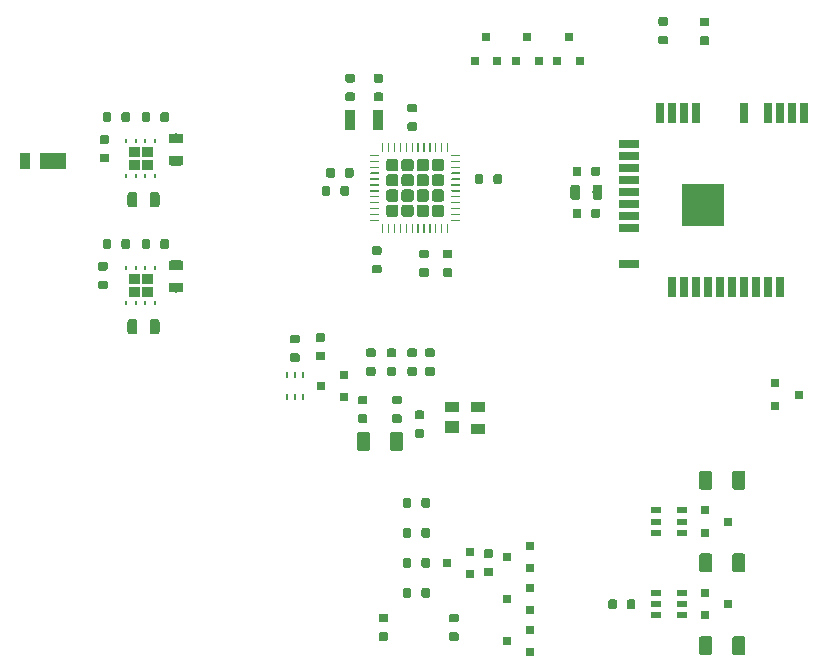
<source format=gbp>
G04 #@! TF.GenerationSoftware,KiCad,Pcbnew,(5.1.2-1)-1*
G04 #@! TF.CreationDate,2019-05-16T12:24:58-05:00*
G04 #@! TF.ProjectId,WiFi-Septic-Controller,57694669-2d53-4657-9074-69632d436f6e,rev?*
G04 #@! TF.SameCoordinates,Original*
G04 #@! TF.FileFunction,Paste,Bot*
G04 #@! TF.FilePolarity,Positive*
%FSLAX46Y46*%
G04 Gerber Fmt 4.6, Leading zero omitted, Abs format (unit mm)*
G04 Created by KiCad (PCBNEW (5.1.2-1)-1) date 2019-05-16 12:24:58*
%MOMM*%
%LPD*%
G04 APERTURE LIST*
%ADD10C,0.001000*%
%ADD11R,0.660000X1.760000*%
%ADD12R,1.760000X0.660000*%
%ADD13R,3.560000X3.560000*%
%ADD14C,0.152400*%
%ADD15C,0.835000*%
%ADD16C,0.735000*%
%ADD17R,2.260000X1.360000*%
%ADD18R,0.910000X1.360000*%
%ADD19R,0.760000X0.660000*%
%ADD20R,1.260000X1.060000*%
%ADD21R,1.260000X0.860000*%
%ADD22C,1.110000*%
%ADD23R,0.260000X0.510000*%
%ADD24R,0.660000X0.760000*%
%ADD25R,0.260000X0.310000*%
%ADD26R,0.920000X0.510000*%
%ADD27C,1.040000*%
%ADD28C,0.110000*%
%ADD29R,0.960000X1.760000*%
G04 APERTURE END LIST*
D10*
G36*
X46620000Y-54560000D02*
G01*
X46620000Y-55340000D01*
X45810000Y-55340000D01*
X45810000Y-54560000D01*
X46620000Y-54560000D01*
G37*
X46620000Y-54560000D02*
X46620000Y-55340000D01*
X45810000Y-55340000D01*
X45810000Y-54560000D01*
X46620000Y-54560000D01*
G36*
X46880000Y-54560000D02*
G01*
X46880000Y-55340000D01*
X47690000Y-55340000D01*
X47690000Y-54560000D01*
X46880000Y-54560000D01*
G37*
X46880000Y-54560000D02*
X46880000Y-55340000D01*
X47690000Y-55340000D01*
X47690000Y-54560000D01*
X46880000Y-54560000D01*
G36*
X46880000Y-55660000D02*
G01*
X46880000Y-56440000D01*
X47690000Y-56440000D01*
X47690000Y-55660000D01*
X46880000Y-55660000D01*
G37*
X46880000Y-55660000D02*
X46880000Y-56440000D01*
X47690000Y-56440000D01*
X47690000Y-55660000D01*
X46880000Y-55660000D01*
G36*
X45810000Y-55660000D02*
G01*
X45810000Y-56440000D01*
X46620000Y-56440000D01*
X46620000Y-55660000D01*
X45810000Y-55660000D01*
G37*
X45810000Y-55660000D02*
X45810000Y-56440000D01*
X46620000Y-56440000D01*
X46620000Y-55660000D01*
X45810000Y-55660000D01*
G36*
X45810000Y-44910000D02*
G01*
X45810000Y-45690000D01*
X46620000Y-45690000D01*
X46620000Y-44910000D01*
X45810000Y-44910000D01*
G37*
X45810000Y-44910000D02*
X45810000Y-45690000D01*
X46620000Y-45690000D01*
X46620000Y-44910000D01*
X45810000Y-44910000D01*
G36*
X46880000Y-44910000D02*
G01*
X46880000Y-45690000D01*
X47690000Y-45690000D01*
X47690000Y-44910000D01*
X46880000Y-44910000D01*
G37*
X46880000Y-44910000D02*
X46880000Y-45690000D01*
X47690000Y-45690000D01*
X47690000Y-44910000D01*
X46880000Y-44910000D01*
G36*
X46880000Y-43810000D02*
G01*
X46880000Y-44590000D01*
X47690000Y-44590000D01*
X47690000Y-43810000D01*
X46880000Y-43810000D01*
G37*
X46880000Y-43810000D02*
X46880000Y-44590000D01*
X47690000Y-44590000D01*
X47690000Y-43810000D01*
X46880000Y-43810000D01*
G36*
X46620000Y-43810000D02*
G01*
X46620000Y-44590000D01*
X45810000Y-44590000D01*
X45810000Y-43810000D01*
X46620000Y-43810000D01*
G37*
X46620000Y-43810000D02*
X46620000Y-44590000D01*
X45810000Y-44590000D01*
X45810000Y-43810000D01*
X46620000Y-43810000D01*
D11*
X90750000Y-40885000D03*
X91766000Y-40885000D03*
X92782000Y-40885000D03*
X93798000Y-40885000D03*
X97862000Y-40885000D03*
X99894000Y-40885000D03*
X100910000Y-40885000D03*
X101926000Y-40885000D03*
X102942000Y-40885000D03*
X100904000Y-55615000D03*
X99888000Y-55615000D03*
X98872000Y-55615000D03*
X97856000Y-55615000D03*
X96840000Y-55615000D03*
X95824000Y-55615000D03*
X94808000Y-55615000D03*
X93792000Y-55615000D03*
X92776000Y-55615000D03*
X91760000Y-55615000D03*
D12*
X88080000Y-53715000D03*
X88080000Y-50667000D03*
X88080000Y-49651000D03*
X88080000Y-48635000D03*
X88080000Y-47619000D03*
X88080000Y-46603000D03*
X88080000Y-45587000D03*
X88080000Y-44571000D03*
X88080000Y-43555000D03*
D13*
X94350000Y-48735000D03*
D14*
G36*
X46291711Y-58371005D02*
G01*
X46311975Y-58374011D01*
X46331847Y-58378989D01*
X46351135Y-58385890D01*
X46369654Y-58394649D01*
X46387225Y-58405181D01*
X46403680Y-58417384D01*
X46418859Y-58431141D01*
X46432616Y-58446320D01*
X46444819Y-58462775D01*
X46455351Y-58480346D01*
X46464110Y-58498865D01*
X46471011Y-58518153D01*
X46475989Y-58538025D01*
X46478995Y-58558289D01*
X46480000Y-58578750D01*
X46480000Y-59421250D01*
X46478995Y-59441711D01*
X46475989Y-59461975D01*
X46471011Y-59481847D01*
X46464110Y-59501135D01*
X46455351Y-59519654D01*
X46444819Y-59537225D01*
X46432616Y-59553680D01*
X46418859Y-59568859D01*
X46403680Y-59582616D01*
X46387225Y-59594819D01*
X46369654Y-59605351D01*
X46351135Y-59614110D01*
X46331847Y-59621011D01*
X46311975Y-59625989D01*
X46291711Y-59628995D01*
X46271250Y-59630000D01*
X45853750Y-59630000D01*
X45833289Y-59628995D01*
X45813025Y-59625989D01*
X45793153Y-59621011D01*
X45773865Y-59614110D01*
X45755346Y-59605351D01*
X45737775Y-59594819D01*
X45721320Y-59582616D01*
X45706141Y-59568859D01*
X45692384Y-59553680D01*
X45680181Y-59537225D01*
X45669649Y-59519654D01*
X45660890Y-59501135D01*
X45653989Y-59481847D01*
X45649011Y-59461975D01*
X45646005Y-59441711D01*
X45645000Y-59421250D01*
X45645000Y-58578750D01*
X45646005Y-58558289D01*
X45649011Y-58538025D01*
X45653989Y-58518153D01*
X45660890Y-58498865D01*
X45669649Y-58480346D01*
X45680181Y-58462775D01*
X45692384Y-58446320D01*
X45706141Y-58431141D01*
X45721320Y-58417384D01*
X45737775Y-58405181D01*
X45755346Y-58394649D01*
X45773865Y-58385890D01*
X45793153Y-58378989D01*
X45813025Y-58374011D01*
X45833289Y-58371005D01*
X45853750Y-58370000D01*
X46271250Y-58370000D01*
X46291711Y-58371005D01*
X46291711Y-58371005D01*
G37*
D15*
X46062500Y-59000000D03*
D14*
G36*
X48166711Y-58371005D02*
G01*
X48186975Y-58374011D01*
X48206847Y-58378989D01*
X48226135Y-58385890D01*
X48244654Y-58394649D01*
X48262225Y-58405181D01*
X48278680Y-58417384D01*
X48293859Y-58431141D01*
X48307616Y-58446320D01*
X48319819Y-58462775D01*
X48330351Y-58480346D01*
X48339110Y-58498865D01*
X48346011Y-58518153D01*
X48350989Y-58538025D01*
X48353995Y-58558289D01*
X48355000Y-58578750D01*
X48355000Y-59421250D01*
X48353995Y-59441711D01*
X48350989Y-59461975D01*
X48346011Y-59481847D01*
X48339110Y-59501135D01*
X48330351Y-59519654D01*
X48319819Y-59537225D01*
X48307616Y-59553680D01*
X48293859Y-59568859D01*
X48278680Y-59582616D01*
X48262225Y-59594819D01*
X48244654Y-59605351D01*
X48226135Y-59614110D01*
X48206847Y-59621011D01*
X48186975Y-59625989D01*
X48166711Y-59628995D01*
X48146250Y-59630000D01*
X47728750Y-59630000D01*
X47708289Y-59628995D01*
X47688025Y-59625989D01*
X47668153Y-59621011D01*
X47648865Y-59614110D01*
X47630346Y-59605351D01*
X47612775Y-59594819D01*
X47596320Y-59582616D01*
X47581141Y-59568859D01*
X47567384Y-59553680D01*
X47555181Y-59537225D01*
X47544649Y-59519654D01*
X47535890Y-59501135D01*
X47528989Y-59481847D01*
X47524011Y-59461975D01*
X47521005Y-59441711D01*
X47520000Y-59421250D01*
X47520000Y-58578750D01*
X47521005Y-58558289D01*
X47524011Y-58538025D01*
X47528989Y-58518153D01*
X47535890Y-58498865D01*
X47544649Y-58480346D01*
X47555181Y-58462775D01*
X47567384Y-58446320D01*
X47581141Y-58431141D01*
X47596320Y-58417384D01*
X47612775Y-58405181D01*
X47630346Y-58394649D01*
X47648865Y-58385890D01*
X47668153Y-58378989D01*
X47688025Y-58374011D01*
X47708289Y-58371005D01*
X47728750Y-58370000D01*
X48146250Y-58370000D01*
X48166711Y-58371005D01*
X48166711Y-58371005D01*
G37*
D15*
X47937500Y-59000000D03*
D14*
G36*
X43800261Y-53519385D02*
G01*
X43818098Y-53522031D01*
X43835590Y-53526412D01*
X43852568Y-53532487D01*
X43868869Y-53540197D01*
X43884336Y-53549467D01*
X43898820Y-53560209D01*
X43912181Y-53572319D01*
X43924291Y-53585680D01*
X43935033Y-53600164D01*
X43944303Y-53615631D01*
X43952013Y-53631932D01*
X43958088Y-53648910D01*
X43962469Y-53666402D01*
X43965115Y-53684239D01*
X43966000Y-53702250D01*
X43966000Y-54069750D01*
X43965115Y-54087761D01*
X43962469Y-54105598D01*
X43958088Y-54123090D01*
X43952013Y-54140068D01*
X43944303Y-54156369D01*
X43935033Y-54171836D01*
X43924291Y-54186320D01*
X43912181Y-54199681D01*
X43898820Y-54211791D01*
X43884336Y-54222533D01*
X43868869Y-54231803D01*
X43852568Y-54239513D01*
X43835590Y-54245588D01*
X43818098Y-54249969D01*
X43800261Y-54252615D01*
X43782250Y-54253500D01*
X43339750Y-54253500D01*
X43321739Y-54252615D01*
X43303902Y-54249969D01*
X43286410Y-54245588D01*
X43269432Y-54239513D01*
X43253131Y-54231803D01*
X43237664Y-54222533D01*
X43223180Y-54211791D01*
X43209819Y-54199681D01*
X43197709Y-54186320D01*
X43186967Y-54171836D01*
X43177697Y-54156369D01*
X43169987Y-54140068D01*
X43163912Y-54123090D01*
X43159531Y-54105598D01*
X43156885Y-54087761D01*
X43156000Y-54069750D01*
X43156000Y-53702250D01*
X43156885Y-53684239D01*
X43159531Y-53666402D01*
X43163912Y-53648910D01*
X43169987Y-53631932D01*
X43177697Y-53615631D01*
X43186967Y-53600164D01*
X43197709Y-53585680D01*
X43209819Y-53572319D01*
X43223180Y-53560209D01*
X43237664Y-53549467D01*
X43253131Y-53540197D01*
X43269432Y-53532487D01*
X43286410Y-53526412D01*
X43303902Y-53522031D01*
X43321739Y-53519385D01*
X43339750Y-53518500D01*
X43782250Y-53518500D01*
X43800261Y-53519385D01*
X43800261Y-53519385D01*
G37*
D16*
X43561000Y-53886000D03*
D14*
G36*
X43800261Y-55094385D02*
G01*
X43818098Y-55097031D01*
X43835590Y-55101412D01*
X43852568Y-55107487D01*
X43868869Y-55115197D01*
X43884336Y-55124467D01*
X43898820Y-55135209D01*
X43912181Y-55147319D01*
X43924291Y-55160680D01*
X43935033Y-55175164D01*
X43944303Y-55190631D01*
X43952013Y-55206932D01*
X43958088Y-55223910D01*
X43962469Y-55241402D01*
X43965115Y-55259239D01*
X43966000Y-55277250D01*
X43966000Y-55644750D01*
X43965115Y-55662761D01*
X43962469Y-55680598D01*
X43958088Y-55698090D01*
X43952013Y-55715068D01*
X43944303Y-55731369D01*
X43935033Y-55746836D01*
X43924291Y-55761320D01*
X43912181Y-55774681D01*
X43898820Y-55786791D01*
X43884336Y-55797533D01*
X43868869Y-55806803D01*
X43852568Y-55814513D01*
X43835590Y-55820588D01*
X43818098Y-55824969D01*
X43800261Y-55827615D01*
X43782250Y-55828500D01*
X43339750Y-55828500D01*
X43321739Y-55827615D01*
X43303902Y-55824969D01*
X43286410Y-55820588D01*
X43269432Y-55814513D01*
X43253131Y-55806803D01*
X43237664Y-55797533D01*
X43223180Y-55786791D01*
X43209819Y-55774681D01*
X43197709Y-55761320D01*
X43186967Y-55746836D01*
X43177697Y-55731369D01*
X43169987Y-55715068D01*
X43163912Y-55698090D01*
X43159531Y-55680598D01*
X43156885Y-55662761D01*
X43156000Y-55644750D01*
X43156000Y-55277250D01*
X43156885Y-55259239D01*
X43159531Y-55241402D01*
X43163912Y-55223910D01*
X43169987Y-55206932D01*
X43177697Y-55190631D01*
X43186967Y-55175164D01*
X43197709Y-55160680D01*
X43209819Y-55147319D01*
X43223180Y-55135209D01*
X43237664Y-55124467D01*
X43253131Y-55115197D01*
X43269432Y-55107487D01*
X43286410Y-55101412D01*
X43303902Y-55097031D01*
X43321739Y-55094385D01*
X43339750Y-55093500D01*
X43782250Y-55093500D01*
X43800261Y-55094385D01*
X43800261Y-55094385D01*
G37*
D16*
X43561000Y-55461000D03*
D14*
G36*
X50191711Y-55271005D02*
G01*
X50211975Y-55274011D01*
X50231847Y-55278989D01*
X50251135Y-55285890D01*
X50269654Y-55294649D01*
X50287225Y-55305181D01*
X50303680Y-55317384D01*
X50318859Y-55331141D01*
X50332616Y-55346320D01*
X50344819Y-55362775D01*
X50355351Y-55380346D01*
X50364110Y-55398865D01*
X50371011Y-55418153D01*
X50375989Y-55438025D01*
X50378995Y-55458289D01*
X50380000Y-55478750D01*
X50380000Y-55896250D01*
X50378995Y-55916711D01*
X50375989Y-55936975D01*
X50371011Y-55956847D01*
X50364110Y-55976135D01*
X50355351Y-55994654D01*
X50344819Y-56012225D01*
X50332616Y-56028680D01*
X50318859Y-56043859D01*
X50303680Y-56057616D01*
X50287225Y-56069819D01*
X50269654Y-56080351D01*
X50251135Y-56089110D01*
X50231847Y-56096011D01*
X50211975Y-56100989D01*
X50191711Y-56103995D01*
X50171250Y-56105000D01*
X49328750Y-56105000D01*
X49308289Y-56103995D01*
X49288025Y-56100989D01*
X49268153Y-56096011D01*
X49248865Y-56089110D01*
X49230346Y-56080351D01*
X49212775Y-56069819D01*
X49196320Y-56057616D01*
X49181141Y-56043859D01*
X49167384Y-56028680D01*
X49155181Y-56012225D01*
X49144649Y-55994654D01*
X49135890Y-55976135D01*
X49128989Y-55956847D01*
X49124011Y-55936975D01*
X49121005Y-55916711D01*
X49120000Y-55896250D01*
X49120000Y-55478750D01*
X49121005Y-55458289D01*
X49124011Y-55438025D01*
X49128989Y-55418153D01*
X49135890Y-55398865D01*
X49144649Y-55380346D01*
X49155181Y-55362775D01*
X49167384Y-55346320D01*
X49181141Y-55331141D01*
X49196320Y-55317384D01*
X49212775Y-55305181D01*
X49230346Y-55294649D01*
X49248865Y-55285890D01*
X49268153Y-55278989D01*
X49288025Y-55274011D01*
X49308289Y-55271005D01*
X49328750Y-55270000D01*
X50171250Y-55270000D01*
X50191711Y-55271005D01*
X50191711Y-55271005D01*
G37*
D15*
X49750000Y-55687500D03*
D14*
G36*
X50191711Y-53396005D02*
G01*
X50211975Y-53399011D01*
X50231847Y-53403989D01*
X50251135Y-53410890D01*
X50269654Y-53419649D01*
X50287225Y-53430181D01*
X50303680Y-53442384D01*
X50318859Y-53456141D01*
X50332616Y-53471320D01*
X50344819Y-53487775D01*
X50355351Y-53505346D01*
X50364110Y-53523865D01*
X50371011Y-53543153D01*
X50375989Y-53563025D01*
X50378995Y-53583289D01*
X50380000Y-53603750D01*
X50380000Y-54021250D01*
X50378995Y-54041711D01*
X50375989Y-54061975D01*
X50371011Y-54081847D01*
X50364110Y-54101135D01*
X50355351Y-54119654D01*
X50344819Y-54137225D01*
X50332616Y-54153680D01*
X50318859Y-54168859D01*
X50303680Y-54182616D01*
X50287225Y-54194819D01*
X50269654Y-54205351D01*
X50251135Y-54214110D01*
X50231847Y-54221011D01*
X50211975Y-54225989D01*
X50191711Y-54228995D01*
X50171250Y-54230000D01*
X49328750Y-54230000D01*
X49308289Y-54228995D01*
X49288025Y-54225989D01*
X49268153Y-54221011D01*
X49248865Y-54214110D01*
X49230346Y-54205351D01*
X49212775Y-54194819D01*
X49196320Y-54182616D01*
X49181141Y-54168859D01*
X49167384Y-54153680D01*
X49155181Y-54137225D01*
X49144649Y-54119654D01*
X49135890Y-54101135D01*
X49128989Y-54081847D01*
X49124011Y-54061975D01*
X49121005Y-54041711D01*
X49120000Y-54021250D01*
X49120000Y-53603750D01*
X49121005Y-53583289D01*
X49124011Y-53563025D01*
X49128989Y-53543153D01*
X49135890Y-53523865D01*
X49144649Y-53505346D01*
X49155181Y-53487775D01*
X49167384Y-53471320D01*
X49181141Y-53456141D01*
X49196320Y-53442384D01*
X49212775Y-53430181D01*
X49230346Y-53419649D01*
X49248865Y-53410890D01*
X49268153Y-53403989D01*
X49288025Y-53399011D01*
X49308289Y-53396005D01*
X49328750Y-53395000D01*
X50171250Y-53395000D01*
X50191711Y-53396005D01*
X50191711Y-53396005D01*
G37*
D15*
X49750000Y-53812500D03*
D14*
G36*
X68697261Y-66420885D02*
G01*
X68715098Y-66423531D01*
X68732590Y-66427912D01*
X68749568Y-66433987D01*
X68765869Y-66441697D01*
X68781336Y-66450967D01*
X68795820Y-66461709D01*
X68809181Y-66473819D01*
X68821291Y-66487180D01*
X68832033Y-66501664D01*
X68841303Y-66517131D01*
X68849013Y-66533432D01*
X68855088Y-66550410D01*
X68859469Y-66567902D01*
X68862115Y-66585739D01*
X68863000Y-66603750D01*
X68863000Y-66971250D01*
X68862115Y-66989261D01*
X68859469Y-67007098D01*
X68855088Y-67024590D01*
X68849013Y-67041568D01*
X68841303Y-67057869D01*
X68832033Y-67073336D01*
X68821291Y-67087820D01*
X68809181Y-67101181D01*
X68795820Y-67113291D01*
X68781336Y-67124033D01*
X68765869Y-67133303D01*
X68749568Y-67141013D01*
X68732590Y-67147088D01*
X68715098Y-67151469D01*
X68697261Y-67154115D01*
X68679250Y-67155000D01*
X68236750Y-67155000D01*
X68218739Y-67154115D01*
X68200902Y-67151469D01*
X68183410Y-67147088D01*
X68166432Y-67141013D01*
X68150131Y-67133303D01*
X68134664Y-67124033D01*
X68120180Y-67113291D01*
X68106819Y-67101181D01*
X68094709Y-67087820D01*
X68083967Y-67073336D01*
X68074697Y-67057869D01*
X68066987Y-67041568D01*
X68060912Y-67024590D01*
X68056531Y-67007098D01*
X68053885Y-66989261D01*
X68053000Y-66971250D01*
X68053000Y-66603750D01*
X68053885Y-66585739D01*
X68056531Y-66567902D01*
X68060912Y-66550410D01*
X68066987Y-66533432D01*
X68074697Y-66517131D01*
X68083967Y-66501664D01*
X68094709Y-66487180D01*
X68106819Y-66473819D01*
X68120180Y-66461709D01*
X68134664Y-66450967D01*
X68150131Y-66441697D01*
X68166432Y-66433987D01*
X68183410Y-66427912D01*
X68200902Y-66423531D01*
X68218739Y-66420885D01*
X68236750Y-66420000D01*
X68679250Y-66420000D01*
X68697261Y-66420885D01*
X68697261Y-66420885D01*
G37*
D16*
X68458000Y-66787500D03*
D14*
G36*
X68697261Y-64845885D02*
G01*
X68715098Y-64848531D01*
X68732590Y-64852912D01*
X68749568Y-64858987D01*
X68765869Y-64866697D01*
X68781336Y-64875967D01*
X68795820Y-64886709D01*
X68809181Y-64898819D01*
X68821291Y-64912180D01*
X68832033Y-64926664D01*
X68841303Y-64942131D01*
X68849013Y-64958432D01*
X68855088Y-64975410D01*
X68859469Y-64992902D01*
X68862115Y-65010739D01*
X68863000Y-65028750D01*
X68863000Y-65396250D01*
X68862115Y-65414261D01*
X68859469Y-65432098D01*
X68855088Y-65449590D01*
X68849013Y-65466568D01*
X68841303Y-65482869D01*
X68832033Y-65498336D01*
X68821291Y-65512820D01*
X68809181Y-65526181D01*
X68795820Y-65538291D01*
X68781336Y-65549033D01*
X68765869Y-65558303D01*
X68749568Y-65566013D01*
X68732590Y-65572088D01*
X68715098Y-65576469D01*
X68697261Y-65579115D01*
X68679250Y-65580000D01*
X68236750Y-65580000D01*
X68218739Y-65579115D01*
X68200902Y-65576469D01*
X68183410Y-65572088D01*
X68166432Y-65566013D01*
X68150131Y-65558303D01*
X68134664Y-65549033D01*
X68120180Y-65538291D01*
X68106819Y-65526181D01*
X68094709Y-65512820D01*
X68083967Y-65498336D01*
X68074697Y-65482869D01*
X68066987Y-65466568D01*
X68060912Y-65449590D01*
X68056531Y-65432098D01*
X68053885Y-65414261D01*
X68053000Y-65396250D01*
X68053000Y-65028750D01*
X68053885Y-65010739D01*
X68056531Y-64992902D01*
X68060912Y-64975410D01*
X68066987Y-64958432D01*
X68074697Y-64942131D01*
X68083967Y-64926664D01*
X68094709Y-64912180D01*
X68106819Y-64898819D01*
X68120180Y-64886709D01*
X68134664Y-64875967D01*
X68150131Y-64866697D01*
X68166432Y-64858987D01*
X68183410Y-64852912D01*
X68200902Y-64848531D01*
X68218739Y-64845885D01*
X68236750Y-64845000D01*
X68679250Y-64845000D01*
X68697261Y-64845885D01*
X68697261Y-64845885D01*
G37*
D16*
X68458000Y-65212500D03*
D14*
G36*
X65797261Y-64845885D02*
G01*
X65815098Y-64848531D01*
X65832590Y-64852912D01*
X65849568Y-64858987D01*
X65865869Y-64866697D01*
X65881336Y-64875967D01*
X65895820Y-64886709D01*
X65909181Y-64898819D01*
X65921291Y-64912180D01*
X65932033Y-64926664D01*
X65941303Y-64942131D01*
X65949013Y-64958432D01*
X65955088Y-64975410D01*
X65959469Y-64992902D01*
X65962115Y-65010739D01*
X65963000Y-65028750D01*
X65963000Y-65396250D01*
X65962115Y-65414261D01*
X65959469Y-65432098D01*
X65955088Y-65449590D01*
X65949013Y-65466568D01*
X65941303Y-65482869D01*
X65932033Y-65498336D01*
X65921291Y-65512820D01*
X65909181Y-65526181D01*
X65895820Y-65538291D01*
X65881336Y-65549033D01*
X65865869Y-65558303D01*
X65849568Y-65566013D01*
X65832590Y-65572088D01*
X65815098Y-65576469D01*
X65797261Y-65579115D01*
X65779250Y-65580000D01*
X65336750Y-65580000D01*
X65318739Y-65579115D01*
X65300902Y-65576469D01*
X65283410Y-65572088D01*
X65266432Y-65566013D01*
X65250131Y-65558303D01*
X65234664Y-65549033D01*
X65220180Y-65538291D01*
X65206819Y-65526181D01*
X65194709Y-65512820D01*
X65183967Y-65498336D01*
X65174697Y-65482869D01*
X65166987Y-65466568D01*
X65160912Y-65449590D01*
X65156531Y-65432098D01*
X65153885Y-65414261D01*
X65153000Y-65396250D01*
X65153000Y-65028750D01*
X65153885Y-65010739D01*
X65156531Y-64992902D01*
X65160912Y-64975410D01*
X65166987Y-64958432D01*
X65174697Y-64942131D01*
X65183967Y-64926664D01*
X65194709Y-64912180D01*
X65206819Y-64898819D01*
X65220180Y-64886709D01*
X65234664Y-64875967D01*
X65250131Y-64866697D01*
X65266432Y-64858987D01*
X65283410Y-64852912D01*
X65300902Y-64848531D01*
X65318739Y-64845885D01*
X65336750Y-64845000D01*
X65779250Y-64845000D01*
X65797261Y-64845885D01*
X65797261Y-64845885D01*
G37*
D16*
X65558000Y-65212500D03*
D14*
G36*
X65797261Y-66420885D02*
G01*
X65815098Y-66423531D01*
X65832590Y-66427912D01*
X65849568Y-66433987D01*
X65865869Y-66441697D01*
X65881336Y-66450967D01*
X65895820Y-66461709D01*
X65909181Y-66473819D01*
X65921291Y-66487180D01*
X65932033Y-66501664D01*
X65941303Y-66517131D01*
X65949013Y-66533432D01*
X65955088Y-66550410D01*
X65959469Y-66567902D01*
X65962115Y-66585739D01*
X65963000Y-66603750D01*
X65963000Y-66971250D01*
X65962115Y-66989261D01*
X65959469Y-67007098D01*
X65955088Y-67024590D01*
X65949013Y-67041568D01*
X65941303Y-67057869D01*
X65932033Y-67073336D01*
X65921291Y-67087820D01*
X65909181Y-67101181D01*
X65895820Y-67113291D01*
X65881336Y-67124033D01*
X65865869Y-67133303D01*
X65849568Y-67141013D01*
X65832590Y-67147088D01*
X65815098Y-67151469D01*
X65797261Y-67154115D01*
X65779250Y-67155000D01*
X65336750Y-67155000D01*
X65318739Y-67154115D01*
X65300902Y-67151469D01*
X65283410Y-67147088D01*
X65266432Y-67141013D01*
X65250131Y-67133303D01*
X65234664Y-67124033D01*
X65220180Y-67113291D01*
X65206819Y-67101181D01*
X65194709Y-67087820D01*
X65183967Y-67073336D01*
X65174697Y-67057869D01*
X65166987Y-67041568D01*
X65160912Y-67024590D01*
X65156531Y-67007098D01*
X65153885Y-66989261D01*
X65153000Y-66971250D01*
X65153000Y-66603750D01*
X65153885Y-66585739D01*
X65156531Y-66567902D01*
X65160912Y-66550410D01*
X65166987Y-66533432D01*
X65174697Y-66517131D01*
X65183967Y-66501664D01*
X65194709Y-66487180D01*
X65206819Y-66473819D01*
X65220180Y-66461709D01*
X65234664Y-66450967D01*
X65250131Y-66441697D01*
X65266432Y-66433987D01*
X65283410Y-66427912D01*
X65300902Y-66423531D01*
X65318739Y-66420885D01*
X65336750Y-66420000D01*
X65779250Y-66420000D01*
X65797261Y-66420885D01*
X65797261Y-66420885D01*
G37*
D16*
X65558000Y-66787500D03*
D14*
G36*
X48166711Y-47621005D02*
G01*
X48186975Y-47624011D01*
X48206847Y-47628989D01*
X48226135Y-47635890D01*
X48244654Y-47644649D01*
X48262225Y-47655181D01*
X48278680Y-47667384D01*
X48293859Y-47681141D01*
X48307616Y-47696320D01*
X48319819Y-47712775D01*
X48330351Y-47730346D01*
X48339110Y-47748865D01*
X48346011Y-47768153D01*
X48350989Y-47788025D01*
X48353995Y-47808289D01*
X48355000Y-47828750D01*
X48355000Y-48671250D01*
X48353995Y-48691711D01*
X48350989Y-48711975D01*
X48346011Y-48731847D01*
X48339110Y-48751135D01*
X48330351Y-48769654D01*
X48319819Y-48787225D01*
X48307616Y-48803680D01*
X48293859Y-48818859D01*
X48278680Y-48832616D01*
X48262225Y-48844819D01*
X48244654Y-48855351D01*
X48226135Y-48864110D01*
X48206847Y-48871011D01*
X48186975Y-48875989D01*
X48166711Y-48878995D01*
X48146250Y-48880000D01*
X47728750Y-48880000D01*
X47708289Y-48878995D01*
X47688025Y-48875989D01*
X47668153Y-48871011D01*
X47648865Y-48864110D01*
X47630346Y-48855351D01*
X47612775Y-48844819D01*
X47596320Y-48832616D01*
X47581141Y-48818859D01*
X47567384Y-48803680D01*
X47555181Y-48787225D01*
X47544649Y-48769654D01*
X47535890Y-48751135D01*
X47528989Y-48731847D01*
X47524011Y-48711975D01*
X47521005Y-48691711D01*
X47520000Y-48671250D01*
X47520000Y-47828750D01*
X47521005Y-47808289D01*
X47524011Y-47788025D01*
X47528989Y-47768153D01*
X47535890Y-47748865D01*
X47544649Y-47730346D01*
X47555181Y-47712775D01*
X47567384Y-47696320D01*
X47581141Y-47681141D01*
X47596320Y-47667384D01*
X47612775Y-47655181D01*
X47630346Y-47644649D01*
X47648865Y-47635890D01*
X47668153Y-47628989D01*
X47688025Y-47624011D01*
X47708289Y-47621005D01*
X47728750Y-47620000D01*
X48146250Y-47620000D01*
X48166711Y-47621005D01*
X48166711Y-47621005D01*
G37*
D15*
X47937500Y-48250000D03*
D14*
G36*
X46291711Y-47621005D02*
G01*
X46311975Y-47624011D01*
X46331847Y-47628989D01*
X46351135Y-47635890D01*
X46369654Y-47644649D01*
X46387225Y-47655181D01*
X46403680Y-47667384D01*
X46418859Y-47681141D01*
X46432616Y-47696320D01*
X46444819Y-47712775D01*
X46455351Y-47730346D01*
X46464110Y-47748865D01*
X46471011Y-47768153D01*
X46475989Y-47788025D01*
X46478995Y-47808289D01*
X46480000Y-47828750D01*
X46480000Y-48671250D01*
X46478995Y-48691711D01*
X46475989Y-48711975D01*
X46471011Y-48731847D01*
X46464110Y-48751135D01*
X46455351Y-48769654D01*
X46444819Y-48787225D01*
X46432616Y-48803680D01*
X46418859Y-48818859D01*
X46403680Y-48832616D01*
X46387225Y-48844819D01*
X46369654Y-48855351D01*
X46351135Y-48864110D01*
X46331847Y-48871011D01*
X46311975Y-48875989D01*
X46291711Y-48878995D01*
X46271250Y-48880000D01*
X45853750Y-48880000D01*
X45833289Y-48878995D01*
X45813025Y-48875989D01*
X45793153Y-48871011D01*
X45773865Y-48864110D01*
X45755346Y-48855351D01*
X45737775Y-48844819D01*
X45721320Y-48832616D01*
X45706141Y-48818859D01*
X45692384Y-48803680D01*
X45680181Y-48787225D01*
X45669649Y-48769654D01*
X45660890Y-48751135D01*
X45653989Y-48731847D01*
X45649011Y-48711975D01*
X45646005Y-48691711D01*
X45645000Y-48671250D01*
X45645000Y-47828750D01*
X45646005Y-47808289D01*
X45649011Y-47788025D01*
X45653989Y-47768153D01*
X45660890Y-47748865D01*
X45669649Y-47730346D01*
X45680181Y-47712775D01*
X45692384Y-47696320D01*
X45706141Y-47681141D01*
X45721320Y-47667384D01*
X45737775Y-47655181D01*
X45755346Y-47644649D01*
X45773865Y-47635890D01*
X45793153Y-47628989D01*
X45813025Y-47624011D01*
X45833289Y-47621005D01*
X45853750Y-47620000D01*
X46271250Y-47620000D01*
X46291711Y-47621005D01*
X46291711Y-47621005D01*
G37*
D15*
X46062500Y-48250000D03*
D14*
G36*
X43927261Y-42787885D02*
G01*
X43945098Y-42790531D01*
X43962590Y-42794912D01*
X43979568Y-42800987D01*
X43995869Y-42808697D01*
X44011336Y-42817967D01*
X44025820Y-42828709D01*
X44039181Y-42840819D01*
X44051291Y-42854180D01*
X44062033Y-42868664D01*
X44071303Y-42884131D01*
X44079013Y-42900432D01*
X44085088Y-42917410D01*
X44089469Y-42934902D01*
X44092115Y-42952739D01*
X44093000Y-42970750D01*
X44093000Y-43338250D01*
X44092115Y-43356261D01*
X44089469Y-43374098D01*
X44085088Y-43391590D01*
X44079013Y-43408568D01*
X44071303Y-43424869D01*
X44062033Y-43440336D01*
X44051291Y-43454820D01*
X44039181Y-43468181D01*
X44025820Y-43480291D01*
X44011336Y-43491033D01*
X43995869Y-43500303D01*
X43979568Y-43508013D01*
X43962590Y-43514088D01*
X43945098Y-43518469D01*
X43927261Y-43521115D01*
X43909250Y-43522000D01*
X43466750Y-43522000D01*
X43448739Y-43521115D01*
X43430902Y-43518469D01*
X43413410Y-43514088D01*
X43396432Y-43508013D01*
X43380131Y-43500303D01*
X43364664Y-43491033D01*
X43350180Y-43480291D01*
X43336819Y-43468181D01*
X43324709Y-43454820D01*
X43313967Y-43440336D01*
X43304697Y-43424869D01*
X43296987Y-43408568D01*
X43290912Y-43391590D01*
X43286531Y-43374098D01*
X43283885Y-43356261D01*
X43283000Y-43338250D01*
X43283000Y-42970750D01*
X43283885Y-42952739D01*
X43286531Y-42934902D01*
X43290912Y-42917410D01*
X43296987Y-42900432D01*
X43304697Y-42884131D01*
X43313967Y-42868664D01*
X43324709Y-42854180D01*
X43336819Y-42840819D01*
X43350180Y-42828709D01*
X43364664Y-42817967D01*
X43380131Y-42808697D01*
X43396432Y-42800987D01*
X43413410Y-42794912D01*
X43430902Y-42790531D01*
X43448739Y-42787885D01*
X43466750Y-42787000D01*
X43909250Y-42787000D01*
X43927261Y-42787885D01*
X43927261Y-42787885D01*
G37*
D16*
X43688000Y-43154500D03*
D14*
G36*
X43927261Y-44362885D02*
G01*
X43945098Y-44365531D01*
X43962590Y-44369912D01*
X43979568Y-44375987D01*
X43995869Y-44383697D01*
X44011336Y-44392967D01*
X44025820Y-44403709D01*
X44039181Y-44415819D01*
X44051291Y-44429180D01*
X44062033Y-44443664D01*
X44071303Y-44459131D01*
X44079013Y-44475432D01*
X44085088Y-44492410D01*
X44089469Y-44509902D01*
X44092115Y-44527739D01*
X44093000Y-44545750D01*
X44093000Y-44913250D01*
X44092115Y-44931261D01*
X44089469Y-44949098D01*
X44085088Y-44966590D01*
X44079013Y-44983568D01*
X44071303Y-44999869D01*
X44062033Y-45015336D01*
X44051291Y-45029820D01*
X44039181Y-45043181D01*
X44025820Y-45055291D01*
X44011336Y-45066033D01*
X43995869Y-45075303D01*
X43979568Y-45083013D01*
X43962590Y-45089088D01*
X43945098Y-45093469D01*
X43927261Y-45096115D01*
X43909250Y-45097000D01*
X43466750Y-45097000D01*
X43448739Y-45096115D01*
X43430902Y-45093469D01*
X43413410Y-45089088D01*
X43396432Y-45083013D01*
X43380131Y-45075303D01*
X43364664Y-45066033D01*
X43350180Y-45055291D01*
X43336819Y-45043181D01*
X43324709Y-45029820D01*
X43313967Y-45015336D01*
X43304697Y-44999869D01*
X43296987Y-44983568D01*
X43290912Y-44966590D01*
X43286531Y-44949098D01*
X43283885Y-44931261D01*
X43283000Y-44913250D01*
X43283000Y-44545750D01*
X43283885Y-44527739D01*
X43286531Y-44509902D01*
X43290912Y-44492410D01*
X43296987Y-44475432D01*
X43304697Y-44459131D01*
X43313967Y-44443664D01*
X43324709Y-44429180D01*
X43336819Y-44415819D01*
X43350180Y-44403709D01*
X43364664Y-44392967D01*
X43380131Y-44383697D01*
X43396432Y-44375987D01*
X43413410Y-44369912D01*
X43430902Y-44365531D01*
X43448739Y-44362885D01*
X43466750Y-44362000D01*
X43909250Y-44362000D01*
X43927261Y-44362885D01*
X43927261Y-44362885D01*
G37*
D16*
X43688000Y-44729500D03*
D14*
G36*
X50191711Y-42646005D02*
G01*
X50211975Y-42649011D01*
X50231847Y-42653989D01*
X50251135Y-42660890D01*
X50269654Y-42669649D01*
X50287225Y-42680181D01*
X50303680Y-42692384D01*
X50318859Y-42706141D01*
X50332616Y-42721320D01*
X50344819Y-42737775D01*
X50355351Y-42755346D01*
X50364110Y-42773865D01*
X50371011Y-42793153D01*
X50375989Y-42813025D01*
X50378995Y-42833289D01*
X50380000Y-42853750D01*
X50380000Y-43271250D01*
X50378995Y-43291711D01*
X50375989Y-43311975D01*
X50371011Y-43331847D01*
X50364110Y-43351135D01*
X50355351Y-43369654D01*
X50344819Y-43387225D01*
X50332616Y-43403680D01*
X50318859Y-43418859D01*
X50303680Y-43432616D01*
X50287225Y-43444819D01*
X50269654Y-43455351D01*
X50251135Y-43464110D01*
X50231847Y-43471011D01*
X50211975Y-43475989D01*
X50191711Y-43478995D01*
X50171250Y-43480000D01*
X49328750Y-43480000D01*
X49308289Y-43478995D01*
X49288025Y-43475989D01*
X49268153Y-43471011D01*
X49248865Y-43464110D01*
X49230346Y-43455351D01*
X49212775Y-43444819D01*
X49196320Y-43432616D01*
X49181141Y-43418859D01*
X49167384Y-43403680D01*
X49155181Y-43387225D01*
X49144649Y-43369654D01*
X49135890Y-43351135D01*
X49128989Y-43331847D01*
X49124011Y-43311975D01*
X49121005Y-43291711D01*
X49120000Y-43271250D01*
X49120000Y-42853750D01*
X49121005Y-42833289D01*
X49124011Y-42813025D01*
X49128989Y-42793153D01*
X49135890Y-42773865D01*
X49144649Y-42755346D01*
X49155181Y-42737775D01*
X49167384Y-42721320D01*
X49181141Y-42706141D01*
X49196320Y-42692384D01*
X49212775Y-42680181D01*
X49230346Y-42669649D01*
X49248865Y-42660890D01*
X49268153Y-42653989D01*
X49288025Y-42649011D01*
X49308289Y-42646005D01*
X49328750Y-42645000D01*
X50171250Y-42645000D01*
X50191711Y-42646005D01*
X50191711Y-42646005D01*
G37*
D15*
X49750000Y-43062500D03*
D14*
G36*
X50191711Y-44521005D02*
G01*
X50211975Y-44524011D01*
X50231847Y-44528989D01*
X50251135Y-44535890D01*
X50269654Y-44544649D01*
X50287225Y-44555181D01*
X50303680Y-44567384D01*
X50318859Y-44581141D01*
X50332616Y-44596320D01*
X50344819Y-44612775D01*
X50355351Y-44630346D01*
X50364110Y-44648865D01*
X50371011Y-44668153D01*
X50375989Y-44688025D01*
X50378995Y-44708289D01*
X50380000Y-44728750D01*
X50380000Y-45146250D01*
X50378995Y-45166711D01*
X50375989Y-45186975D01*
X50371011Y-45206847D01*
X50364110Y-45226135D01*
X50355351Y-45244654D01*
X50344819Y-45262225D01*
X50332616Y-45278680D01*
X50318859Y-45293859D01*
X50303680Y-45307616D01*
X50287225Y-45319819D01*
X50269654Y-45330351D01*
X50251135Y-45339110D01*
X50231847Y-45346011D01*
X50211975Y-45350989D01*
X50191711Y-45353995D01*
X50171250Y-45355000D01*
X49328750Y-45355000D01*
X49308289Y-45353995D01*
X49288025Y-45350989D01*
X49268153Y-45346011D01*
X49248865Y-45339110D01*
X49230346Y-45330351D01*
X49212775Y-45319819D01*
X49196320Y-45307616D01*
X49181141Y-45293859D01*
X49167384Y-45278680D01*
X49155181Y-45262225D01*
X49144649Y-45244654D01*
X49135890Y-45226135D01*
X49128989Y-45206847D01*
X49124011Y-45186975D01*
X49121005Y-45166711D01*
X49120000Y-45146250D01*
X49120000Y-44728750D01*
X49121005Y-44708289D01*
X49124011Y-44688025D01*
X49128989Y-44668153D01*
X49135890Y-44648865D01*
X49144649Y-44630346D01*
X49155181Y-44612775D01*
X49167384Y-44596320D01*
X49181141Y-44581141D01*
X49196320Y-44567384D01*
X49212775Y-44555181D01*
X49230346Y-44544649D01*
X49248865Y-44535890D01*
X49268153Y-44528989D01*
X49288025Y-44524011D01*
X49308289Y-44521005D01*
X49328750Y-44520000D01*
X50171250Y-44520000D01*
X50191711Y-44521005D01*
X50191711Y-44521005D01*
G37*
D15*
X49750000Y-44937500D03*
D14*
G36*
X69989261Y-40120885D02*
G01*
X70007098Y-40123531D01*
X70024590Y-40127912D01*
X70041568Y-40133987D01*
X70057869Y-40141697D01*
X70073336Y-40150967D01*
X70087820Y-40161709D01*
X70101181Y-40173819D01*
X70113291Y-40187180D01*
X70124033Y-40201664D01*
X70133303Y-40217131D01*
X70141013Y-40233432D01*
X70147088Y-40250410D01*
X70151469Y-40267902D01*
X70154115Y-40285739D01*
X70155000Y-40303750D01*
X70155000Y-40671250D01*
X70154115Y-40689261D01*
X70151469Y-40707098D01*
X70147088Y-40724590D01*
X70141013Y-40741568D01*
X70133303Y-40757869D01*
X70124033Y-40773336D01*
X70113291Y-40787820D01*
X70101181Y-40801181D01*
X70087820Y-40813291D01*
X70073336Y-40824033D01*
X70057869Y-40833303D01*
X70041568Y-40841013D01*
X70024590Y-40847088D01*
X70007098Y-40851469D01*
X69989261Y-40854115D01*
X69971250Y-40855000D01*
X69528750Y-40855000D01*
X69510739Y-40854115D01*
X69492902Y-40851469D01*
X69475410Y-40847088D01*
X69458432Y-40841013D01*
X69442131Y-40833303D01*
X69426664Y-40824033D01*
X69412180Y-40813291D01*
X69398819Y-40801181D01*
X69386709Y-40787820D01*
X69375967Y-40773336D01*
X69366697Y-40757869D01*
X69358987Y-40741568D01*
X69352912Y-40724590D01*
X69348531Y-40707098D01*
X69345885Y-40689261D01*
X69345000Y-40671250D01*
X69345000Y-40303750D01*
X69345885Y-40285739D01*
X69348531Y-40267902D01*
X69352912Y-40250410D01*
X69358987Y-40233432D01*
X69366697Y-40217131D01*
X69375967Y-40201664D01*
X69386709Y-40187180D01*
X69398819Y-40173819D01*
X69412180Y-40161709D01*
X69426664Y-40150967D01*
X69442131Y-40141697D01*
X69458432Y-40133987D01*
X69475410Y-40127912D01*
X69492902Y-40123531D01*
X69510739Y-40120885D01*
X69528750Y-40120000D01*
X69971250Y-40120000D01*
X69989261Y-40120885D01*
X69989261Y-40120885D01*
G37*
D16*
X69750000Y-40487500D03*
D14*
G36*
X69989261Y-41695885D02*
G01*
X70007098Y-41698531D01*
X70024590Y-41702912D01*
X70041568Y-41708987D01*
X70057869Y-41716697D01*
X70073336Y-41725967D01*
X70087820Y-41736709D01*
X70101181Y-41748819D01*
X70113291Y-41762180D01*
X70124033Y-41776664D01*
X70133303Y-41792131D01*
X70141013Y-41808432D01*
X70147088Y-41825410D01*
X70151469Y-41842902D01*
X70154115Y-41860739D01*
X70155000Y-41878750D01*
X70155000Y-42246250D01*
X70154115Y-42264261D01*
X70151469Y-42282098D01*
X70147088Y-42299590D01*
X70141013Y-42316568D01*
X70133303Y-42332869D01*
X70124033Y-42348336D01*
X70113291Y-42362820D01*
X70101181Y-42376181D01*
X70087820Y-42388291D01*
X70073336Y-42399033D01*
X70057869Y-42408303D01*
X70041568Y-42416013D01*
X70024590Y-42422088D01*
X70007098Y-42426469D01*
X69989261Y-42429115D01*
X69971250Y-42430000D01*
X69528750Y-42430000D01*
X69510739Y-42429115D01*
X69492902Y-42426469D01*
X69475410Y-42422088D01*
X69458432Y-42416013D01*
X69442131Y-42408303D01*
X69426664Y-42399033D01*
X69412180Y-42388291D01*
X69398819Y-42376181D01*
X69386709Y-42362820D01*
X69375967Y-42348336D01*
X69366697Y-42332869D01*
X69358987Y-42316568D01*
X69352912Y-42299590D01*
X69348531Y-42282098D01*
X69345885Y-42264261D01*
X69345000Y-42246250D01*
X69345000Y-41878750D01*
X69345885Y-41860739D01*
X69348531Y-41842902D01*
X69352912Y-41825410D01*
X69358987Y-41808432D01*
X69366697Y-41792131D01*
X69375967Y-41776664D01*
X69386709Y-41762180D01*
X69398819Y-41748819D01*
X69412180Y-41736709D01*
X69426664Y-41725967D01*
X69442131Y-41716697D01*
X69458432Y-41708987D01*
X69475410Y-41702912D01*
X69492902Y-41698531D01*
X69510739Y-41695885D01*
X69528750Y-41695000D01*
X69971250Y-41695000D01*
X69989261Y-41695885D01*
X69989261Y-41695885D01*
G37*
D16*
X69750000Y-42062500D03*
D14*
G36*
X64616261Y-45569885D02*
G01*
X64634098Y-45572531D01*
X64651590Y-45576912D01*
X64668568Y-45582987D01*
X64684869Y-45590697D01*
X64700336Y-45599967D01*
X64714820Y-45610709D01*
X64728181Y-45622819D01*
X64740291Y-45636180D01*
X64751033Y-45650664D01*
X64760303Y-45666131D01*
X64768013Y-45682432D01*
X64774088Y-45699410D01*
X64778469Y-45716902D01*
X64781115Y-45734739D01*
X64782000Y-45752750D01*
X64782000Y-46195250D01*
X64781115Y-46213261D01*
X64778469Y-46231098D01*
X64774088Y-46248590D01*
X64768013Y-46265568D01*
X64760303Y-46281869D01*
X64751033Y-46297336D01*
X64740291Y-46311820D01*
X64728181Y-46325181D01*
X64714820Y-46337291D01*
X64700336Y-46348033D01*
X64684869Y-46357303D01*
X64668568Y-46365013D01*
X64651590Y-46371088D01*
X64634098Y-46375469D01*
X64616261Y-46378115D01*
X64598250Y-46379000D01*
X64230750Y-46379000D01*
X64212739Y-46378115D01*
X64194902Y-46375469D01*
X64177410Y-46371088D01*
X64160432Y-46365013D01*
X64144131Y-46357303D01*
X64128664Y-46348033D01*
X64114180Y-46337291D01*
X64100819Y-46325181D01*
X64088709Y-46311820D01*
X64077967Y-46297336D01*
X64068697Y-46281869D01*
X64060987Y-46265568D01*
X64054912Y-46248590D01*
X64050531Y-46231098D01*
X64047885Y-46213261D01*
X64047000Y-46195250D01*
X64047000Y-45752750D01*
X64047885Y-45734739D01*
X64050531Y-45716902D01*
X64054912Y-45699410D01*
X64060987Y-45682432D01*
X64068697Y-45666131D01*
X64077967Y-45650664D01*
X64088709Y-45636180D01*
X64100819Y-45622819D01*
X64114180Y-45610709D01*
X64128664Y-45599967D01*
X64144131Y-45590697D01*
X64160432Y-45582987D01*
X64177410Y-45576912D01*
X64194902Y-45572531D01*
X64212739Y-45569885D01*
X64230750Y-45569000D01*
X64598250Y-45569000D01*
X64616261Y-45569885D01*
X64616261Y-45569885D01*
G37*
D16*
X64414500Y-45974000D03*
D14*
G36*
X63041261Y-45569885D02*
G01*
X63059098Y-45572531D01*
X63076590Y-45576912D01*
X63093568Y-45582987D01*
X63109869Y-45590697D01*
X63125336Y-45599967D01*
X63139820Y-45610709D01*
X63153181Y-45622819D01*
X63165291Y-45636180D01*
X63176033Y-45650664D01*
X63185303Y-45666131D01*
X63193013Y-45682432D01*
X63199088Y-45699410D01*
X63203469Y-45716902D01*
X63206115Y-45734739D01*
X63207000Y-45752750D01*
X63207000Y-46195250D01*
X63206115Y-46213261D01*
X63203469Y-46231098D01*
X63199088Y-46248590D01*
X63193013Y-46265568D01*
X63185303Y-46281869D01*
X63176033Y-46297336D01*
X63165291Y-46311820D01*
X63153181Y-46325181D01*
X63139820Y-46337291D01*
X63125336Y-46348033D01*
X63109869Y-46357303D01*
X63093568Y-46365013D01*
X63076590Y-46371088D01*
X63059098Y-46375469D01*
X63041261Y-46378115D01*
X63023250Y-46379000D01*
X62655750Y-46379000D01*
X62637739Y-46378115D01*
X62619902Y-46375469D01*
X62602410Y-46371088D01*
X62585432Y-46365013D01*
X62569131Y-46357303D01*
X62553664Y-46348033D01*
X62539180Y-46337291D01*
X62525819Y-46325181D01*
X62513709Y-46311820D01*
X62502967Y-46297336D01*
X62493697Y-46281869D01*
X62485987Y-46265568D01*
X62479912Y-46248590D01*
X62475531Y-46231098D01*
X62472885Y-46213261D01*
X62472000Y-46195250D01*
X62472000Y-45752750D01*
X62472885Y-45734739D01*
X62475531Y-45716902D01*
X62479912Y-45699410D01*
X62485987Y-45682432D01*
X62493697Y-45666131D01*
X62502967Y-45650664D01*
X62513709Y-45636180D01*
X62525819Y-45622819D01*
X62539180Y-45610709D01*
X62553664Y-45599967D01*
X62569131Y-45590697D01*
X62585432Y-45582987D01*
X62602410Y-45576912D01*
X62619902Y-45572531D01*
X62637739Y-45569885D01*
X62655750Y-45569000D01*
X63023250Y-45569000D01*
X63041261Y-45569885D01*
X63041261Y-45569885D01*
G37*
D16*
X62839500Y-45974000D03*
D14*
G36*
X66989261Y-53760885D02*
G01*
X67007098Y-53763531D01*
X67024590Y-53767912D01*
X67041568Y-53773987D01*
X67057869Y-53781697D01*
X67073336Y-53790967D01*
X67087820Y-53801709D01*
X67101181Y-53813819D01*
X67113291Y-53827180D01*
X67124033Y-53841664D01*
X67133303Y-53857131D01*
X67141013Y-53873432D01*
X67147088Y-53890410D01*
X67151469Y-53907902D01*
X67154115Y-53925739D01*
X67155000Y-53943750D01*
X67155000Y-54311250D01*
X67154115Y-54329261D01*
X67151469Y-54347098D01*
X67147088Y-54364590D01*
X67141013Y-54381568D01*
X67133303Y-54397869D01*
X67124033Y-54413336D01*
X67113291Y-54427820D01*
X67101181Y-54441181D01*
X67087820Y-54453291D01*
X67073336Y-54464033D01*
X67057869Y-54473303D01*
X67041568Y-54481013D01*
X67024590Y-54487088D01*
X67007098Y-54491469D01*
X66989261Y-54494115D01*
X66971250Y-54495000D01*
X66528750Y-54495000D01*
X66510739Y-54494115D01*
X66492902Y-54491469D01*
X66475410Y-54487088D01*
X66458432Y-54481013D01*
X66442131Y-54473303D01*
X66426664Y-54464033D01*
X66412180Y-54453291D01*
X66398819Y-54441181D01*
X66386709Y-54427820D01*
X66375967Y-54413336D01*
X66366697Y-54397869D01*
X66358987Y-54381568D01*
X66352912Y-54364590D01*
X66348531Y-54347098D01*
X66345885Y-54329261D01*
X66345000Y-54311250D01*
X66345000Y-53943750D01*
X66345885Y-53925739D01*
X66348531Y-53907902D01*
X66352912Y-53890410D01*
X66358987Y-53873432D01*
X66366697Y-53857131D01*
X66375967Y-53841664D01*
X66386709Y-53827180D01*
X66398819Y-53813819D01*
X66412180Y-53801709D01*
X66426664Y-53790967D01*
X66442131Y-53781697D01*
X66458432Y-53773987D01*
X66475410Y-53767912D01*
X66492902Y-53763531D01*
X66510739Y-53760885D01*
X66528750Y-53760000D01*
X66971250Y-53760000D01*
X66989261Y-53760885D01*
X66989261Y-53760885D01*
G37*
D16*
X66750000Y-54127500D03*
D14*
G36*
X66989261Y-52185885D02*
G01*
X67007098Y-52188531D01*
X67024590Y-52192912D01*
X67041568Y-52198987D01*
X67057869Y-52206697D01*
X67073336Y-52215967D01*
X67087820Y-52226709D01*
X67101181Y-52238819D01*
X67113291Y-52252180D01*
X67124033Y-52266664D01*
X67133303Y-52282131D01*
X67141013Y-52298432D01*
X67147088Y-52315410D01*
X67151469Y-52332902D01*
X67154115Y-52350739D01*
X67155000Y-52368750D01*
X67155000Y-52736250D01*
X67154115Y-52754261D01*
X67151469Y-52772098D01*
X67147088Y-52789590D01*
X67141013Y-52806568D01*
X67133303Y-52822869D01*
X67124033Y-52838336D01*
X67113291Y-52852820D01*
X67101181Y-52866181D01*
X67087820Y-52878291D01*
X67073336Y-52889033D01*
X67057869Y-52898303D01*
X67041568Y-52906013D01*
X67024590Y-52912088D01*
X67007098Y-52916469D01*
X66989261Y-52919115D01*
X66971250Y-52920000D01*
X66528750Y-52920000D01*
X66510739Y-52919115D01*
X66492902Y-52916469D01*
X66475410Y-52912088D01*
X66458432Y-52906013D01*
X66442131Y-52898303D01*
X66426664Y-52889033D01*
X66412180Y-52878291D01*
X66398819Y-52866181D01*
X66386709Y-52852820D01*
X66375967Y-52838336D01*
X66366697Y-52822869D01*
X66358987Y-52806568D01*
X66352912Y-52789590D01*
X66348531Y-52772098D01*
X66345885Y-52754261D01*
X66345000Y-52736250D01*
X66345000Y-52368750D01*
X66345885Y-52350739D01*
X66348531Y-52332902D01*
X66352912Y-52315410D01*
X66358987Y-52298432D01*
X66366697Y-52282131D01*
X66375967Y-52266664D01*
X66386709Y-52252180D01*
X66398819Y-52238819D01*
X66412180Y-52226709D01*
X66426664Y-52215967D01*
X66442131Y-52206697D01*
X66458432Y-52198987D01*
X66475410Y-52192912D01*
X66492902Y-52188531D01*
X66510739Y-52185885D01*
X66528750Y-52185000D01*
X66971250Y-52185000D01*
X66989261Y-52185885D01*
X66989261Y-52185885D01*
G37*
D16*
X66750000Y-52552500D03*
D14*
G36*
X75614261Y-46095885D02*
G01*
X75632098Y-46098531D01*
X75649590Y-46102912D01*
X75666568Y-46108987D01*
X75682869Y-46116697D01*
X75698336Y-46125967D01*
X75712820Y-46136709D01*
X75726181Y-46148819D01*
X75738291Y-46162180D01*
X75749033Y-46176664D01*
X75758303Y-46192131D01*
X75766013Y-46208432D01*
X75772088Y-46225410D01*
X75776469Y-46242902D01*
X75779115Y-46260739D01*
X75780000Y-46278750D01*
X75780000Y-46721250D01*
X75779115Y-46739261D01*
X75776469Y-46757098D01*
X75772088Y-46774590D01*
X75766013Y-46791568D01*
X75758303Y-46807869D01*
X75749033Y-46823336D01*
X75738291Y-46837820D01*
X75726181Y-46851181D01*
X75712820Y-46863291D01*
X75698336Y-46874033D01*
X75682869Y-46883303D01*
X75666568Y-46891013D01*
X75649590Y-46897088D01*
X75632098Y-46901469D01*
X75614261Y-46904115D01*
X75596250Y-46905000D01*
X75228750Y-46905000D01*
X75210739Y-46904115D01*
X75192902Y-46901469D01*
X75175410Y-46897088D01*
X75158432Y-46891013D01*
X75142131Y-46883303D01*
X75126664Y-46874033D01*
X75112180Y-46863291D01*
X75098819Y-46851181D01*
X75086709Y-46837820D01*
X75075967Y-46823336D01*
X75066697Y-46807869D01*
X75058987Y-46791568D01*
X75052912Y-46774590D01*
X75048531Y-46757098D01*
X75045885Y-46739261D01*
X75045000Y-46721250D01*
X75045000Y-46278750D01*
X75045885Y-46260739D01*
X75048531Y-46242902D01*
X75052912Y-46225410D01*
X75058987Y-46208432D01*
X75066697Y-46192131D01*
X75075967Y-46176664D01*
X75086709Y-46162180D01*
X75098819Y-46148819D01*
X75112180Y-46136709D01*
X75126664Y-46125967D01*
X75142131Y-46116697D01*
X75158432Y-46108987D01*
X75175410Y-46102912D01*
X75192902Y-46098531D01*
X75210739Y-46095885D01*
X75228750Y-46095000D01*
X75596250Y-46095000D01*
X75614261Y-46095885D01*
X75614261Y-46095885D01*
G37*
D16*
X75412500Y-46500000D03*
D14*
G36*
X77189261Y-46095885D02*
G01*
X77207098Y-46098531D01*
X77224590Y-46102912D01*
X77241568Y-46108987D01*
X77257869Y-46116697D01*
X77273336Y-46125967D01*
X77287820Y-46136709D01*
X77301181Y-46148819D01*
X77313291Y-46162180D01*
X77324033Y-46176664D01*
X77333303Y-46192131D01*
X77341013Y-46208432D01*
X77347088Y-46225410D01*
X77351469Y-46242902D01*
X77354115Y-46260739D01*
X77355000Y-46278750D01*
X77355000Y-46721250D01*
X77354115Y-46739261D01*
X77351469Y-46757098D01*
X77347088Y-46774590D01*
X77341013Y-46791568D01*
X77333303Y-46807869D01*
X77324033Y-46823336D01*
X77313291Y-46837820D01*
X77301181Y-46851181D01*
X77287820Y-46863291D01*
X77273336Y-46874033D01*
X77257869Y-46883303D01*
X77241568Y-46891013D01*
X77224590Y-46897088D01*
X77207098Y-46901469D01*
X77189261Y-46904115D01*
X77171250Y-46905000D01*
X76803750Y-46905000D01*
X76785739Y-46904115D01*
X76767902Y-46901469D01*
X76750410Y-46897088D01*
X76733432Y-46891013D01*
X76717131Y-46883303D01*
X76701664Y-46874033D01*
X76687180Y-46863291D01*
X76673819Y-46851181D01*
X76661709Y-46837820D01*
X76650967Y-46823336D01*
X76641697Y-46807869D01*
X76633987Y-46791568D01*
X76627912Y-46774590D01*
X76623531Y-46757098D01*
X76620885Y-46739261D01*
X76620000Y-46721250D01*
X76620000Y-46278750D01*
X76620885Y-46260739D01*
X76623531Y-46242902D01*
X76627912Y-46225410D01*
X76633987Y-46208432D01*
X76641697Y-46192131D01*
X76650967Y-46176664D01*
X76661709Y-46162180D01*
X76673819Y-46148819D01*
X76687180Y-46136709D01*
X76701664Y-46125967D01*
X76717131Y-46116697D01*
X76733432Y-46108987D01*
X76750410Y-46102912D01*
X76767902Y-46098531D01*
X76785739Y-46095885D01*
X76803750Y-46095000D01*
X77171250Y-46095000D01*
X77189261Y-46095885D01*
X77189261Y-46095885D01*
G37*
D16*
X76987500Y-46500000D03*
D14*
G36*
X85489261Y-45442885D02*
G01*
X85507098Y-45445531D01*
X85524590Y-45449912D01*
X85541568Y-45455987D01*
X85557869Y-45463697D01*
X85573336Y-45472967D01*
X85587820Y-45483709D01*
X85601181Y-45495819D01*
X85613291Y-45509180D01*
X85624033Y-45523664D01*
X85633303Y-45539131D01*
X85641013Y-45555432D01*
X85647088Y-45572410D01*
X85651469Y-45589902D01*
X85654115Y-45607739D01*
X85655000Y-45625750D01*
X85655000Y-46068250D01*
X85654115Y-46086261D01*
X85651469Y-46104098D01*
X85647088Y-46121590D01*
X85641013Y-46138568D01*
X85633303Y-46154869D01*
X85624033Y-46170336D01*
X85613291Y-46184820D01*
X85601181Y-46198181D01*
X85587820Y-46210291D01*
X85573336Y-46221033D01*
X85557869Y-46230303D01*
X85541568Y-46238013D01*
X85524590Y-46244088D01*
X85507098Y-46248469D01*
X85489261Y-46251115D01*
X85471250Y-46252000D01*
X85103750Y-46252000D01*
X85085739Y-46251115D01*
X85067902Y-46248469D01*
X85050410Y-46244088D01*
X85033432Y-46238013D01*
X85017131Y-46230303D01*
X85001664Y-46221033D01*
X84987180Y-46210291D01*
X84973819Y-46198181D01*
X84961709Y-46184820D01*
X84950967Y-46170336D01*
X84941697Y-46154869D01*
X84933987Y-46138568D01*
X84927912Y-46121590D01*
X84923531Y-46104098D01*
X84920885Y-46086261D01*
X84920000Y-46068250D01*
X84920000Y-45625750D01*
X84920885Y-45607739D01*
X84923531Y-45589902D01*
X84927912Y-45572410D01*
X84933987Y-45555432D01*
X84941697Y-45539131D01*
X84950967Y-45523664D01*
X84961709Y-45509180D01*
X84973819Y-45495819D01*
X84987180Y-45483709D01*
X85001664Y-45472967D01*
X85017131Y-45463697D01*
X85033432Y-45455987D01*
X85050410Y-45449912D01*
X85067902Y-45445531D01*
X85085739Y-45442885D01*
X85103750Y-45442000D01*
X85471250Y-45442000D01*
X85489261Y-45442885D01*
X85489261Y-45442885D01*
G37*
D16*
X85287500Y-45847000D03*
D14*
G36*
X83914261Y-45442885D02*
G01*
X83932098Y-45445531D01*
X83949590Y-45449912D01*
X83966568Y-45455987D01*
X83982869Y-45463697D01*
X83998336Y-45472967D01*
X84012820Y-45483709D01*
X84026181Y-45495819D01*
X84038291Y-45509180D01*
X84049033Y-45523664D01*
X84058303Y-45539131D01*
X84066013Y-45555432D01*
X84072088Y-45572410D01*
X84076469Y-45589902D01*
X84079115Y-45607739D01*
X84080000Y-45625750D01*
X84080000Y-46068250D01*
X84079115Y-46086261D01*
X84076469Y-46104098D01*
X84072088Y-46121590D01*
X84066013Y-46138568D01*
X84058303Y-46154869D01*
X84049033Y-46170336D01*
X84038291Y-46184820D01*
X84026181Y-46198181D01*
X84012820Y-46210291D01*
X83998336Y-46221033D01*
X83982869Y-46230303D01*
X83966568Y-46238013D01*
X83949590Y-46244088D01*
X83932098Y-46248469D01*
X83914261Y-46251115D01*
X83896250Y-46252000D01*
X83528750Y-46252000D01*
X83510739Y-46251115D01*
X83492902Y-46248469D01*
X83475410Y-46244088D01*
X83458432Y-46238013D01*
X83442131Y-46230303D01*
X83426664Y-46221033D01*
X83412180Y-46210291D01*
X83398819Y-46198181D01*
X83386709Y-46184820D01*
X83375967Y-46170336D01*
X83366697Y-46154869D01*
X83358987Y-46138568D01*
X83352912Y-46121590D01*
X83348531Y-46104098D01*
X83345885Y-46086261D01*
X83345000Y-46068250D01*
X83345000Y-45625750D01*
X83345885Y-45607739D01*
X83348531Y-45589902D01*
X83352912Y-45572410D01*
X83358987Y-45555432D01*
X83366697Y-45539131D01*
X83375967Y-45523664D01*
X83386709Y-45509180D01*
X83398819Y-45495819D01*
X83412180Y-45483709D01*
X83426664Y-45472967D01*
X83442131Y-45463697D01*
X83458432Y-45455987D01*
X83475410Y-45449912D01*
X83492902Y-45445531D01*
X83510739Y-45442885D01*
X83528750Y-45442000D01*
X83896250Y-45442000D01*
X83914261Y-45442885D01*
X83914261Y-45442885D01*
G37*
D16*
X83712500Y-45847000D03*
D14*
G36*
X64235261Y-47093885D02*
G01*
X64253098Y-47096531D01*
X64270590Y-47100912D01*
X64287568Y-47106987D01*
X64303869Y-47114697D01*
X64319336Y-47123967D01*
X64333820Y-47134709D01*
X64347181Y-47146819D01*
X64359291Y-47160180D01*
X64370033Y-47174664D01*
X64379303Y-47190131D01*
X64387013Y-47206432D01*
X64393088Y-47223410D01*
X64397469Y-47240902D01*
X64400115Y-47258739D01*
X64401000Y-47276750D01*
X64401000Y-47719250D01*
X64400115Y-47737261D01*
X64397469Y-47755098D01*
X64393088Y-47772590D01*
X64387013Y-47789568D01*
X64379303Y-47805869D01*
X64370033Y-47821336D01*
X64359291Y-47835820D01*
X64347181Y-47849181D01*
X64333820Y-47861291D01*
X64319336Y-47872033D01*
X64303869Y-47881303D01*
X64287568Y-47889013D01*
X64270590Y-47895088D01*
X64253098Y-47899469D01*
X64235261Y-47902115D01*
X64217250Y-47903000D01*
X63849750Y-47903000D01*
X63831739Y-47902115D01*
X63813902Y-47899469D01*
X63796410Y-47895088D01*
X63779432Y-47889013D01*
X63763131Y-47881303D01*
X63747664Y-47872033D01*
X63733180Y-47861291D01*
X63719819Y-47849181D01*
X63707709Y-47835820D01*
X63696967Y-47821336D01*
X63687697Y-47805869D01*
X63679987Y-47789568D01*
X63673912Y-47772590D01*
X63669531Y-47755098D01*
X63666885Y-47737261D01*
X63666000Y-47719250D01*
X63666000Y-47276750D01*
X63666885Y-47258739D01*
X63669531Y-47240902D01*
X63673912Y-47223410D01*
X63679987Y-47206432D01*
X63687697Y-47190131D01*
X63696967Y-47174664D01*
X63707709Y-47160180D01*
X63719819Y-47146819D01*
X63733180Y-47134709D01*
X63747664Y-47123967D01*
X63763131Y-47114697D01*
X63779432Y-47106987D01*
X63796410Y-47100912D01*
X63813902Y-47096531D01*
X63831739Y-47093885D01*
X63849750Y-47093000D01*
X64217250Y-47093000D01*
X64235261Y-47093885D01*
X64235261Y-47093885D01*
G37*
D16*
X64033500Y-47498000D03*
D14*
G36*
X62660261Y-47093885D02*
G01*
X62678098Y-47096531D01*
X62695590Y-47100912D01*
X62712568Y-47106987D01*
X62728869Y-47114697D01*
X62744336Y-47123967D01*
X62758820Y-47134709D01*
X62772181Y-47146819D01*
X62784291Y-47160180D01*
X62795033Y-47174664D01*
X62804303Y-47190131D01*
X62812013Y-47206432D01*
X62818088Y-47223410D01*
X62822469Y-47240902D01*
X62825115Y-47258739D01*
X62826000Y-47276750D01*
X62826000Y-47719250D01*
X62825115Y-47737261D01*
X62822469Y-47755098D01*
X62818088Y-47772590D01*
X62812013Y-47789568D01*
X62804303Y-47805869D01*
X62795033Y-47821336D01*
X62784291Y-47835820D01*
X62772181Y-47849181D01*
X62758820Y-47861291D01*
X62744336Y-47872033D01*
X62728869Y-47881303D01*
X62712568Y-47889013D01*
X62695590Y-47895088D01*
X62678098Y-47899469D01*
X62660261Y-47902115D01*
X62642250Y-47903000D01*
X62274750Y-47903000D01*
X62256739Y-47902115D01*
X62238902Y-47899469D01*
X62221410Y-47895088D01*
X62204432Y-47889013D01*
X62188131Y-47881303D01*
X62172664Y-47872033D01*
X62158180Y-47861291D01*
X62144819Y-47849181D01*
X62132709Y-47835820D01*
X62121967Y-47821336D01*
X62112697Y-47805869D01*
X62104987Y-47789568D01*
X62098912Y-47772590D01*
X62094531Y-47755098D01*
X62091885Y-47737261D01*
X62091000Y-47719250D01*
X62091000Y-47276750D01*
X62091885Y-47258739D01*
X62094531Y-47240902D01*
X62098912Y-47223410D01*
X62104987Y-47206432D01*
X62112697Y-47190131D01*
X62121967Y-47174664D01*
X62132709Y-47160180D01*
X62144819Y-47146819D01*
X62158180Y-47134709D01*
X62172664Y-47123967D01*
X62188131Y-47114697D01*
X62204432Y-47106987D01*
X62221410Y-47100912D01*
X62238902Y-47096531D01*
X62256739Y-47093885D01*
X62274750Y-47093000D01*
X62642250Y-47093000D01*
X62660261Y-47093885D01*
X62660261Y-47093885D01*
G37*
D16*
X62458500Y-47498000D03*
D14*
G36*
X85666711Y-46990005D02*
G01*
X85686975Y-46993011D01*
X85706847Y-46997989D01*
X85726135Y-47004890D01*
X85744654Y-47013649D01*
X85762225Y-47024181D01*
X85778680Y-47036384D01*
X85793859Y-47050141D01*
X85807616Y-47065320D01*
X85819819Y-47081775D01*
X85830351Y-47099346D01*
X85839110Y-47117865D01*
X85846011Y-47137153D01*
X85850989Y-47157025D01*
X85853995Y-47177289D01*
X85855000Y-47197750D01*
X85855000Y-48040250D01*
X85853995Y-48060711D01*
X85850989Y-48080975D01*
X85846011Y-48100847D01*
X85839110Y-48120135D01*
X85830351Y-48138654D01*
X85819819Y-48156225D01*
X85807616Y-48172680D01*
X85793859Y-48187859D01*
X85778680Y-48201616D01*
X85762225Y-48213819D01*
X85744654Y-48224351D01*
X85726135Y-48233110D01*
X85706847Y-48240011D01*
X85686975Y-48244989D01*
X85666711Y-48247995D01*
X85646250Y-48249000D01*
X85228750Y-48249000D01*
X85208289Y-48247995D01*
X85188025Y-48244989D01*
X85168153Y-48240011D01*
X85148865Y-48233110D01*
X85130346Y-48224351D01*
X85112775Y-48213819D01*
X85096320Y-48201616D01*
X85081141Y-48187859D01*
X85067384Y-48172680D01*
X85055181Y-48156225D01*
X85044649Y-48138654D01*
X85035890Y-48120135D01*
X85028989Y-48100847D01*
X85024011Y-48080975D01*
X85021005Y-48060711D01*
X85020000Y-48040250D01*
X85020000Y-47197750D01*
X85021005Y-47177289D01*
X85024011Y-47157025D01*
X85028989Y-47137153D01*
X85035890Y-47117865D01*
X85044649Y-47099346D01*
X85055181Y-47081775D01*
X85067384Y-47065320D01*
X85081141Y-47050141D01*
X85096320Y-47036384D01*
X85112775Y-47024181D01*
X85130346Y-47013649D01*
X85148865Y-47004890D01*
X85168153Y-46997989D01*
X85188025Y-46993011D01*
X85208289Y-46990005D01*
X85228750Y-46989000D01*
X85646250Y-46989000D01*
X85666711Y-46990005D01*
X85666711Y-46990005D01*
G37*
D15*
X85437500Y-47619000D03*
D14*
G36*
X83791711Y-46990005D02*
G01*
X83811975Y-46993011D01*
X83831847Y-46997989D01*
X83851135Y-47004890D01*
X83869654Y-47013649D01*
X83887225Y-47024181D01*
X83903680Y-47036384D01*
X83918859Y-47050141D01*
X83932616Y-47065320D01*
X83944819Y-47081775D01*
X83955351Y-47099346D01*
X83964110Y-47117865D01*
X83971011Y-47137153D01*
X83975989Y-47157025D01*
X83978995Y-47177289D01*
X83980000Y-47197750D01*
X83980000Y-48040250D01*
X83978995Y-48060711D01*
X83975989Y-48080975D01*
X83971011Y-48100847D01*
X83964110Y-48120135D01*
X83955351Y-48138654D01*
X83944819Y-48156225D01*
X83932616Y-48172680D01*
X83918859Y-48187859D01*
X83903680Y-48201616D01*
X83887225Y-48213819D01*
X83869654Y-48224351D01*
X83851135Y-48233110D01*
X83831847Y-48240011D01*
X83811975Y-48244989D01*
X83791711Y-48247995D01*
X83771250Y-48249000D01*
X83353750Y-48249000D01*
X83333289Y-48247995D01*
X83313025Y-48244989D01*
X83293153Y-48240011D01*
X83273865Y-48233110D01*
X83255346Y-48224351D01*
X83237775Y-48213819D01*
X83221320Y-48201616D01*
X83206141Y-48187859D01*
X83192384Y-48172680D01*
X83180181Y-48156225D01*
X83169649Y-48138654D01*
X83160890Y-48120135D01*
X83153989Y-48100847D01*
X83149011Y-48080975D01*
X83146005Y-48060711D01*
X83145000Y-48040250D01*
X83145000Y-47197750D01*
X83146005Y-47177289D01*
X83149011Y-47157025D01*
X83153989Y-47137153D01*
X83160890Y-47117865D01*
X83169649Y-47099346D01*
X83180181Y-47081775D01*
X83192384Y-47065320D01*
X83206141Y-47050141D01*
X83221320Y-47036384D01*
X83237775Y-47024181D01*
X83255346Y-47013649D01*
X83273865Y-47004890D01*
X83293153Y-46997989D01*
X83313025Y-46993011D01*
X83333289Y-46990005D01*
X83353750Y-46989000D01*
X83771250Y-46989000D01*
X83791711Y-46990005D01*
X83791711Y-46990005D01*
G37*
D15*
X83562500Y-47619000D03*
D14*
G36*
X85489261Y-48998885D02*
G01*
X85507098Y-49001531D01*
X85524590Y-49005912D01*
X85541568Y-49011987D01*
X85557869Y-49019697D01*
X85573336Y-49028967D01*
X85587820Y-49039709D01*
X85601181Y-49051819D01*
X85613291Y-49065180D01*
X85624033Y-49079664D01*
X85633303Y-49095131D01*
X85641013Y-49111432D01*
X85647088Y-49128410D01*
X85651469Y-49145902D01*
X85654115Y-49163739D01*
X85655000Y-49181750D01*
X85655000Y-49624250D01*
X85654115Y-49642261D01*
X85651469Y-49660098D01*
X85647088Y-49677590D01*
X85641013Y-49694568D01*
X85633303Y-49710869D01*
X85624033Y-49726336D01*
X85613291Y-49740820D01*
X85601181Y-49754181D01*
X85587820Y-49766291D01*
X85573336Y-49777033D01*
X85557869Y-49786303D01*
X85541568Y-49794013D01*
X85524590Y-49800088D01*
X85507098Y-49804469D01*
X85489261Y-49807115D01*
X85471250Y-49808000D01*
X85103750Y-49808000D01*
X85085739Y-49807115D01*
X85067902Y-49804469D01*
X85050410Y-49800088D01*
X85033432Y-49794013D01*
X85017131Y-49786303D01*
X85001664Y-49777033D01*
X84987180Y-49766291D01*
X84973819Y-49754181D01*
X84961709Y-49740820D01*
X84950967Y-49726336D01*
X84941697Y-49710869D01*
X84933987Y-49694568D01*
X84927912Y-49677590D01*
X84923531Y-49660098D01*
X84920885Y-49642261D01*
X84920000Y-49624250D01*
X84920000Y-49181750D01*
X84920885Y-49163739D01*
X84923531Y-49145902D01*
X84927912Y-49128410D01*
X84933987Y-49111432D01*
X84941697Y-49095131D01*
X84950967Y-49079664D01*
X84961709Y-49065180D01*
X84973819Y-49051819D01*
X84987180Y-49039709D01*
X85001664Y-49028967D01*
X85017131Y-49019697D01*
X85033432Y-49011987D01*
X85050410Y-49005912D01*
X85067902Y-49001531D01*
X85085739Y-48998885D01*
X85103750Y-48998000D01*
X85471250Y-48998000D01*
X85489261Y-48998885D01*
X85489261Y-48998885D01*
G37*
D16*
X85287500Y-49403000D03*
D14*
G36*
X83914261Y-48998885D02*
G01*
X83932098Y-49001531D01*
X83949590Y-49005912D01*
X83966568Y-49011987D01*
X83982869Y-49019697D01*
X83998336Y-49028967D01*
X84012820Y-49039709D01*
X84026181Y-49051819D01*
X84038291Y-49065180D01*
X84049033Y-49079664D01*
X84058303Y-49095131D01*
X84066013Y-49111432D01*
X84072088Y-49128410D01*
X84076469Y-49145902D01*
X84079115Y-49163739D01*
X84080000Y-49181750D01*
X84080000Y-49624250D01*
X84079115Y-49642261D01*
X84076469Y-49660098D01*
X84072088Y-49677590D01*
X84066013Y-49694568D01*
X84058303Y-49710869D01*
X84049033Y-49726336D01*
X84038291Y-49740820D01*
X84026181Y-49754181D01*
X84012820Y-49766291D01*
X83998336Y-49777033D01*
X83982869Y-49786303D01*
X83966568Y-49794013D01*
X83949590Y-49800088D01*
X83932098Y-49804469D01*
X83914261Y-49807115D01*
X83896250Y-49808000D01*
X83528750Y-49808000D01*
X83510739Y-49807115D01*
X83492902Y-49804469D01*
X83475410Y-49800088D01*
X83458432Y-49794013D01*
X83442131Y-49786303D01*
X83426664Y-49777033D01*
X83412180Y-49766291D01*
X83398819Y-49754181D01*
X83386709Y-49740820D01*
X83375967Y-49726336D01*
X83366697Y-49710869D01*
X83358987Y-49694568D01*
X83352912Y-49677590D01*
X83348531Y-49660098D01*
X83345885Y-49642261D01*
X83345000Y-49624250D01*
X83345000Y-49181750D01*
X83345885Y-49163739D01*
X83348531Y-49145902D01*
X83352912Y-49128410D01*
X83358987Y-49111432D01*
X83366697Y-49095131D01*
X83375967Y-49079664D01*
X83386709Y-49065180D01*
X83398819Y-49051819D01*
X83412180Y-49039709D01*
X83426664Y-49028967D01*
X83442131Y-49019697D01*
X83458432Y-49011987D01*
X83475410Y-49005912D01*
X83492902Y-49001531D01*
X83510739Y-48998885D01*
X83528750Y-48998000D01*
X83896250Y-48998000D01*
X83914261Y-48998885D01*
X83914261Y-48998885D01*
G37*
D16*
X83712500Y-49403000D03*
D14*
G36*
X64731108Y-37595885D02*
G01*
X64748945Y-37598531D01*
X64766437Y-37602912D01*
X64783415Y-37608987D01*
X64799716Y-37616697D01*
X64815183Y-37625967D01*
X64829667Y-37636709D01*
X64843028Y-37648819D01*
X64855138Y-37662180D01*
X64865880Y-37676664D01*
X64875150Y-37692131D01*
X64882860Y-37708432D01*
X64888935Y-37725410D01*
X64893316Y-37742902D01*
X64895962Y-37760739D01*
X64896847Y-37778750D01*
X64896847Y-38146250D01*
X64895962Y-38164261D01*
X64893316Y-38182098D01*
X64888935Y-38199590D01*
X64882860Y-38216568D01*
X64875150Y-38232869D01*
X64865880Y-38248336D01*
X64855138Y-38262820D01*
X64843028Y-38276181D01*
X64829667Y-38288291D01*
X64815183Y-38299033D01*
X64799716Y-38308303D01*
X64783415Y-38316013D01*
X64766437Y-38322088D01*
X64748945Y-38326469D01*
X64731108Y-38329115D01*
X64713097Y-38330000D01*
X64270597Y-38330000D01*
X64252586Y-38329115D01*
X64234749Y-38326469D01*
X64217257Y-38322088D01*
X64200279Y-38316013D01*
X64183978Y-38308303D01*
X64168511Y-38299033D01*
X64154027Y-38288291D01*
X64140666Y-38276181D01*
X64128556Y-38262820D01*
X64117814Y-38248336D01*
X64108544Y-38232869D01*
X64100834Y-38216568D01*
X64094759Y-38199590D01*
X64090378Y-38182098D01*
X64087732Y-38164261D01*
X64086847Y-38146250D01*
X64086847Y-37778750D01*
X64087732Y-37760739D01*
X64090378Y-37742902D01*
X64094759Y-37725410D01*
X64100834Y-37708432D01*
X64108544Y-37692131D01*
X64117814Y-37676664D01*
X64128556Y-37662180D01*
X64140666Y-37648819D01*
X64154027Y-37636709D01*
X64168511Y-37625967D01*
X64183978Y-37616697D01*
X64200279Y-37608987D01*
X64217257Y-37602912D01*
X64234749Y-37598531D01*
X64252586Y-37595885D01*
X64270597Y-37595000D01*
X64713097Y-37595000D01*
X64731108Y-37595885D01*
X64731108Y-37595885D01*
G37*
D16*
X64491847Y-37962500D03*
D14*
G36*
X64731108Y-39170885D02*
G01*
X64748945Y-39173531D01*
X64766437Y-39177912D01*
X64783415Y-39183987D01*
X64799716Y-39191697D01*
X64815183Y-39200967D01*
X64829667Y-39211709D01*
X64843028Y-39223819D01*
X64855138Y-39237180D01*
X64865880Y-39251664D01*
X64875150Y-39267131D01*
X64882860Y-39283432D01*
X64888935Y-39300410D01*
X64893316Y-39317902D01*
X64895962Y-39335739D01*
X64896847Y-39353750D01*
X64896847Y-39721250D01*
X64895962Y-39739261D01*
X64893316Y-39757098D01*
X64888935Y-39774590D01*
X64882860Y-39791568D01*
X64875150Y-39807869D01*
X64865880Y-39823336D01*
X64855138Y-39837820D01*
X64843028Y-39851181D01*
X64829667Y-39863291D01*
X64815183Y-39874033D01*
X64799716Y-39883303D01*
X64783415Y-39891013D01*
X64766437Y-39897088D01*
X64748945Y-39901469D01*
X64731108Y-39904115D01*
X64713097Y-39905000D01*
X64270597Y-39905000D01*
X64252586Y-39904115D01*
X64234749Y-39901469D01*
X64217257Y-39897088D01*
X64200279Y-39891013D01*
X64183978Y-39883303D01*
X64168511Y-39874033D01*
X64154027Y-39863291D01*
X64140666Y-39851181D01*
X64128556Y-39837820D01*
X64117814Y-39823336D01*
X64108544Y-39807869D01*
X64100834Y-39791568D01*
X64094759Y-39774590D01*
X64090378Y-39757098D01*
X64087732Y-39739261D01*
X64086847Y-39721250D01*
X64086847Y-39353750D01*
X64087732Y-39335739D01*
X64090378Y-39317902D01*
X64094759Y-39300410D01*
X64100834Y-39283432D01*
X64108544Y-39267131D01*
X64117814Y-39251664D01*
X64128556Y-39237180D01*
X64140666Y-39223819D01*
X64154027Y-39211709D01*
X64168511Y-39200967D01*
X64183978Y-39191697D01*
X64200279Y-39183987D01*
X64217257Y-39177912D01*
X64234749Y-39173531D01*
X64252586Y-39170885D01*
X64270597Y-39170000D01*
X64713097Y-39170000D01*
X64731108Y-39170885D01*
X64731108Y-39170885D01*
G37*
D16*
X64491847Y-39537500D03*
D14*
G36*
X67131108Y-39170885D02*
G01*
X67148945Y-39173531D01*
X67166437Y-39177912D01*
X67183415Y-39183987D01*
X67199716Y-39191697D01*
X67215183Y-39200967D01*
X67229667Y-39211709D01*
X67243028Y-39223819D01*
X67255138Y-39237180D01*
X67265880Y-39251664D01*
X67275150Y-39267131D01*
X67282860Y-39283432D01*
X67288935Y-39300410D01*
X67293316Y-39317902D01*
X67295962Y-39335739D01*
X67296847Y-39353750D01*
X67296847Y-39721250D01*
X67295962Y-39739261D01*
X67293316Y-39757098D01*
X67288935Y-39774590D01*
X67282860Y-39791568D01*
X67275150Y-39807869D01*
X67265880Y-39823336D01*
X67255138Y-39837820D01*
X67243028Y-39851181D01*
X67229667Y-39863291D01*
X67215183Y-39874033D01*
X67199716Y-39883303D01*
X67183415Y-39891013D01*
X67166437Y-39897088D01*
X67148945Y-39901469D01*
X67131108Y-39904115D01*
X67113097Y-39905000D01*
X66670597Y-39905000D01*
X66652586Y-39904115D01*
X66634749Y-39901469D01*
X66617257Y-39897088D01*
X66600279Y-39891013D01*
X66583978Y-39883303D01*
X66568511Y-39874033D01*
X66554027Y-39863291D01*
X66540666Y-39851181D01*
X66528556Y-39837820D01*
X66517814Y-39823336D01*
X66508544Y-39807869D01*
X66500834Y-39791568D01*
X66494759Y-39774590D01*
X66490378Y-39757098D01*
X66487732Y-39739261D01*
X66486847Y-39721250D01*
X66486847Y-39353750D01*
X66487732Y-39335739D01*
X66490378Y-39317902D01*
X66494759Y-39300410D01*
X66500834Y-39283432D01*
X66508544Y-39267131D01*
X66517814Y-39251664D01*
X66528556Y-39237180D01*
X66540666Y-39223819D01*
X66554027Y-39211709D01*
X66568511Y-39200967D01*
X66583978Y-39191697D01*
X66600279Y-39183987D01*
X66617257Y-39177912D01*
X66634749Y-39173531D01*
X66652586Y-39170885D01*
X66670597Y-39170000D01*
X67113097Y-39170000D01*
X67131108Y-39170885D01*
X67131108Y-39170885D01*
G37*
D16*
X66891847Y-39537500D03*
D14*
G36*
X67131108Y-37595885D02*
G01*
X67148945Y-37598531D01*
X67166437Y-37602912D01*
X67183415Y-37608987D01*
X67199716Y-37616697D01*
X67215183Y-37625967D01*
X67229667Y-37636709D01*
X67243028Y-37648819D01*
X67255138Y-37662180D01*
X67265880Y-37676664D01*
X67275150Y-37692131D01*
X67282860Y-37708432D01*
X67288935Y-37725410D01*
X67293316Y-37742902D01*
X67295962Y-37760739D01*
X67296847Y-37778750D01*
X67296847Y-38146250D01*
X67295962Y-38164261D01*
X67293316Y-38182098D01*
X67288935Y-38199590D01*
X67282860Y-38216568D01*
X67275150Y-38232869D01*
X67265880Y-38248336D01*
X67255138Y-38262820D01*
X67243028Y-38276181D01*
X67229667Y-38288291D01*
X67215183Y-38299033D01*
X67199716Y-38308303D01*
X67183415Y-38316013D01*
X67166437Y-38322088D01*
X67148945Y-38326469D01*
X67131108Y-38329115D01*
X67113097Y-38330000D01*
X66670597Y-38330000D01*
X66652586Y-38329115D01*
X66634749Y-38326469D01*
X66617257Y-38322088D01*
X66600279Y-38316013D01*
X66583978Y-38308303D01*
X66568511Y-38299033D01*
X66554027Y-38288291D01*
X66540666Y-38276181D01*
X66528556Y-38262820D01*
X66517814Y-38248336D01*
X66508544Y-38232869D01*
X66500834Y-38216568D01*
X66494759Y-38199590D01*
X66490378Y-38182098D01*
X66487732Y-38164261D01*
X66486847Y-38146250D01*
X66486847Y-37778750D01*
X66487732Y-37760739D01*
X66490378Y-37742902D01*
X66494759Y-37725410D01*
X66500834Y-37708432D01*
X66508544Y-37692131D01*
X66517814Y-37676664D01*
X66528556Y-37662180D01*
X66540666Y-37648819D01*
X66554027Y-37636709D01*
X66568511Y-37625967D01*
X66583978Y-37616697D01*
X66600279Y-37608987D01*
X66617257Y-37602912D01*
X66634749Y-37598531D01*
X66652586Y-37595885D01*
X66670597Y-37595000D01*
X67113097Y-37595000D01*
X67131108Y-37595885D01*
X67131108Y-37595885D01*
G37*
D16*
X66891847Y-37962500D03*
D14*
G36*
X94739261Y-32845885D02*
G01*
X94757098Y-32848531D01*
X94774590Y-32852912D01*
X94791568Y-32858987D01*
X94807869Y-32866697D01*
X94823336Y-32875967D01*
X94837820Y-32886709D01*
X94851181Y-32898819D01*
X94863291Y-32912180D01*
X94874033Y-32926664D01*
X94883303Y-32942131D01*
X94891013Y-32958432D01*
X94897088Y-32975410D01*
X94901469Y-32992902D01*
X94904115Y-33010739D01*
X94905000Y-33028750D01*
X94905000Y-33396250D01*
X94904115Y-33414261D01*
X94901469Y-33432098D01*
X94897088Y-33449590D01*
X94891013Y-33466568D01*
X94883303Y-33482869D01*
X94874033Y-33498336D01*
X94863291Y-33512820D01*
X94851181Y-33526181D01*
X94837820Y-33538291D01*
X94823336Y-33549033D01*
X94807869Y-33558303D01*
X94791568Y-33566013D01*
X94774590Y-33572088D01*
X94757098Y-33576469D01*
X94739261Y-33579115D01*
X94721250Y-33580000D01*
X94278750Y-33580000D01*
X94260739Y-33579115D01*
X94242902Y-33576469D01*
X94225410Y-33572088D01*
X94208432Y-33566013D01*
X94192131Y-33558303D01*
X94176664Y-33549033D01*
X94162180Y-33538291D01*
X94148819Y-33526181D01*
X94136709Y-33512820D01*
X94125967Y-33498336D01*
X94116697Y-33482869D01*
X94108987Y-33466568D01*
X94102912Y-33449590D01*
X94098531Y-33432098D01*
X94095885Y-33414261D01*
X94095000Y-33396250D01*
X94095000Y-33028750D01*
X94095885Y-33010739D01*
X94098531Y-32992902D01*
X94102912Y-32975410D01*
X94108987Y-32958432D01*
X94116697Y-32942131D01*
X94125967Y-32926664D01*
X94136709Y-32912180D01*
X94148819Y-32898819D01*
X94162180Y-32886709D01*
X94176664Y-32875967D01*
X94192131Y-32866697D01*
X94208432Y-32858987D01*
X94225410Y-32852912D01*
X94242902Y-32848531D01*
X94260739Y-32845885D01*
X94278750Y-32845000D01*
X94721250Y-32845000D01*
X94739261Y-32845885D01*
X94739261Y-32845885D01*
G37*
D16*
X94500000Y-33212500D03*
D14*
G36*
X94739261Y-34420885D02*
G01*
X94757098Y-34423531D01*
X94774590Y-34427912D01*
X94791568Y-34433987D01*
X94807869Y-34441697D01*
X94823336Y-34450967D01*
X94837820Y-34461709D01*
X94851181Y-34473819D01*
X94863291Y-34487180D01*
X94874033Y-34501664D01*
X94883303Y-34517131D01*
X94891013Y-34533432D01*
X94897088Y-34550410D01*
X94901469Y-34567902D01*
X94904115Y-34585739D01*
X94905000Y-34603750D01*
X94905000Y-34971250D01*
X94904115Y-34989261D01*
X94901469Y-35007098D01*
X94897088Y-35024590D01*
X94891013Y-35041568D01*
X94883303Y-35057869D01*
X94874033Y-35073336D01*
X94863291Y-35087820D01*
X94851181Y-35101181D01*
X94837820Y-35113291D01*
X94823336Y-35124033D01*
X94807869Y-35133303D01*
X94791568Y-35141013D01*
X94774590Y-35147088D01*
X94757098Y-35151469D01*
X94739261Y-35154115D01*
X94721250Y-35155000D01*
X94278750Y-35155000D01*
X94260739Y-35154115D01*
X94242902Y-35151469D01*
X94225410Y-35147088D01*
X94208432Y-35141013D01*
X94192131Y-35133303D01*
X94176664Y-35124033D01*
X94162180Y-35113291D01*
X94148819Y-35101181D01*
X94136709Y-35087820D01*
X94125967Y-35073336D01*
X94116697Y-35057869D01*
X94108987Y-35041568D01*
X94102912Y-35024590D01*
X94098531Y-35007098D01*
X94095885Y-34989261D01*
X94095000Y-34971250D01*
X94095000Y-34603750D01*
X94095885Y-34585739D01*
X94098531Y-34567902D01*
X94102912Y-34550410D01*
X94108987Y-34533432D01*
X94116697Y-34517131D01*
X94125967Y-34501664D01*
X94136709Y-34487180D01*
X94148819Y-34473819D01*
X94162180Y-34461709D01*
X94176664Y-34450967D01*
X94192131Y-34441697D01*
X94208432Y-34433987D01*
X94225410Y-34427912D01*
X94242902Y-34423531D01*
X94260739Y-34420885D01*
X94278750Y-34420000D01*
X94721250Y-34420000D01*
X94739261Y-34420885D01*
X94739261Y-34420885D01*
G37*
D16*
X94500000Y-34787500D03*
D14*
G36*
X71489261Y-60845885D02*
G01*
X71507098Y-60848531D01*
X71524590Y-60852912D01*
X71541568Y-60858987D01*
X71557869Y-60866697D01*
X71573336Y-60875967D01*
X71587820Y-60886709D01*
X71601181Y-60898819D01*
X71613291Y-60912180D01*
X71624033Y-60926664D01*
X71633303Y-60942131D01*
X71641013Y-60958432D01*
X71647088Y-60975410D01*
X71651469Y-60992902D01*
X71654115Y-61010739D01*
X71655000Y-61028750D01*
X71655000Y-61396250D01*
X71654115Y-61414261D01*
X71651469Y-61432098D01*
X71647088Y-61449590D01*
X71641013Y-61466568D01*
X71633303Y-61482869D01*
X71624033Y-61498336D01*
X71613291Y-61512820D01*
X71601181Y-61526181D01*
X71587820Y-61538291D01*
X71573336Y-61549033D01*
X71557869Y-61558303D01*
X71541568Y-61566013D01*
X71524590Y-61572088D01*
X71507098Y-61576469D01*
X71489261Y-61579115D01*
X71471250Y-61580000D01*
X71028750Y-61580000D01*
X71010739Y-61579115D01*
X70992902Y-61576469D01*
X70975410Y-61572088D01*
X70958432Y-61566013D01*
X70942131Y-61558303D01*
X70926664Y-61549033D01*
X70912180Y-61538291D01*
X70898819Y-61526181D01*
X70886709Y-61512820D01*
X70875967Y-61498336D01*
X70866697Y-61482869D01*
X70858987Y-61466568D01*
X70852912Y-61449590D01*
X70848531Y-61432098D01*
X70845885Y-61414261D01*
X70845000Y-61396250D01*
X70845000Y-61028750D01*
X70845885Y-61010739D01*
X70848531Y-60992902D01*
X70852912Y-60975410D01*
X70858987Y-60958432D01*
X70866697Y-60942131D01*
X70875967Y-60926664D01*
X70886709Y-60912180D01*
X70898819Y-60898819D01*
X70912180Y-60886709D01*
X70926664Y-60875967D01*
X70942131Y-60866697D01*
X70958432Y-60858987D01*
X70975410Y-60852912D01*
X70992902Y-60848531D01*
X71010739Y-60845885D01*
X71028750Y-60845000D01*
X71471250Y-60845000D01*
X71489261Y-60845885D01*
X71489261Y-60845885D01*
G37*
D16*
X71250000Y-61212500D03*
D14*
G36*
X71489261Y-62420885D02*
G01*
X71507098Y-62423531D01*
X71524590Y-62427912D01*
X71541568Y-62433987D01*
X71557869Y-62441697D01*
X71573336Y-62450967D01*
X71587820Y-62461709D01*
X71601181Y-62473819D01*
X71613291Y-62487180D01*
X71624033Y-62501664D01*
X71633303Y-62517131D01*
X71641013Y-62533432D01*
X71647088Y-62550410D01*
X71651469Y-62567902D01*
X71654115Y-62585739D01*
X71655000Y-62603750D01*
X71655000Y-62971250D01*
X71654115Y-62989261D01*
X71651469Y-63007098D01*
X71647088Y-63024590D01*
X71641013Y-63041568D01*
X71633303Y-63057869D01*
X71624033Y-63073336D01*
X71613291Y-63087820D01*
X71601181Y-63101181D01*
X71587820Y-63113291D01*
X71573336Y-63124033D01*
X71557869Y-63133303D01*
X71541568Y-63141013D01*
X71524590Y-63147088D01*
X71507098Y-63151469D01*
X71489261Y-63154115D01*
X71471250Y-63155000D01*
X71028750Y-63155000D01*
X71010739Y-63154115D01*
X70992902Y-63151469D01*
X70975410Y-63147088D01*
X70958432Y-63141013D01*
X70942131Y-63133303D01*
X70926664Y-63124033D01*
X70912180Y-63113291D01*
X70898819Y-63101181D01*
X70886709Y-63087820D01*
X70875967Y-63073336D01*
X70866697Y-63057869D01*
X70858987Y-63041568D01*
X70852912Y-63024590D01*
X70848531Y-63007098D01*
X70845885Y-62989261D01*
X70845000Y-62971250D01*
X70845000Y-62603750D01*
X70845885Y-62585739D01*
X70848531Y-62567902D01*
X70852912Y-62550410D01*
X70858987Y-62533432D01*
X70866697Y-62517131D01*
X70875967Y-62501664D01*
X70886709Y-62487180D01*
X70898819Y-62473819D01*
X70912180Y-62461709D01*
X70926664Y-62450967D01*
X70942131Y-62441697D01*
X70958432Y-62433987D01*
X70975410Y-62427912D01*
X70992902Y-62423531D01*
X71010739Y-62420885D01*
X71028750Y-62420000D01*
X71471250Y-62420000D01*
X71489261Y-62420885D01*
X71489261Y-62420885D01*
G37*
D16*
X71250000Y-62787500D03*
D17*
X39350000Y-45000000D03*
D18*
X36975000Y-45000000D03*
D19*
X94500000Y-83450000D03*
X94500000Y-81550000D03*
X96500000Y-82500000D03*
X96500000Y-75500000D03*
X94500000Y-74550000D03*
X94500000Y-76450000D03*
X100500000Y-65700000D03*
X100500000Y-63800000D03*
X102500000Y-64750000D03*
D20*
X73150000Y-67520000D03*
D21*
X73150000Y-65800000D03*
X75350000Y-65800000D03*
X75350000Y-67700000D03*
D14*
G36*
X65962760Y-67903069D02*
G01*
X65984310Y-67906266D01*
X66005443Y-67911559D01*
X66025956Y-67918899D01*
X66045650Y-67928213D01*
X66064337Y-67939414D01*
X66081835Y-67952392D01*
X66097978Y-67967022D01*
X66112608Y-67983165D01*
X66125586Y-68000663D01*
X66136787Y-68019350D01*
X66146101Y-68039044D01*
X66153441Y-68059557D01*
X66158734Y-68080690D01*
X66161931Y-68102240D01*
X66163000Y-68124000D01*
X66163000Y-69290000D01*
X66161931Y-69311760D01*
X66158734Y-69333310D01*
X66153441Y-69354443D01*
X66146101Y-69374956D01*
X66136787Y-69394650D01*
X66125586Y-69413337D01*
X66112608Y-69430835D01*
X66097978Y-69446978D01*
X66081835Y-69461608D01*
X66064337Y-69474586D01*
X66045650Y-69485787D01*
X66025956Y-69495101D01*
X66005443Y-69502441D01*
X65984310Y-69507734D01*
X65962760Y-69510931D01*
X65941000Y-69512000D01*
X65275000Y-69512000D01*
X65253240Y-69510931D01*
X65231690Y-69507734D01*
X65210557Y-69502441D01*
X65190044Y-69495101D01*
X65170350Y-69485787D01*
X65151663Y-69474586D01*
X65134165Y-69461608D01*
X65118022Y-69446978D01*
X65103392Y-69430835D01*
X65090414Y-69413337D01*
X65079213Y-69394650D01*
X65069899Y-69374956D01*
X65062559Y-69354443D01*
X65057266Y-69333310D01*
X65054069Y-69311760D01*
X65053000Y-69290000D01*
X65053000Y-68124000D01*
X65054069Y-68102240D01*
X65057266Y-68080690D01*
X65062559Y-68059557D01*
X65069899Y-68039044D01*
X65079213Y-68019350D01*
X65090414Y-68000663D01*
X65103392Y-67983165D01*
X65118022Y-67967022D01*
X65134165Y-67952392D01*
X65151663Y-67939414D01*
X65170350Y-67928213D01*
X65190044Y-67918899D01*
X65210557Y-67911559D01*
X65231690Y-67906266D01*
X65253240Y-67903069D01*
X65275000Y-67902000D01*
X65941000Y-67902000D01*
X65962760Y-67903069D01*
X65962760Y-67903069D01*
G37*
D22*
X65608000Y-68707000D03*
D14*
G36*
X68762760Y-67903069D02*
G01*
X68784310Y-67906266D01*
X68805443Y-67911559D01*
X68825956Y-67918899D01*
X68845650Y-67928213D01*
X68864337Y-67939414D01*
X68881835Y-67952392D01*
X68897978Y-67967022D01*
X68912608Y-67983165D01*
X68925586Y-68000663D01*
X68936787Y-68019350D01*
X68946101Y-68039044D01*
X68953441Y-68059557D01*
X68958734Y-68080690D01*
X68961931Y-68102240D01*
X68963000Y-68124000D01*
X68963000Y-69290000D01*
X68961931Y-69311760D01*
X68958734Y-69333310D01*
X68953441Y-69354443D01*
X68946101Y-69374956D01*
X68936787Y-69394650D01*
X68925586Y-69413337D01*
X68912608Y-69430835D01*
X68897978Y-69446978D01*
X68881835Y-69461608D01*
X68864337Y-69474586D01*
X68845650Y-69485787D01*
X68825956Y-69495101D01*
X68805443Y-69502441D01*
X68784310Y-69507734D01*
X68762760Y-69510931D01*
X68741000Y-69512000D01*
X68075000Y-69512000D01*
X68053240Y-69510931D01*
X68031690Y-69507734D01*
X68010557Y-69502441D01*
X67990044Y-69495101D01*
X67970350Y-69485787D01*
X67951663Y-69474586D01*
X67934165Y-69461608D01*
X67918022Y-69446978D01*
X67903392Y-69430835D01*
X67890414Y-69413337D01*
X67879213Y-69394650D01*
X67869899Y-69374956D01*
X67862559Y-69354443D01*
X67857266Y-69333310D01*
X67854069Y-69311760D01*
X67853000Y-69290000D01*
X67853000Y-68124000D01*
X67854069Y-68102240D01*
X67857266Y-68080690D01*
X67862559Y-68059557D01*
X67869899Y-68039044D01*
X67879213Y-68019350D01*
X67890414Y-68000663D01*
X67903392Y-67983165D01*
X67918022Y-67967022D01*
X67934165Y-67952392D01*
X67951663Y-67939414D01*
X67970350Y-67928213D01*
X67990044Y-67918899D01*
X68010557Y-67911559D01*
X68031690Y-67906266D01*
X68053240Y-67903069D01*
X68075000Y-67902000D01*
X68741000Y-67902000D01*
X68762760Y-67903069D01*
X68762760Y-67903069D01*
G37*
D22*
X68408000Y-68707000D03*
D14*
G36*
X70614261Y-66095885D02*
G01*
X70632098Y-66098531D01*
X70649590Y-66102912D01*
X70666568Y-66108987D01*
X70682869Y-66116697D01*
X70698336Y-66125967D01*
X70712820Y-66136709D01*
X70726181Y-66148819D01*
X70738291Y-66162180D01*
X70749033Y-66176664D01*
X70758303Y-66192131D01*
X70766013Y-66208432D01*
X70772088Y-66225410D01*
X70776469Y-66242902D01*
X70779115Y-66260739D01*
X70780000Y-66278750D01*
X70780000Y-66646250D01*
X70779115Y-66664261D01*
X70776469Y-66682098D01*
X70772088Y-66699590D01*
X70766013Y-66716568D01*
X70758303Y-66732869D01*
X70749033Y-66748336D01*
X70738291Y-66762820D01*
X70726181Y-66776181D01*
X70712820Y-66788291D01*
X70698336Y-66799033D01*
X70682869Y-66808303D01*
X70666568Y-66816013D01*
X70649590Y-66822088D01*
X70632098Y-66826469D01*
X70614261Y-66829115D01*
X70596250Y-66830000D01*
X70153750Y-66830000D01*
X70135739Y-66829115D01*
X70117902Y-66826469D01*
X70100410Y-66822088D01*
X70083432Y-66816013D01*
X70067131Y-66808303D01*
X70051664Y-66799033D01*
X70037180Y-66788291D01*
X70023819Y-66776181D01*
X70011709Y-66762820D01*
X70000967Y-66748336D01*
X69991697Y-66732869D01*
X69983987Y-66716568D01*
X69977912Y-66699590D01*
X69973531Y-66682098D01*
X69970885Y-66664261D01*
X69970000Y-66646250D01*
X69970000Y-66278750D01*
X69970885Y-66260739D01*
X69973531Y-66242902D01*
X69977912Y-66225410D01*
X69983987Y-66208432D01*
X69991697Y-66192131D01*
X70000967Y-66176664D01*
X70011709Y-66162180D01*
X70023819Y-66148819D01*
X70037180Y-66136709D01*
X70051664Y-66125967D01*
X70067131Y-66116697D01*
X70083432Y-66108987D01*
X70100410Y-66102912D01*
X70117902Y-66098531D01*
X70135739Y-66095885D01*
X70153750Y-66095000D01*
X70596250Y-66095000D01*
X70614261Y-66095885D01*
X70614261Y-66095885D01*
G37*
D16*
X70375000Y-66462500D03*
D14*
G36*
X70614261Y-67670885D02*
G01*
X70632098Y-67673531D01*
X70649590Y-67677912D01*
X70666568Y-67683987D01*
X70682869Y-67691697D01*
X70698336Y-67700967D01*
X70712820Y-67711709D01*
X70726181Y-67723819D01*
X70738291Y-67737180D01*
X70749033Y-67751664D01*
X70758303Y-67767131D01*
X70766013Y-67783432D01*
X70772088Y-67800410D01*
X70776469Y-67817902D01*
X70779115Y-67835739D01*
X70780000Y-67853750D01*
X70780000Y-68221250D01*
X70779115Y-68239261D01*
X70776469Y-68257098D01*
X70772088Y-68274590D01*
X70766013Y-68291568D01*
X70758303Y-68307869D01*
X70749033Y-68323336D01*
X70738291Y-68337820D01*
X70726181Y-68351181D01*
X70712820Y-68363291D01*
X70698336Y-68374033D01*
X70682869Y-68383303D01*
X70666568Y-68391013D01*
X70649590Y-68397088D01*
X70632098Y-68401469D01*
X70614261Y-68404115D01*
X70596250Y-68405000D01*
X70153750Y-68405000D01*
X70135739Y-68404115D01*
X70117902Y-68401469D01*
X70100410Y-68397088D01*
X70083432Y-68391013D01*
X70067131Y-68383303D01*
X70051664Y-68374033D01*
X70037180Y-68363291D01*
X70023819Y-68351181D01*
X70011709Y-68337820D01*
X70000967Y-68323336D01*
X69991697Y-68307869D01*
X69983987Y-68291568D01*
X69977912Y-68274590D01*
X69973531Y-68257098D01*
X69970885Y-68239261D01*
X69970000Y-68221250D01*
X69970000Y-67853750D01*
X69970885Y-67835739D01*
X69973531Y-67817902D01*
X69977912Y-67800410D01*
X69983987Y-67783432D01*
X69991697Y-67767131D01*
X70000967Y-67751664D01*
X70011709Y-67737180D01*
X70023819Y-67723819D01*
X70037180Y-67711709D01*
X70051664Y-67700967D01*
X70067131Y-67691697D01*
X70083432Y-67683987D01*
X70100410Y-67677912D01*
X70117902Y-67673531D01*
X70135739Y-67670885D01*
X70153750Y-67670000D01*
X70596250Y-67670000D01*
X70614261Y-67670885D01*
X70614261Y-67670885D01*
G37*
D16*
X70375000Y-68037500D03*
D19*
X74660000Y-78044000D03*
X74660000Y-79944000D03*
X72660000Y-78994000D03*
X79740000Y-84648000D03*
X79740000Y-86548000D03*
X77740000Y-85598000D03*
X62008000Y-64000000D03*
X64008000Y-64950000D03*
X64008000Y-63050000D03*
D23*
X59167000Y-63050000D03*
X60467000Y-63050000D03*
X59817000Y-64950000D03*
X59817000Y-63050000D03*
X60467000Y-64950000D03*
X59167000Y-64950000D03*
D24*
X76950000Y-36500000D03*
X75050000Y-36500000D03*
X76000000Y-34500000D03*
X80450000Y-36500000D03*
X78550000Y-36500000D03*
X79500000Y-34500000D03*
X83000000Y-34500000D03*
X82050000Y-36500000D03*
X83950000Y-36500000D03*
D19*
X77740000Y-78486000D03*
X79740000Y-79436000D03*
X79740000Y-77536000D03*
X77740000Y-82042000D03*
X79740000Y-82992000D03*
X79740000Y-81092000D03*
D14*
G36*
X48989261Y-51595885D02*
G01*
X49007098Y-51598531D01*
X49024590Y-51602912D01*
X49041568Y-51608987D01*
X49057869Y-51616697D01*
X49073336Y-51625967D01*
X49087820Y-51636709D01*
X49101181Y-51648819D01*
X49113291Y-51662180D01*
X49124033Y-51676664D01*
X49133303Y-51692131D01*
X49141013Y-51708432D01*
X49147088Y-51725410D01*
X49151469Y-51742902D01*
X49154115Y-51760739D01*
X49155000Y-51778750D01*
X49155000Y-52221250D01*
X49154115Y-52239261D01*
X49151469Y-52257098D01*
X49147088Y-52274590D01*
X49141013Y-52291568D01*
X49133303Y-52307869D01*
X49124033Y-52323336D01*
X49113291Y-52337820D01*
X49101181Y-52351181D01*
X49087820Y-52363291D01*
X49073336Y-52374033D01*
X49057869Y-52383303D01*
X49041568Y-52391013D01*
X49024590Y-52397088D01*
X49007098Y-52401469D01*
X48989261Y-52404115D01*
X48971250Y-52405000D01*
X48603750Y-52405000D01*
X48585739Y-52404115D01*
X48567902Y-52401469D01*
X48550410Y-52397088D01*
X48533432Y-52391013D01*
X48517131Y-52383303D01*
X48501664Y-52374033D01*
X48487180Y-52363291D01*
X48473819Y-52351181D01*
X48461709Y-52337820D01*
X48450967Y-52323336D01*
X48441697Y-52307869D01*
X48433987Y-52291568D01*
X48427912Y-52274590D01*
X48423531Y-52257098D01*
X48420885Y-52239261D01*
X48420000Y-52221250D01*
X48420000Y-51778750D01*
X48420885Y-51760739D01*
X48423531Y-51742902D01*
X48427912Y-51725410D01*
X48433987Y-51708432D01*
X48441697Y-51692131D01*
X48450967Y-51676664D01*
X48461709Y-51662180D01*
X48473819Y-51648819D01*
X48487180Y-51636709D01*
X48501664Y-51625967D01*
X48517131Y-51616697D01*
X48533432Y-51608987D01*
X48550410Y-51602912D01*
X48567902Y-51598531D01*
X48585739Y-51595885D01*
X48603750Y-51595000D01*
X48971250Y-51595000D01*
X48989261Y-51595885D01*
X48989261Y-51595885D01*
G37*
D16*
X48787500Y-52000000D03*
D14*
G36*
X47414261Y-51595885D02*
G01*
X47432098Y-51598531D01*
X47449590Y-51602912D01*
X47466568Y-51608987D01*
X47482869Y-51616697D01*
X47498336Y-51625967D01*
X47512820Y-51636709D01*
X47526181Y-51648819D01*
X47538291Y-51662180D01*
X47549033Y-51676664D01*
X47558303Y-51692131D01*
X47566013Y-51708432D01*
X47572088Y-51725410D01*
X47576469Y-51742902D01*
X47579115Y-51760739D01*
X47580000Y-51778750D01*
X47580000Y-52221250D01*
X47579115Y-52239261D01*
X47576469Y-52257098D01*
X47572088Y-52274590D01*
X47566013Y-52291568D01*
X47558303Y-52307869D01*
X47549033Y-52323336D01*
X47538291Y-52337820D01*
X47526181Y-52351181D01*
X47512820Y-52363291D01*
X47498336Y-52374033D01*
X47482869Y-52383303D01*
X47466568Y-52391013D01*
X47449590Y-52397088D01*
X47432098Y-52401469D01*
X47414261Y-52404115D01*
X47396250Y-52405000D01*
X47028750Y-52405000D01*
X47010739Y-52404115D01*
X46992902Y-52401469D01*
X46975410Y-52397088D01*
X46958432Y-52391013D01*
X46942131Y-52383303D01*
X46926664Y-52374033D01*
X46912180Y-52363291D01*
X46898819Y-52351181D01*
X46886709Y-52337820D01*
X46875967Y-52323336D01*
X46866697Y-52307869D01*
X46858987Y-52291568D01*
X46852912Y-52274590D01*
X46848531Y-52257098D01*
X46845885Y-52239261D01*
X46845000Y-52221250D01*
X46845000Y-51778750D01*
X46845885Y-51760739D01*
X46848531Y-51742902D01*
X46852912Y-51725410D01*
X46858987Y-51708432D01*
X46866697Y-51692131D01*
X46875967Y-51676664D01*
X46886709Y-51662180D01*
X46898819Y-51648819D01*
X46912180Y-51636709D01*
X46926664Y-51625967D01*
X46942131Y-51616697D01*
X46958432Y-51608987D01*
X46975410Y-51602912D01*
X46992902Y-51598531D01*
X47010739Y-51595885D01*
X47028750Y-51595000D01*
X47396250Y-51595000D01*
X47414261Y-51595885D01*
X47414261Y-51595885D01*
G37*
D16*
X47212500Y-52000000D03*
D14*
G36*
X44118261Y-51595885D02*
G01*
X44136098Y-51598531D01*
X44153590Y-51602912D01*
X44170568Y-51608987D01*
X44186869Y-51616697D01*
X44202336Y-51625967D01*
X44216820Y-51636709D01*
X44230181Y-51648819D01*
X44242291Y-51662180D01*
X44253033Y-51676664D01*
X44262303Y-51692131D01*
X44270013Y-51708432D01*
X44276088Y-51725410D01*
X44280469Y-51742902D01*
X44283115Y-51760739D01*
X44284000Y-51778750D01*
X44284000Y-52221250D01*
X44283115Y-52239261D01*
X44280469Y-52257098D01*
X44276088Y-52274590D01*
X44270013Y-52291568D01*
X44262303Y-52307869D01*
X44253033Y-52323336D01*
X44242291Y-52337820D01*
X44230181Y-52351181D01*
X44216820Y-52363291D01*
X44202336Y-52374033D01*
X44186869Y-52383303D01*
X44170568Y-52391013D01*
X44153590Y-52397088D01*
X44136098Y-52401469D01*
X44118261Y-52404115D01*
X44100250Y-52405000D01*
X43732750Y-52405000D01*
X43714739Y-52404115D01*
X43696902Y-52401469D01*
X43679410Y-52397088D01*
X43662432Y-52391013D01*
X43646131Y-52383303D01*
X43630664Y-52374033D01*
X43616180Y-52363291D01*
X43602819Y-52351181D01*
X43590709Y-52337820D01*
X43579967Y-52323336D01*
X43570697Y-52307869D01*
X43562987Y-52291568D01*
X43556912Y-52274590D01*
X43552531Y-52257098D01*
X43549885Y-52239261D01*
X43549000Y-52221250D01*
X43549000Y-51778750D01*
X43549885Y-51760739D01*
X43552531Y-51742902D01*
X43556912Y-51725410D01*
X43562987Y-51708432D01*
X43570697Y-51692131D01*
X43579967Y-51676664D01*
X43590709Y-51662180D01*
X43602819Y-51648819D01*
X43616180Y-51636709D01*
X43630664Y-51625967D01*
X43646131Y-51616697D01*
X43662432Y-51608987D01*
X43679410Y-51602912D01*
X43696902Y-51598531D01*
X43714739Y-51595885D01*
X43732750Y-51595000D01*
X44100250Y-51595000D01*
X44118261Y-51595885D01*
X44118261Y-51595885D01*
G37*
D16*
X43916500Y-52000000D03*
D14*
G36*
X45693261Y-51595885D02*
G01*
X45711098Y-51598531D01*
X45728590Y-51602912D01*
X45745568Y-51608987D01*
X45761869Y-51616697D01*
X45777336Y-51625967D01*
X45791820Y-51636709D01*
X45805181Y-51648819D01*
X45817291Y-51662180D01*
X45828033Y-51676664D01*
X45837303Y-51692131D01*
X45845013Y-51708432D01*
X45851088Y-51725410D01*
X45855469Y-51742902D01*
X45858115Y-51760739D01*
X45859000Y-51778750D01*
X45859000Y-52221250D01*
X45858115Y-52239261D01*
X45855469Y-52257098D01*
X45851088Y-52274590D01*
X45845013Y-52291568D01*
X45837303Y-52307869D01*
X45828033Y-52323336D01*
X45817291Y-52337820D01*
X45805181Y-52351181D01*
X45791820Y-52363291D01*
X45777336Y-52374033D01*
X45761869Y-52383303D01*
X45745568Y-52391013D01*
X45728590Y-52397088D01*
X45711098Y-52401469D01*
X45693261Y-52404115D01*
X45675250Y-52405000D01*
X45307750Y-52405000D01*
X45289739Y-52404115D01*
X45271902Y-52401469D01*
X45254410Y-52397088D01*
X45237432Y-52391013D01*
X45221131Y-52383303D01*
X45205664Y-52374033D01*
X45191180Y-52363291D01*
X45177819Y-52351181D01*
X45165709Y-52337820D01*
X45154967Y-52323336D01*
X45145697Y-52307869D01*
X45137987Y-52291568D01*
X45131912Y-52274590D01*
X45127531Y-52257098D01*
X45124885Y-52239261D01*
X45124000Y-52221250D01*
X45124000Y-51778750D01*
X45124885Y-51760739D01*
X45127531Y-51742902D01*
X45131912Y-51725410D01*
X45137987Y-51708432D01*
X45145697Y-51692131D01*
X45154967Y-51676664D01*
X45165709Y-51662180D01*
X45177819Y-51648819D01*
X45191180Y-51636709D01*
X45205664Y-51625967D01*
X45221131Y-51616697D01*
X45237432Y-51608987D01*
X45254410Y-51602912D01*
X45271902Y-51598531D01*
X45289739Y-51595885D01*
X45307750Y-51595000D01*
X45675250Y-51595000D01*
X45693261Y-51595885D01*
X45693261Y-51595885D01*
G37*
D16*
X45491500Y-52000000D03*
D14*
G36*
X76439261Y-77839885D02*
G01*
X76457098Y-77842531D01*
X76474590Y-77846912D01*
X76491568Y-77852987D01*
X76507869Y-77860697D01*
X76523336Y-77869967D01*
X76537820Y-77880709D01*
X76551181Y-77892819D01*
X76563291Y-77906180D01*
X76574033Y-77920664D01*
X76583303Y-77936131D01*
X76591013Y-77952432D01*
X76597088Y-77969410D01*
X76601469Y-77986902D01*
X76604115Y-78004739D01*
X76605000Y-78022750D01*
X76605000Y-78390250D01*
X76604115Y-78408261D01*
X76601469Y-78426098D01*
X76597088Y-78443590D01*
X76591013Y-78460568D01*
X76583303Y-78476869D01*
X76574033Y-78492336D01*
X76563291Y-78506820D01*
X76551181Y-78520181D01*
X76537820Y-78532291D01*
X76523336Y-78543033D01*
X76507869Y-78552303D01*
X76491568Y-78560013D01*
X76474590Y-78566088D01*
X76457098Y-78570469D01*
X76439261Y-78573115D01*
X76421250Y-78574000D01*
X75978750Y-78574000D01*
X75960739Y-78573115D01*
X75942902Y-78570469D01*
X75925410Y-78566088D01*
X75908432Y-78560013D01*
X75892131Y-78552303D01*
X75876664Y-78543033D01*
X75862180Y-78532291D01*
X75848819Y-78520181D01*
X75836709Y-78506820D01*
X75825967Y-78492336D01*
X75816697Y-78476869D01*
X75808987Y-78460568D01*
X75802912Y-78443590D01*
X75798531Y-78426098D01*
X75795885Y-78408261D01*
X75795000Y-78390250D01*
X75795000Y-78022750D01*
X75795885Y-78004739D01*
X75798531Y-77986902D01*
X75802912Y-77969410D01*
X75808987Y-77952432D01*
X75816697Y-77936131D01*
X75825967Y-77920664D01*
X75836709Y-77906180D01*
X75848819Y-77892819D01*
X75862180Y-77880709D01*
X75876664Y-77869967D01*
X75892131Y-77860697D01*
X75908432Y-77852987D01*
X75925410Y-77846912D01*
X75942902Y-77842531D01*
X75960739Y-77839885D01*
X75978750Y-77839000D01*
X76421250Y-77839000D01*
X76439261Y-77839885D01*
X76439261Y-77839885D01*
G37*
D16*
X76200000Y-78206500D03*
D14*
G36*
X76439261Y-79414885D02*
G01*
X76457098Y-79417531D01*
X76474590Y-79421912D01*
X76491568Y-79427987D01*
X76507869Y-79435697D01*
X76523336Y-79444967D01*
X76537820Y-79455709D01*
X76551181Y-79467819D01*
X76563291Y-79481180D01*
X76574033Y-79495664D01*
X76583303Y-79511131D01*
X76591013Y-79527432D01*
X76597088Y-79544410D01*
X76601469Y-79561902D01*
X76604115Y-79579739D01*
X76605000Y-79597750D01*
X76605000Y-79965250D01*
X76604115Y-79983261D01*
X76601469Y-80001098D01*
X76597088Y-80018590D01*
X76591013Y-80035568D01*
X76583303Y-80051869D01*
X76574033Y-80067336D01*
X76563291Y-80081820D01*
X76551181Y-80095181D01*
X76537820Y-80107291D01*
X76523336Y-80118033D01*
X76507869Y-80127303D01*
X76491568Y-80135013D01*
X76474590Y-80141088D01*
X76457098Y-80145469D01*
X76439261Y-80148115D01*
X76421250Y-80149000D01*
X75978750Y-80149000D01*
X75960739Y-80148115D01*
X75942902Y-80145469D01*
X75925410Y-80141088D01*
X75908432Y-80135013D01*
X75892131Y-80127303D01*
X75876664Y-80118033D01*
X75862180Y-80107291D01*
X75848819Y-80095181D01*
X75836709Y-80081820D01*
X75825967Y-80067336D01*
X75816697Y-80051869D01*
X75808987Y-80035568D01*
X75802912Y-80018590D01*
X75798531Y-80001098D01*
X75795885Y-79983261D01*
X75795000Y-79965250D01*
X75795000Y-79597750D01*
X75795885Y-79579739D01*
X75798531Y-79561902D01*
X75802912Y-79544410D01*
X75808987Y-79527432D01*
X75816697Y-79511131D01*
X75825967Y-79495664D01*
X75836709Y-79481180D01*
X75848819Y-79467819D01*
X75862180Y-79455709D01*
X75876664Y-79444967D01*
X75892131Y-79435697D01*
X75908432Y-79427987D01*
X75925410Y-79421912D01*
X75942902Y-79417531D01*
X75960739Y-79414885D01*
X75978750Y-79414000D01*
X76421250Y-79414000D01*
X76439261Y-79414885D01*
X76439261Y-79414885D01*
G37*
D16*
X76200000Y-79781500D03*
D14*
G36*
X69518261Y-78589885D02*
G01*
X69536098Y-78592531D01*
X69553590Y-78596912D01*
X69570568Y-78602987D01*
X69586869Y-78610697D01*
X69602336Y-78619967D01*
X69616820Y-78630709D01*
X69630181Y-78642819D01*
X69642291Y-78656180D01*
X69653033Y-78670664D01*
X69662303Y-78686131D01*
X69670013Y-78702432D01*
X69676088Y-78719410D01*
X69680469Y-78736902D01*
X69683115Y-78754739D01*
X69684000Y-78772750D01*
X69684000Y-79215250D01*
X69683115Y-79233261D01*
X69680469Y-79251098D01*
X69676088Y-79268590D01*
X69670013Y-79285568D01*
X69662303Y-79301869D01*
X69653033Y-79317336D01*
X69642291Y-79331820D01*
X69630181Y-79345181D01*
X69616820Y-79357291D01*
X69602336Y-79368033D01*
X69586869Y-79377303D01*
X69570568Y-79385013D01*
X69553590Y-79391088D01*
X69536098Y-79395469D01*
X69518261Y-79398115D01*
X69500250Y-79399000D01*
X69132750Y-79399000D01*
X69114739Y-79398115D01*
X69096902Y-79395469D01*
X69079410Y-79391088D01*
X69062432Y-79385013D01*
X69046131Y-79377303D01*
X69030664Y-79368033D01*
X69016180Y-79357291D01*
X69002819Y-79345181D01*
X68990709Y-79331820D01*
X68979967Y-79317336D01*
X68970697Y-79301869D01*
X68962987Y-79285568D01*
X68956912Y-79268590D01*
X68952531Y-79251098D01*
X68949885Y-79233261D01*
X68949000Y-79215250D01*
X68949000Y-78772750D01*
X68949885Y-78754739D01*
X68952531Y-78736902D01*
X68956912Y-78719410D01*
X68962987Y-78702432D01*
X68970697Y-78686131D01*
X68979967Y-78670664D01*
X68990709Y-78656180D01*
X69002819Y-78642819D01*
X69016180Y-78630709D01*
X69030664Y-78619967D01*
X69046131Y-78610697D01*
X69062432Y-78602987D01*
X69079410Y-78596912D01*
X69096902Y-78592531D01*
X69114739Y-78589885D01*
X69132750Y-78589000D01*
X69500250Y-78589000D01*
X69518261Y-78589885D01*
X69518261Y-78589885D01*
G37*
D16*
X69316500Y-78994000D03*
D14*
G36*
X71093261Y-78589885D02*
G01*
X71111098Y-78592531D01*
X71128590Y-78596912D01*
X71145568Y-78602987D01*
X71161869Y-78610697D01*
X71177336Y-78619967D01*
X71191820Y-78630709D01*
X71205181Y-78642819D01*
X71217291Y-78656180D01*
X71228033Y-78670664D01*
X71237303Y-78686131D01*
X71245013Y-78702432D01*
X71251088Y-78719410D01*
X71255469Y-78736902D01*
X71258115Y-78754739D01*
X71259000Y-78772750D01*
X71259000Y-79215250D01*
X71258115Y-79233261D01*
X71255469Y-79251098D01*
X71251088Y-79268590D01*
X71245013Y-79285568D01*
X71237303Y-79301869D01*
X71228033Y-79317336D01*
X71217291Y-79331820D01*
X71205181Y-79345181D01*
X71191820Y-79357291D01*
X71177336Y-79368033D01*
X71161869Y-79377303D01*
X71145568Y-79385013D01*
X71128590Y-79391088D01*
X71111098Y-79395469D01*
X71093261Y-79398115D01*
X71075250Y-79399000D01*
X70707750Y-79399000D01*
X70689739Y-79398115D01*
X70671902Y-79395469D01*
X70654410Y-79391088D01*
X70637432Y-79385013D01*
X70621131Y-79377303D01*
X70605664Y-79368033D01*
X70591180Y-79357291D01*
X70577819Y-79345181D01*
X70565709Y-79331820D01*
X70554967Y-79317336D01*
X70545697Y-79301869D01*
X70537987Y-79285568D01*
X70531912Y-79268590D01*
X70527531Y-79251098D01*
X70524885Y-79233261D01*
X70524000Y-79215250D01*
X70524000Y-78772750D01*
X70524885Y-78754739D01*
X70527531Y-78736902D01*
X70531912Y-78719410D01*
X70537987Y-78702432D01*
X70545697Y-78686131D01*
X70554967Y-78670664D01*
X70565709Y-78656180D01*
X70577819Y-78642819D01*
X70591180Y-78630709D01*
X70605664Y-78619967D01*
X70621131Y-78610697D01*
X70637432Y-78602987D01*
X70654410Y-78596912D01*
X70671902Y-78592531D01*
X70689739Y-78589885D01*
X70707750Y-78589000D01*
X71075250Y-78589000D01*
X71093261Y-78589885D01*
X71093261Y-78589885D01*
G37*
D16*
X70891500Y-78994000D03*
D14*
G36*
X70989261Y-54047885D02*
G01*
X71007098Y-54050531D01*
X71024590Y-54054912D01*
X71041568Y-54060987D01*
X71057869Y-54068697D01*
X71073336Y-54077967D01*
X71087820Y-54088709D01*
X71101181Y-54100819D01*
X71113291Y-54114180D01*
X71124033Y-54128664D01*
X71133303Y-54144131D01*
X71141013Y-54160432D01*
X71147088Y-54177410D01*
X71151469Y-54194902D01*
X71154115Y-54212739D01*
X71155000Y-54230750D01*
X71155000Y-54598250D01*
X71154115Y-54616261D01*
X71151469Y-54634098D01*
X71147088Y-54651590D01*
X71141013Y-54668568D01*
X71133303Y-54684869D01*
X71124033Y-54700336D01*
X71113291Y-54714820D01*
X71101181Y-54728181D01*
X71087820Y-54740291D01*
X71073336Y-54751033D01*
X71057869Y-54760303D01*
X71041568Y-54768013D01*
X71024590Y-54774088D01*
X71007098Y-54778469D01*
X70989261Y-54781115D01*
X70971250Y-54782000D01*
X70528750Y-54782000D01*
X70510739Y-54781115D01*
X70492902Y-54778469D01*
X70475410Y-54774088D01*
X70458432Y-54768013D01*
X70442131Y-54760303D01*
X70426664Y-54751033D01*
X70412180Y-54740291D01*
X70398819Y-54728181D01*
X70386709Y-54714820D01*
X70375967Y-54700336D01*
X70366697Y-54684869D01*
X70358987Y-54668568D01*
X70352912Y-54651590D01*
X70348531Y-54634098D01*
X70345885Y-54616261D01*
X70345000Y-54598250D01*
X70345000Y-54230750D01*
X70345885Y-54212739D01*
X70348531Y-54194902D01*
X70352912Y-54177410D01*
X70358987Y-54160432D01*
X70366697Y-54144131D01*
X70375967Y-54128664D01*
X70386709Y-54114180D01*
X70398819Y-54100819D01*
X70412180Y-54088709D01*
X70426664Y-54077967D01*
X70442131Y-54068697D01*
X70458432Y-54060987D01*
X70475410Y-54054912D01*
X70492902Y-54050531D01*
X70510739Y-54047885D01*
X70528750Y-54047000D01*
X70971250Y-54047000D01*
X70989261Y-54047885D01*
X70989261Y-54047885D01*
G37*
D16*
X70750000Y-54414500D03*
D14*
G36*
X70989261Y-52472885D02*
G01*
X71007098Y-52475531D01*
X71024590Y-52479912D01*
X71041568Y-52485987D01*
X71057869Y-52493697D01*
X71073336Y-52502967D01*
X71087820Y-52513709D01*
X71101181Y-52525819D01*
X71113291Y-52539180D01*
X71124033Y-52553664D01*
X71133303Y-52569131D01*
X71141013Y-52585432D01*
X71147088Y-52602410D01*
X71151469Y-52619902D01*
X71154115Y-52637739D01*
X71155000Y-52655750D01*
X71155000Y-53023250D01*
X71154115Y-53041261D01*
X71151469Y-53059098D01*
X71147088Y-53076590D01*
X71141013Y-53093568D01*
X71133303Y-53109869D01*
X71124033Y-53125336D01*
X71113291Y-53139820D01*
X71101181Y-53153181D01*
X71087820Y-53165291D01*
X71073336Y-53176033D01*
X71057869Y-53185303D01*
X71041568Y-53193013D01*
X71024590Y-53199088D01*
X71007098Y-53203469D01*
X70989261Y-53206115D01*
X70971250Y-53207000D01*
X70528750Y-53207000D01*
X70510739Y-53206115D01*
X70492902Y-53203469D01*
X70475410Y-53199088D01*
X70458432Y-53193013D01*
X70442131Y-53185303D01*
X70426664Y-53176033D01*
X70412180Y-53165291D01*
X70398819Y-53153181D01*
X70386709Y-53139820D01*
X70375967Y-53125336D01*
X70366697Y-53109869D01*
X70358987Y-53093568D01*
X70352912Y-53076590D01*
X70348531Y-53059098D01*
X70345885Y-53041261D01*
X70345000Y-53023250D01*
X70345000Y-52655750D01*
X70345885Y-52637739D01*
X70348531Y-52619902D01*
X70352912Y-52602410D01*
X70358987Y-52585432D01*
X70366697Y-52569131D01*
X70375967Y-52553664D01*
X70386709Y-52539180D01*
X70398819Y-52525819D01*
X70412180Y-52513709D01*
X70426664Y-52502967D01*
X70442131Y-52493697D01*
X70458432Y-52485987D01*
X70475410Y-52479912D01*
X70492902Y-52475531D01*
X70510739Y-52472885D01*
X70528750Y-52472000D01*
X70971250Y-52472000D01*
X70989261Y-52472885D01*
X70989261Y-52472885D01*
G37*
D16*
X70750000Y-52839500D03*
D14*
G36*
X47414261Y-40845885D02*
G01*
X47432098Y-40848531D01*
X47449590Y-40852912D01*
X47466568Y-40858987D01*
X47482869Y-40866697D01*
X47498336Y-40875967D01*
X47512820Y-40886709D01*
X47526181Y-40898819D01*
X47538291Y-40912180D01*
X47549033Y-40926664D01*
X47558303Y-40942131D01*
X47566013Y-40958432D01*
X47572088Y-40975410D01*
X47576469Y-40992902D01*
X47579115Y-41010739D01*
X47580000Y-41028750D01*
X47580000Y-41471250D01*
X47579115Y-41489261D01*
X47576469Y-41507098D01*
X47572088Y-41524590D01*
X47566013Y-41541568D01*
X47558303Y-41557869D01*
X47549033Y-41573336D01*
X47538291Y-41587820D01*
X47526181Y-41601181D01*
X47512820Y-41613291D01*
X47498336Y-41624033D01*
X47482869Y-41633303D01*
X47466568Y-41641013D01*
X47449590Y-41647088D01*
X47432098Y-41651469D01*
X47414261Y-41654115D01*
X47396250Y-41655000D01*
X47028750Y-41655000D01*
X47010739Y-41654115D01*
X46992902Y-41651469D01*
X46975410Y-41647088D01*
X46958432Y-41641013D01*
X46942131Y-41633303D01*
X46926664Y-41624033D01*
X46912180Y-41613291D01*
X46898819Y-41601181D01*
X46886709Y-41587820D01*
X46875967Y-41573336D01*
X46866697Y-41557869D01*
X46858987Y-41541568D01*
X46852912Y-41524590D01*
X46848531Y-41507098D01*
X46845885Y-41489261D01*
X46845000Y-41471250D01*
X46845000Y-41028750D01*
X46845885Y-41010739D01*
X46848531Y-40992902D01*
X46852912Y-40975410D01*
X46858987Y-40958432D01*
X46866697Y-40942131D01*
X46875967Y-40926664D01*
X46886709Y-40912180D01*
X46898819Y-40898819D01*
X46912180Y-40886709D01*
X46926664Y-40875967D01*
X46942131Y-40866697D01*
X46958432Y-40858987D01*
X46975410Y-40852912D01*
X46992902Y-40848531D01*
X47010739Y-40845885D01*
X47028750Y-40845000D01*
X47396250Y-40845000D01*
X47414261Y-40845885D01*
X47414261Y-40845885D01*
G37*
D16*
X47212500Y-41250000D03*
D14*
G36*
X48989261Y-40845885D02*
G01*
X49007098Y-40848531D01*
X49024590Y-40852912D01*
X49041568Y-40858987D01*
X49057869Y-40866697D01*
X49073336Y-40875967D01*
X49087820Y-40886709D01*
X49101181Y-40898819D01*
X49113291Y-40912180D01*
X49124033Y-40926664D01*
X49133303Y-40942131D01*
X49141013Y-40958432D01*
X49147088Y-40975410D01*
X49151469Y-40992902D01*
X49154115Y-41010739D01*
X49155000Y-41028750D01*
X49155000Y-41471250D01*
X49154115Y-41489261D01*
X49151469Y-41507098D01*
X49147088Y-41524590D01*
X49141013Y-41541568D01*
X49133303Y-41557869D01*
X49124033Y-41573336D01*
X49113291Y-41587820D01*
X49101181Y-41601181D01*
X49087820Y-41613291D01*
X49073336Y-41624033D01*
X49057869Y-41633303D01*
X49041568Y-41641013D01*
X49024590Y-41647088D01*
X49007098Y-41651469D01*
X48989261Y-41654115D01*
X48971250Y-41655000D01*
X48603750Y-41655000D01*
X48585739Y-41654115D01*
X48567902Y-41651469D01*
X48550410Y-41647088D01*
X48533432Y-41641013D01*
X48517131Y-41633303D01*
X48501664Y-41624033D01*
X48487180Y-41613291D01*
X48473819Y-41601181D01*
X48461709Y-41587820D01*
X48450967Y-41573336D01*
X48441697Y-41557869D01*
X48433987Y-41541568D01*
X48427912Y-41524590D01*
X48423531Y-41507098D01*
X48420885Y-41489261D01*
X48420000Y-41471250D01*
X48420000Y-41028750D01*
X48420885Y-41010739D01*
X48423531Y-40992902D01*
X48427912Y-40975410D01*
X48433987Y-40958432D01*
X48441697Y-40942131D01*
X48450967Y-40926664D01*
X48461709Y-40912180D01*
X48473819Y-40898819D01*
X48487180Y-40886709D01*
X48501664Y-40875967D01*
X48517131Y-40866697D01*
X48533432Y-40858987D01*
X48550410Y-40852912D01*
X48567902Y-40848531D01*
X48585739Y-40845885D01*
X48603750Y-40845000D01*
X48971250Y-40845000D01*
X48989261Y-40845885D01*
X48989261Y-40845885D01*
G37*
D16*
X48787500Y-41250000D03*
D14*
G36*
X45693261Y-40845885D02*
G01*
X45711098Y-40848531D01*
X45728590Y-40852912D01*
X45745568Y-40858987D01*
X45761869Y-40866697D01*
X45777336Y-40875967D01*
X45791820Y-40886709D01*
X45805181Y-40898819D01*
X45817291Y-40912180D01*
X45828033Y-40926664D01*
X45837303Y-40942131D01*
X45845013Y-40958432D01*
X45851088Y-40975410D01*
X45855469Y-40992902D01*
X45858115Y-41010739D01*
X45859000Y-41028750D01*
X45859000Y-41471250D01*
X45858115Y-41489261D01*
X45855469Y-41507098D01*
X45851088Y-41524590D01*
X45845013Y-41541568D01*
X45837303Y-41557869D01*
X45828033Y-41573336D01*
X45817291Y-41587820D01*
X45805181Y-41601181D01*
X45791820Y-41613291D01*
X45777336Y-41624033D01*
X45761869Y-41633303D01*
X45745568Y-41641013D01*
X45728590Y-41647088D01*
X45711098Y-41651469D01*
X45693261Y-41654115D01*
X45675250Y-41655000D01*
X45307750Y-41655000D01*
X45289739Y-41654115D01*
X45271902Y-41651469D01*
X45254410Y-41647088D01*
X45237432Y-41641013D01*
X45221131Y-41633303D01*
X45205664Y-41624033D01*
X45191180Y-41613291D01*
X45177819Y-41601181D01*
X45165709Y-41587820D01*
X45154967Y-41573336D01*
X45145697Y-41557869D01*
X45137987Y-41541568D01*
X45131912Y-41524590D01*
X45127531Y-41507098D01*
X45124885Y-41489261D01*
X45124000Y-41471250D01*
X45124000Y-41028750D01*
X45124885Y-41010739D01*
X45127531Y-40992902D01*
X45131912Y-40975410D01*
X45137987Y-40958432D01*
X45145697Y-40942131D01*
X45154967Y-40926664D01*
X45165709Y-40912180D01*
X45177819Y-40898819D01*
X45191180Y-40886709D01*
X45205664Y-40875967D01*
X45221131Y-40866697D01*
X45237432Y-40858987D01*
X45254410Y-40852912D01*
X45271902Y-40848531D01*
X45289739Y-40845885D01*
X45307750Y-40845000D01*
X45675250Y-40845000D01*
X45693261Y-40845885D01*
X45693261Y-40845885D01*
G37*
D16*
X45491500Y-41250000D03*
D14*
G36*
X44118261Y-40845885D02*
G01*
X44136098Y-40848531D01*
X44153590Y-40852912D01*
X44170568Y-40858987D01*
X44186869Y-40866697D01*
X44202336Y-40875967D01*
X44216820Y-40886709D01*
X44230181Y-40898819D01*
X44242291Y-40912180D01*
X44253033Y-40926664D01*
X44262303Y-40942131D01*
X44270013Y-40958432D01*
X44276088Y-40975410D01*
X44280469Y-40992902D01*
X44283115Y-41010739D01*
X44284000Y-41028750D01*
X44284000Y-41471250D01*
X44283115Y-41489261D01*
X44280469Y-41507098D01*
X44276088Y-41524590D01*
X44270013Y-41541568D01*
X44262303Y-41557869D01*
X44253033Y-41573336D01*
X44242291Y-41587820D01*
X44230181Y-41601181D01*
X44216820Y-41613291D01*
X44202336Y-41624033D01*
X44186869Y-41633303D01*
X44170568Y-41641013D01*
X44153590Y-41647088D01*
X44136098Y-41651469D01*
X44118261Y-41654115D01*
X44100250Y-41655000D01*
X43732750Y-41655000D01*
X43714739Y-41654115D01*
X43696902Y-41651469D01*
X43679410Y-41647088D01*
X43662432Y-41641013D01*
X43646131Y-41633303D01*
X43630664Y-41624033D01*
X43616180Y-41613291D01*
X43602819Y-41601181D01*
X43590709Y-41587820D01*
X43579967Y-41573336D01*
X43570697Y-41557869D01*
X43562987Y-41541568D01*
X43556912Y-41524590D01*
X43552531Y-41507098D01*
X43549885Y-41489261D01*
X43549000Y-41471250D01*
X43549000Y-41028750D01*
X43549885Y-41010739D01*
X43552531Y-40992902D01*
X43556912Y-40975410D01*
X43562987Y-40958432D01*
X43570697Y-40942131D01*
X43579967Y-40926664D01*
X43590709Y-40912180D01*
X43602819Y-40898819D01*
X43616180Y-40886709D01*
X43630664Y-40875967D01*
X43646131Y-40866697D01*
X43662432Y-40858987D01*
X43679410Y-40852912D01*
X43696902Y-40848531D01*
X43714739Y-40845885D01*
X43732750Y-40845000D01*
X44100250Y-40845000D01*
X44118261Y-40845885D01*
X44118261Y-40845885D01*
G37*
D16*
X43916500Y-41250000D03*
D14*
G36*
X60056261Y-59678885D02*
G01*
X60074098Y-59681531D01*
X60091590Y-59685912D01*
X60108568Y-59691987D01*
X60124869Y-59699697D01*
X60140336Y-59708967D01*
X60154820Y-59719709D01*
X60168181Y-59731819D01*
X60180291Y-59745180D01*
X60191033Y-59759664D01*
X60200303Y-59775131D01*
X60208013Y-59791432D01*
X60214088Y-59808410D01*
X60218469Y-59825902D01*
X60221115Y-59843739D01*
X60222000Y-59861750D01*
X60222000Y-60229250D01*
X60221115Y-60247261D01*
X60218469Y-60265098D01*
X60214088Y-60282590D01*
X60208013Y-60299568D01*
X60200303Y-60315869D01*
X60191033Y-60331336D01*
X60180291Y-60345820D01*
X60168181Y-60359181D01*
X60154820Y-60371291D01*
X60140336Y-60382033D01*
X60124869Y-60391303D01*
X60108568Y-60399013D01*
X60091590Y-60405088D01*
X60074098Y-60409469D01*
X60056261Y-60412115D01*
X60038250Y-60413000D01*
X59595750Y-60413000D01*
X59577739Y-60412115D01*
X59559902Y-60409469D01*
X59542410Y-60405088D01*
X59525432Y-60399013D01*
X59509131Y-60391303D01*
X59493664Y-60382033D01*
X59479180Y-60371291D01*
X59465819Y-60359181D01*
X59453709Y-60345820D01*
X59442967Y-60331336D01*
X59433697Y-60315869D01*
X59425987Y-60299568D01*
X59419912Y-60282590D01*
X59415531Y-60265098D01*
X59412885Y-60247261D01*
X59412000Y-60229250D01*
X59412000Y-59861750D01*
X59412885Y-59843739D01*
X59415531Y-59825902D01*
X59419912Y-59808410D01*
X59425987Y-59791432D01*
X59433697Y-59775131D01*
X59442967Y-59759664D01*
X59453709Y-59745180D01*
X59465819Y-59731819D01*
X59479180Y-59719709D01*
X59493664Y-59708967D01*
X59509131Y-59699697D01*
X59525432Y-59691987D01*
X59542410Y-59685912D01*
X59559902Y-59681531D01*
X59577739Y-59678885D01*
X59595750Y-59678000D01*
X60038250Y-59678000D01*
X60056261Y-59678885D01*
X60056261Y-59678885D01*
G37*
D16*
X59817000Y-60045500D03*
D14*
G36*
X60056261Y-61253885D02*
G01*
X60074098Y-61256531D01*
X60091590Y-61260912D01*
X60108568Y-61266987D01*
X60124869Y-61274697D01*
X60140336Y-61283967D01*
X60154820Y-61294709D01*
X60168181Y-61306819D01*
X60180291Y-61320180D01*
X60191033Y-61334664D01*
X60200303Y-61350131D01*
X60208013Y-61366432D01*
X60214088Y-61383410D01*
X60218469Y-61400902D01*
X60221115Y-61418739D01*
X60222000Y-61436750D01*
X60222000Y-61804250D01*
X60221115Y-61822261D01*
X60218469Y-61840098D01*
X60214088Y-61857590D01*
X60208013Y-61874568D01*
X60200303Y-61890869D01*
X60191033Y-61906336D01*
X60180291Y-61920820D01*
X60168181Y-61934181D01*
X60154820Y-61946291D01*
X60140336Y-61957033D01*
X60124869Y-61966303D01*
X60108568Y-61974013D01*
X60091590Y-61980088D01*
X60074098Y-61984469D01*
X60056261Y-61987115D01*
X60038250Y-61988000D01*
X59595750Y-61988000D01*
X59577739Y-61987115D01*
X59559902Y-61984469D01*
X59542410Y-61980088D01*
X59525432Y-61974013D01*
X59509131Y-61966303D01*
X59493664Y-61957033D01*
X59479180Y-61946291D01*
X59465819Y-61934181D01*
X59453709Y-61920820D01*
X59442967Y-61906336D01*
X59433697Y-61890869D01*
X59425987Y-61874568D01*
X59419912Y-61857590D01*
X59415531Y-61840098D01*
X59412885Y-61822261D01*
X59412000Y-61804250D01*
X59412000Y-61436750D01*
X59412885Y-61418739D01*
X59415531Y-61400902D01*
X59419912Y-61383410D01*
X59425987Y-61366432D01*
X59433697Y-61350131D01*
X59442967Y-61334664D01*
X59453709Y-61320180D01*
X59465819Y-61306819D01*
X59479180Y-61294709D01*
X59493664Y-61283967D01*
X59509131Y-61274697D01*
X59525432Y-61266987D01*
X59542410Y-61260912D01*
X59559902Y-61256531D01*
X59577739Y-61253885D01*
X59595750Y-61253000D01*
X60038250Y-61253000D01*
X60056261Y-61253885D01*
X60056261Y-61253885D01*
G37*
D16*
X59817000Y-61620500D03*
D14*
G36*
X62215261Y-61126885D02*
G01*
X62233098Y-61129531D01*
X62250590Y-61133912D01*
X62267568Y-61139987D01*
X62283869Y-61147697D01*
X62299336Y-61156967D01*
X62313820Y-61167709D01*
X62327181Y-61179819D01*
X62339291Y-61193180D01*
X62350033Y-61207664D01*
X62359303Y-61223131D01*
X62367013Y-61239432D01*
X62373088Y-61256410D01*
X62377469Y-61273902D01*
X62380115Y-61291739D01*
X62381000Y-61309750D01*
X62381000Y-61677250D01*
X62380115Y-61695261D01*
X62377469Y-61713098D01*
X62373088Y-61730590D01*
X62367013Y-61747568D01*
X62359303Y-61763869D01*
X62350033Y-61779336D01*
X62339291Y-61793820D01*
X62327181Y-61807181D01*
X62313820Y-61819291D01*
X62299336Y-61830033D01*
X62283869Y-61839303D01*
X62267568Y-61847013D01*
X62250590Y-61853088D01*
X62233098Y-61857469D01*
X62215261Y-61860115D01*
X62197250Y-61861000D01*
X61754750Y-61861000D01*
X61736739Y-61860115D01*
X61718902Y-61857469D01*
X61701410Y-61853088D01*
X61684432Y-61847013D01*
X61668131Y-61839303D01*
X61652664Y-61830033D01*
X61638180Y-61819291D01*
X61624819Y-61807181D01*
X61612709Y-61793820D01*
X61601967Y-61779336D01*
X61592697Y-61763869D01*
X61584987Y-61747568D01*
X61578912Y-61730590D01*
X61574531Y-61713098D01*
X61571885Y-61695261D01*
X61571000Y-61677250D01*
X61571000Y-61309750D01*
X61571885Y-61291739D01*
X61574531Y-61273902D01*
X61578912Y-61256410D01*
X61584987Y-61239432D01*
X61592697Y-61223131D01*
X61601967Y-61207664D01*
X61612709Y-61193180D01*
X61624819Y-61179819D01*
X61638180Y-61167709D01*
X61652664Y-61156967D01*
X61668131Y-61147697D01*
X61684432Y-61139987D01*
X61701410Y-61133912D01*
X61718902Y-61129531D01*
X61736739Y-61126885D01*
X61754750Y-61126000D01*
X62197250Y-61126000D01*
X62215261Y-61126885D01*
X62215261Y-61126885D01*
G37*
D16*
X61976000Y-61493500D03*
D14*
G36*
X62215261Y-59551885D02*
G01*
X62233098Y-59554531D01*
X62250590Y-59558912D01*
X62267568Y-59564987D01*
X62283869Y-59572697D01*
X62299336Y-59581967D01*
X62313820Y-59592709D01*
X62327181Y-59604819D01*
X62339291Y-59618180D01*
X62350033Y-59632664D01*
X62359303Y-59648131D01*
X62367013Y-59664432D01*
X62373088Y-59681410D01*
X62377469Y-59698902D01*
X62380115Y-59716739D01*
X62381000Y-59734750D01*
X62381000Y-60102250D01*
X62380115Y-60120261D01*
X62377469Y-60138098D01*
X62373088Y-60155590D01*
X62367013Y-60172568D01*
X62359303Y-60188869D01*
X62350033Y-60204336D01*
X62339291Y-60218820D01*
X62327181Y-60232181D01*
X62313820Y-60244291D01*
X62299336Y-60255033D01*
X62283869Y-60264303D01*
X62267568Y-60272013D01*
X62250590Y-60278088D01*
X62233098Y-60282469D01*
X62215261Y-60285115D01*
X62197250Y-60286000D01*
X61754750Y-60286000D01*
X61736739Y-60285115D01*
X61718902Y-60282469D01*
X61701410Y-60278088D01*
X61684432Y-60272013D01*
X61668131Y-60264303D01*
X61652664Y-60255033D01*
X61638180Y-60244291D01*
X61624819Y-60232181D01*
X61612709Y-60218820D01*
X61601967Y-60204336D01*
X61592697Y-60188869D01*
X61584987Y-60172568D01*
X61578912Y-60155590D01*
X61574531Y-60138098D01*
X61571885Y-60120261D01*
X61571000Y-60102250D01*
X61571000Y-59734750D01*
X61571885Y-59716739D01*
X61574531Y-59698902D01*
X61578912Y-59681410D01*
X61584987Y-59664432D01*
X61592697Y-59648131D01*
X61601967Y-59632664D01*
X61612709Y-59618180D01*
X61624819Y-59604819D01*
X61638180Y-59592709D01*
X61652664Y-59581967D01*
X61668131Y-59572697D01*
X61684432Y-59564987D01*
X61701410Y-59558912D01*
X61718902Y-59554531D01*
X61736739Y-59551885D01*
X61754750Y-59551000D01*
X62197250Y-59551000D01*
X62215261Y-59551885D01*
X62215261Y-59551885D01*
G37*
D16*
X61976000Y-59918500D03*
D14*
G36*
X72989261Y-52472885D02*
G01*
X73007098Y-52475531D01*
X73024590Y-52479912D01*
X73041568Y-52485987D01*
X73057869Y-52493697D01*
X73073336Y-52502967D01*
X73087820Y-52513709D01*
X73101181Y-52525819D01*
X73113291Y-52539180D01*
X73124033Y-52553664D01*
X73133303Y-52569131D01*
X73141013Y-52585432D01*
X73147088Y-52602410D01*
X73151469Y-52619902D01*
X73154115Y-52637739D01*
X73155000Y-52655750D01*
X73155000Y-53023250D01*
X73154115Y-53041261D01*
X73151469Y-53059098D01*
X73147088Y-53076590D01*
X73141013Y-53093568D01*
X73133303Y-53109869D01*
X73124033Y-53125336D01*
X73113291Y-53139820D01*
X73101181Y-53153181D01*
X73087820Y-53165291D01*
X73073336Y-53176033D01*
X73057869Y-53185303D01*
X73041568Y-53193013D01*
X73024590Y-53199088D01*
X73007098Y-53203469D01*
X72989261Y-53206115D01*
X72971250Y-53207000D01*
X72528750Y-53207000D01*
X72510739Y-53206115D01*
X72492902Y-53203469D01*
X72475410Y-53199088D01*
X72458432Y-53193013D01*
X72442131Y-53185303D01*
X72426664Y-53176033D01*
X72412180Y-53165291D01*
X72398819Y-53153181D01*
X72386709Y-53139820D01*
X72375967Y-53125336D01*
X72366697Y-53109869D01*
X72358987Y-53093568D01*
X72352912Y-53076590D01*
X72348531Y-53059098D01*
X72345885Y-53041261D01*
X72345000Y-53023250D01*
X72345000Y-52655750D01*
X72345885Y-52637739D01*
X72348531Y-52619902D01*
X72352912Y-52602410D01*
X72358987Y-52585432D01*
X72366697Y-52569131D01*
X72375967Y-52553664D01*
X72386709Y-52539180D01*
X72398819Y-52525819D01*
X72412180Y-52513709D01*
X72426664Y-52502967D01*
X72442131Y-52493697D01*
X72458432Y-52485987D01*
X72475410Y-52479912D01*
X72492902Y-52475531D01*
X72510739Y-52472885D01*
X72528750Y-52472000D01*
X72971250Y-52472000D01*
X72989261Y-52472885D01*
X72989261Y-52472885D01*
G37*
D16*
X72750000Y-52839500D03*
D14*
G36*
X72989261Y-54047885D02*
G01*
X73007098Y-54050531D01*
X73024590Y-54054912D01*
X73041568Y-54060987D01*
X73057869Y-54068697D01*
X73073336Y-54077967D01*
X73087820Y-54088709D01*
X73101181Y-54100819D01*
X73113291Y-54114180D01*
X73124033Y-54128664D01*
X73133303Y-54144131D01*
X73141013Y-54160432D01*
X73147088Y-54177410D01*
X73151469Y-54194902D01*
X73154115Y-54212739D01*
X73155000Y-54230750D01*
X73155000Y-54598250D01*
X73154115Y-54616261D01*
X73151469Y-54634098D01*
X73147088Y-54651590D01*
X73141013Y-54668568D01*
X73133303Y-54684869D01*
X73124033Y-54700336D01*
X73113291Y-54714820D01*
X73101181Y-54728181D01*
X73087820Y-54740291D01*
X73073336Y-54751033D01*
X73057869Y-54760303D01*
X73041568Y-54768013D01*
X73024590Y-54774088D01*
X73007098Y-54778469D01*
X72989261Y-54781115D01*
X72971250Y-54782000D01*
X72528750Y-54782000D01*
X72510739Y-54781115D01*
X72492902Y-54778469D01*
X72475410Y-54774088D01*
X72458432Y-54768013D01*
X72442131Y-54760303D01*
X72426664Y-54751033D01*
X72412180Y-54740291D01*
X72398819Y-54728181D01*
X72386709Y-54714820D01*
X72375967Y-54700336D01*
X72366697Y-54684869D01*
X72358987Y-54668568D01*
X72352912Y-54651590D01*
X72348531Y-54634098D01*
X72345885Y-54616261D01*
X72345000Y-54598250D01*
X72345000Y-54230750D01*
X72345885Y-54212739D01*
X72348531Y-54194902D01*
X72352912Y-54177410D01*
X72358987Y-54160432D01*
X72366697Y-54144131D01*
X72375967Y-54128664D01*
X72386709Y-54114180D01*
X72398819Y-54100819D01*
X72412180Y-54088709D01*
X72426664Y-54077967D01*
X72442131Y-54068697D01*
X72458432Y-54060987D01*
X72475410Y-54054912D01*
X72492902Y-54050531D01*
X72510739Y-54047885D01*
X72528750Y-54047000D01*
X72971250Y-54047000D01*
X72989261Y-54047885D01*
X72989261Y-54047885D01*
G37*
D16*
X72750000Y-54414500D03*
D14*
G36*
X94954760Y-85196069D02*
G01*
X94976310Y-85199266D01*
X94997443Y-85204559D01*
X95017956Y-85211899D01*
X95037650Y-85221213D01*
X95056337Y-85232414D01*
X95073835Y-85245392D01*
X95089978Y-85260022D01*
X95104608Y-85276165D01*
X95117586Y-85293663D01*
X95128787Y-85312350D01*
X95138101Y-85332044D01*
X95145441Y-85352557D01*
X95150734Y-85373690D01*
X95153931Y-85395240D01*
X95155000Y-85417000D01*
X95155000Y-86583000D01*
X95153931Y-86604760D01*
X95150734Y-86626310D01*
X95145441Y-86647443D01*
X95138101Y-86667956D01*
X95128787Y-86687650D01*
X95117586Y-86706337D01*
X95104608Y-86723835D01*
X95089978Y-86739978D01*
X95073835Y-86754608D01*
X95056337Y-86767586D01*
X95037650Y-86778787D01*
X95017956Y-86788101D01*
X94997443Y-86795441D01*
X94976310Y-86800734D01*
X94954760Y-86803931D01*
X94933000Y-86805000D01*
X94267000Y-86805000D01*
X94245240Y-86803931D01*
X94223690Y-86800734D01*
X94202557Y-86795441D01*
X94182044Y-86788101D01*
X94162350Y-86778787D01*
X94143663Y-86767586D01*
X94126165Y-86754608D01*
X94110022Y-86739978D01*
X94095392Y-86723835D01*
X94082414Y-86706337D01*
X94071213Y-86687650D01*
X94061899Y-86667956D01*
X94054559Y-86647443D01*
X94049266Y-86626310D01*
X94046069Y-86604760D01*
X94045000Y-86583000D01*
X94045000Y-85417000D01*
X94046069Y-85395240D01*
X94049266Y-85373690D01*
X94054559Y-85352557D01*
X94061899Y-85332044D01*
X94071213Y-85312350D01*
X94082414Y-85293663D01*
X94095392Y-85276165D01*
X94110022Y-85260022D01*
X94126165Y-85245392D01*
X94143663Y-85232414D01*
X94162350Y-85221213D01*
X94182044Y-85211899D01*
X94202557Y-85204559D01*
X94223690Y-85199266D01*
X94245240Y-85196069D01*
X94267000Y-85195000D01*
X94933000Y-85195000D01*
X94954760Y-85196069D01*
X94954760Y-85196069D01*
G37*
D22*
X94600000Y-86000000D03*
D14*
G36*
X97754760Y-85196069D02*
G01*
X97776310Y-85199266D01*
X97797443Y-85204559D01*
X97817956Y-85211899D01*
X97837650Y-85221213D01*
X97856337Y-85232414D01*
X97873835Y-85245392D01*
X97889978Y-85260022D01*
X97904608Y-85276165D01*
X97917586Y-85293663D01*
X97928787Y-85312350D01*
X97938101Y-85332044D01*
X97945441Y-85352557D01*
X97950734Y-85373690D01*
X97953931Y-85395240D01*
X97955000Y-85417000D01*
X97955000Y-86583000D01*
X97953931Y-86604760D01*
X97950734Y-86626310D01*
X97945441Y-86647443D01*
X97938101Y-86667956D01*
X97928787Y-86687650D01*
X97917586Y-86706337D01*
X97904608Y-86723835D01*
X97889978Y-86739978D01*
X97873835Y-86754608D01*
X97856337Y-86767586D01*
X97837650Y-86778787D01*
X97817956Y-86788101D01*
X97797443Y-86795441D01*
X97776310Y-86800734D01*
X97754760Y-86803931D01*
X97733000Y-86805000D01*
X97067000Y-86805000D01*
X97045240Y-86803931D01*
X97023690Y-86800734D01*
X97002557Y-86795441D01*
X96982044Y-86788101D01*
X96962350Y-86778787D01*
X96943663Y-86767586D01*
X96926165Y-86754608D01*
X96910022Y-86739978D01*
X96895392Y-86723835D01*
X96882414Y-86706337D01*
X96871213Y-86687650D01*
X96861899Y-86667956D01*
X96854559Y-86647443D01*
X96849266Y-86626310D01*
X96846069Y-86604760D01*
X96845000Y-86583000D01*
X96845000Y-85417000D01*
X96846069Y-85395240D01*
X96849266Y-85373690D01*
X96854559Y-85352557D01*
X96861899Y-85332044D01*
X96871213Y-85312350D01*
X96882414Y-85293663D01*
X96895392Y-85276165D01*
X96910022Y-85260022D01*
X96926165Y-85245392D01*
X96943663Y-85232414D01*
X96962350Y-85221213D01*
X96982044Y-85211899D01*
X97002557Y-85204559D01*
X97023690Y-85199266D01*
X97045240Y-85196069D01*
X97067000Y-85195000D01*
X97733000Y-85195000D01*
X97754760Y-85196069D01*
X97754760Y-85196069D01*
G37*
D22*
X97400000Y-86000000D03*
D14*
G36*
X97754760Y-78196069D02*
G01*
X97776310Y-78199266D01*
X97797443Y-78204559D01*
X97817956Y-78211899D01*
X97837650Y-78221213D01*
X97856337Y-78232414D01*
X97873835Y-78245392D01*
X97889978Y-78260022D01*
X97904608Y-78276165D01*
X97917586Y-78293663D01*
X97928787Y-78312350D01*
X97938101Y-78332044D01*
X97945441Y-78352557D01*
X97950734Y-78373690D01*
X97953931Y-78395240D01*
X97955000Y-78417000D01*
X97955000Y-79583000D01*
X97953931Y-79604760D01*
X97950734Y-79626310D01*
X97945441Y-79647443D01*
X97938101Y-79667956D01*
X97928787Y-79687650D01*
X97917586Y-79706337D01*
X97904608Y-79723835D01*
X97889978Y-79739978D01*
X97873835Y-79754608D01*
X97856337Y-79767586D01*
X97837650Y-79778787D01*
X97817956Y-79788101D01*
X97797443Y-79795441D01*
X97776310Y-79800734D01*
X97754760Y-79803931D01*
X97733000Y-79805000D01*
X97067000Y-79805000D01*
X97045240Y-79803931D01*
X97023690Y-79800734D01*
X97002557Y-79795441D01*
X96982044Y-79788101D01*
X96962350Y-79778787D01*
X96943663Y-79767586D01*
X96926165Y-79754608D01*
X96910022Y-79739978D01*
X96895392Y-79723835D01*
X96882414Y-79706337D01*
X96871213Y-79687650D01*
X96861899Y-79667956D01*
X96854559Y-79647443D01*
X96849266Y-79626310D01*
X96846069Y-79604760D01*
X96845000Y-79583000D01*
X96845000Y-78417000D01*
X96846069Y-78395240D01*
X96849266Y-78373690D01*
X96854559Y-78352557D01*
X96861899Y-78332044D01*
X96871213Y-78312350D01*
X96882414Y-78293663D01*
X96895392Y-78276165D01*
X96910022Y-78260022D01*
X96926165Y-78245392D01*
X96943663Y-78232414D01*
X96962350Y-78221213D01*
X96982044Y-78211899D01*
X97002557Y-78204559D01*
X97023690Y-78199266D01*
X97045240Y-78196069D01*
X97067000Y-78195000D01*
X97733000Y-78195000D01*
X97754760Y-78196069D01*
X97754760Y-78196069D01*
G37*
D22*
X97400000Y-79000000D03*
D14*
G36*
X94954760Y-78196069D02*
G01*
X94976310Y-78199266D01*
X94997443Y-78204559D01*
X95017956Y-78211899D01*
X95037650Y-78221213D01*
X95056337Y-78232414D01*
X95073835Y-78245392D01*
X95089978Y-78260022D01*
X95104608Y-78276165D01*
X95117586Y-78293663D01*
X95128787Y-78312350D01*
X95138101Y-78332044D01*
X95145441Y-78352557D01*
X95150734Y-78373690D01*
X95153931Y-78395240D01*
X95155000Y-78417000D01*
X95155000Y-79583000D01*
X95153931Y-79604760D01*
X95150734Y-79626310D01*
X95145441Y-79647443D01*
X95138101Y-79667956D01*
X95128787Y-79687650D01*
X95117586Y-79706337D01*
X95104608Y-79723835D01*
X95089978Y-79739978D01*
X95073835Y-79754608D01*
X95056337Y-79767586D01*
X95037650Y-79778787D01*
X95017956Y-79788101D01*
X94997443Y-79795441D01*
X94976310Y-79800734D01*
X94954760Y-79803931D01*
X94933000Y-79805000D01*
X94267000Y-79805000D01*
X94245240Y-79803931D01*
X94223690Y-79800734D01*
X94202557Y-79795441D01*
X94182044Y-79788101D01*
X94162350Y-79778787D01*
X94143663Y-79767586D01*
X94126165Y-79754608D01*
X94110022Y-79739978D01*
X94095392Y-79723835D01*
X94082414Y-79706337D01*
X94071213Y-79687650D01*
X94061899Y-79667956D01*
X94054559Y-79647443D01*
X94049266Y-79626310D01*
X94046069Y-79604760D01*
X94045000Y-79583000D01*
X94045000Y-78417000D01*
X94046069Y-78395240D01*
X94049266Y-78373690D01*
X94054559Y-78352557D01*
X94061899Y-78332044D01*
X94071213Y-78312350D01*
X94082414Y-78293663D01*
X94095392Y-78276165D01*
X94110022Y-78260022D01*
X94126165Y-78245392D01*
X94143663Y-78232414D01*
X94162350Y-78221213D01*
X94182044Y-78211899D01*
X94202557Y-78204559D01*
X94223690Y-78199266D01*
X94245240Y-78196069D01*
X94267000Y-78195000D01*
X94933000Y-78195000D01*
X94954760Y-78196069D01*
X94954760Y-78196069D01*
G37*
D22*
X94600000Y-79000000D03*
D14*
G36*
X97754760Y-71196069D02*
G01*
X97776310Y-71199266D01*
X97797443Y-71204559D01*
X97817956Y-71211899D01*
X97837650Y-71221213D01*
X97856337Y-71232414D01*
X97873835Y-71245392D01*
X97889978Y-71260022D01*
X97904608Y-71276165D01*
X97917586Y-71293663D01*
X97928787Y-71312350D01*
X97938101Y-71332044D01*
X97945441Y-71352557D01*
X97950734Y-71373690D01*
X97953931Y-71395240D01*
X97955000Y-71417000D01*
X97955000Y-72583000D01*
X97953931Y-72604760D01*
X97950734Y-72626310D01*
X97945441Y-72647443D01*
X97938101Y-72667956D01*
X97928787Y-72687650D01*
X97917586Y-72706337D01*
X97904608Y-72723835D01*
X97889978Y-72739978D01*
X97873835Y-72754608D01*
X97856337Y-72767586D01*
X97837650Y-72778787D01*
X97817956Y-72788101D01*
X97797443Y-72795441D01*
X97776310Y-72800734D01*
X97754760Y-72803931D01*
X97733000Y-72805000D01*
X97067000Y-72805000D01*
X97045240Y-72803931D01*
X97023690Y-72800734D01*
X97002557Y-72795441D01*
X96982044Y-72788101D01*
X96962350Y-72778787D01*
X96943663Y-72767586D01*
X96926165Y-72754608D01*
X96910022Y-72739978D01*
X96895392Y-72723835D01*
X96882414Y-72706337D01*
X96871213Y-72687650D01*
X96861899Y-72667956D01*
X96854559Y-72647443D01*
X96849266Y-72626310D01*
X96846069Y-72604760D01*
X96845000Y-72583000D01*
X96845000Y-71417000D01*
X96846069Y-71395240D01*
X96849266Y-71373690D01*
X96854559Y-71352557D01*
X96861899Y-71332044D01*
X96871213Y-71312350D01*
X96882414Y-71293663D01*
X96895392Y-71276165D01*
X96910022Y-71260022D01*
X96926165Y-71245392D01*
X96943663Y-71232414D01*
X96962350Y-71221213D01*
X96982044Y-71211899D01*
X97002557Y-71204559D01*
X97023690Y-71199266D01*
X97045240Y-71196069D01*
X97067000Y-71195000D01*
X97733000Y-71195000D01*
X97754760Y-71196069D01*
X97754760Y-71196069D01*
G37*
D22*
X97400000Y-72000000D03*
D14*
G36*
X94954760Y-71196069D02*
G01*
X94976310Y-71199266D01*
X94997443Y-71204559D01*
X95017956Y-71211899D01*
X95037650Y-71221213D01*
X95056337Y-71232414D01*
X95073835Y-71245392D01*
X95089978Y-71260022D01*
X95104608Y-71276165D01*
X95117586Y-71293663D01*
X95128787Y-71312350D01*
X95138101Y-71332044D01*
X95145441Y-71352557D01*
X95150734Y-71373690D01*
X95153931Y-71395240D01*
X95155000Y-71417000D01*
X95155000Y-72583000D01*
X95153931Y-72604760D01*
X95150734Y-72626310D01*
X95145441Y-72647443D01*
X95138101Y-72667956D01*
X95128787Y-72687650D01*
X95117586Y-72706337D01*
X95104608Y-72723835D01*
X95089978Y-72739978D01*
X95073835Y-72754608D01*
X95056337Y-72767586D01*
X95037650Y-72778787D01*
X95017956Y-72788101D01*
X94997443Y-72795441D01*
X94976310Y-72800734D01*
X94954760Y-72803931D01*
X94933000Y-72805000D01*
X94267000Y-72805000D01*
X94245240Y-72803931D01*
X94223690Y-72800734D01*
X94202557Y-72795441D01*
X94182044Y-72788101D01*
X94162350Y-72778787D01*
X94143663Y-72767586D01*
X94126165Y-72754608D01*
X94110022Y-72739978D01*
X94095392Y-72723835D01*
X94082414Y-72706337D01*
X94071213Y-72687650D01*
X94061899Y-72667956D01*
X94054559Y-72647443D01*
X94049266Y-72626310D01*
X94046069Y-72604760D01*
X94045000Y-72583000D01*
X94045000Y-71417000D01*
X94046069Y-71395240D01*
X94049266Y-71373690D01*
X94054559Y-71352557D01*
X94061899Y-71332044D01*
X94071213Y-71312350D01*
X94082414Y-71293663D01*
X94095392Y-71276165D01*
X94110022Y-71260022D01*
X94126165Y-71245392D01*
X94143663Y-71232414D01*
X94162350Y-71221213D01*
X94182044Y-71211899D01*
X94202557Y-71204559D01*
X94223690Y-71199266D01*
X94245240Y-71196069D01*
X94267000Y-71195000D01*
X94933000Y-71195000D01*
X94954760Y-71196069D01*
X94954760Y-71196069D01*
G37*
D22*
X94600000Y-72000000D03*
D14*
G36*
X69518261Y-76049885D02*
G01*
X69536098Y-76052531D01*
X69553590Y-76056912D01*
X69570568Y-76062987D01*
X69586869Y-76070697D01*
X69602336Y-76079967D01*
X69616820Y-76090709D01*
X69630181Y-76102819D01*
X69642291Y-76116180D01*
X69653033Y-76130664D01*
X69662303Y-76146131D01*
X69670013Y-76162432D01*
X69676088Y-76179410D01*
X69680469Y-76196902D01*
X69683115Y-76214739D01*
X69684000Y-76232750D01*
X69684000Y-76675250D01*
X69683115Y-76693261D01*
X69680469Y-76711098D01*
X69676088Y-76728590D01*
X69670013Y-76745568D01*
X69662303Y-76761869D01*
X69653033Y-76777336D01*
X69642291Y-76791820D01*
X69630181Y-76805181D01*
X69616820Y-76817291D01*
X69602336Y-76828033D01*
X69586869Y-76837303D01*
X69570568Y-76845013D01*
X69553590Y-76851088D01*
X69536098Y-76855469D01*
X69518261Y-76858115D01*
X69500250Y-76859000D01*
X69132750Y-76859000D01*
X69114739Y-76858115D01*
X69096902Y-76855469D01*
X69079410Y-76851088D01*
X69062432Y-76845013D01*
X69046131Y-76837303D01*
X69030664Y-76828033D01*
X69016180Y-76817291D01*
X69002819Y-76805181D01*
X68990709Y-76791820D01*
X68979967Y-76777336D01*
X68970697Y-76761869D01*
X68962987Y-76745568D01*
X68956912Y-76728590D01*
X68952531Y-76711098D01*
X68949885Y-76693261D01*
X68949000Y-76675250D01*
X68949000Y-76232750D01*
X68949885Y-76214739D01*
X68952531Y-76196902D01*
X68956912Y-76179410D01*
X68962987Y-76162432D01*
X68970697Y-76146131D01*
X68979967Y-76130664D01*
X68990709Y-76116180D01*
X69002819Y-76102819D01*
X69016180Y-76090709D01*
X69030664Y-76079967D01*
X69046131Y-76070697D01*
X69062432Y-76062987D01*
X69079410Y-76056912D01*
X69096902Y-76052531D01*
X69114739Y-76049885D01*
X69132750Y-76049000D01*
X69500250Y-76049000D01*
X69518261Y-76049885D01*
X69518261Y-76049885D01*
G37*
D16*
X69316500Y-76454000D03*
D14*
G36*
X71093261Y-76049885D02*
G01*
X71111098Y-76052531D01*
X71128590Y-76056912D01*
X71145568Y-76062987D01*
X71161869Y-76070697D01*
X71177336Y-76079967D01*
X71191820Y-76090709D01*
X71205181Y-76102819D01*
X71217291Y-76116180D01*
X71228033Y-76130664D01*
X71237303Y-76146131D01*
X71245013Y-76162432D01*
X71251088Y-76179410D01*
X71255469Y-76196902D01*
X71258115Y-76214739D01*
X71259000Y-76232750D01*
X71259000Y-76675250D01*
X71258115Y-76693261D01*
X71255469Y-76711098D01*
X71251088Y-76728590D01*
X71245013Y-76745568D01*
X71237303Y-76761869D01*
X71228033Y-76777336D01*
X71217291Y-76791820D01*
X71205181Y-76805181D01*
X71191820Y-76817291D01*
X71177336Y-76828033D01*
X71161869Y-76837303D01*
X71145568Y-76845013D01*
X71128590Y-76851088D01*
X71111098Y-76855469D01*
X71093261Y-76858115D01*
X71075250Y-76859000D01*
X70707750Y-76859000D01*
X70689739Y-76858115D01*
X70671902Y-76855469D01*
X70654410Y-76851088D01*
X70637432Y-76845013D01*
X70621131Y-76837303D01*
X70605664Y-76828033D01*
X70591180Y-76817291D01*
X70577819Y-76805181D01*
X70565709Y-76791820D01*
X70554967Y-76777336D01*
X70545697Y-76761869D01*
X70537987Y-76745568D01*
X70531912Y-76728590D01*
X70527531Y-76711098D01*
X70524885Y-76693261D01*
X70524000Y-76675250D01*
X70524000Y-76232750D01*
X70524885Y-76214739D01*
X70527531Y-76196902D01*
X70531912Y-76179410D01*
X70537987Y-76162432D01*
X70545697Y-76146131D01*
X70554967Y-76130664D01*
X70565709Y-76116180D01*
X70577819Y-76102819D01*
X70591180Y-76090709D01*
X70605664Y-76079967D01*
X70621131Y-76070697D01*
X70637432Y-76062987D01*
X70654410Y-76056912D01*
X70671902Y-76052531D01*
X70689739Y-76049885D01*
X70707750Y-76049000D01*
X71075250Y-76049000D01*
X71093261Y-76049885D01*
X71093261Y-76049885D01*
G37*
D16*
X70891500Y-76454000D03*
D14*
G36*
X69518261Y-73509885D02*
G01*
X69536098Y-73512531D01*
X69553590Y-73516912D01*
X69570568Y-73522987D01*
X69586869Y-73530697D01*
X69602336Y-73539967D01*
X69616820Y-73550709D01*
X69630181Y-73562819D01*
X69642291Y-73576180D01*
X69653033Y-73590664D01*
X69662303Y-73606131D01*
X69670013Y-73622432D01*
X69676088Y-73639410D01*
X69680469Y-73656902D01*
X69683115Y-73674739D01*
X69684000Y-73692750D01*
X69684000Y-74135250D01*
X69683115Y-74153261D01*
X69680469Y-74171098D01*
X69676088Y-74188590D01*
X69670013Y-74205568D01*
X69662303Y-74221869D01*
X69653033Y-74237336D01*
X69642291Y-74251820D01*
X69630181Y-74265181D01*
X69616820Y-74277291D01*
X69602336Y-74288033D01*
X69586869Y-74297303D01*
X69570568Y-74305013D01*
X69553590Y-74311088D01*
X69536098Y-74315469D01*
X69518261Y-74318115D01*
X69500250Y-74319000D01*
X69132750Y-74319000D01*
X69114739Y-74318115D01*
X69096902Y-74315469D01*
X69079410Y-74311088D01*
X69062432Y-74305013D01*
X69046131Y-74297303D01*
X69030664Y-74288033D01*
X69016180Y-74277291D01*
X69002819Y-74265181D01*
X68990709Y-74251820D01*
X68979967Y-74237336D01*
X68970697Y-74221869D01*
X68962987Y-74205568D01*
X68956912Y-74188590D01*
X68952531Y-74171098D01*
X68949885Y-74153261D01*
X68949000Y-74135250D01*
X68949000Y-73692750D01*
X68949885Y-73674739D01*
X68952531Y-73656902D01*
X68956912Y-73639410D01*
X68962987Y-73622432D01*
X68970697Y-73606131D01*
X68979967Y-73590664D01*
X68990709Y-73576180D01*
X69002819Y-73562819D01*
X69016180Y-73550709D01*
X69030664Y-73539967D01*
X69046131Y-73530697D01*
X69062432Y-73522987D01*
X69079410Y-73516912D01*
X69096902Y-73512531D01*
X69114739Y-73509885D01*
X69132750Y-73509000D01*
X69500250Y-73509000D01*
X69518261Y-73509885D01*
X69518261Y-73509885D01*
G37*
D16*
X69316500Y-73914000D03*
D14*
G36*
X71093261Y-73509885D02*
G01*
X71111098Y-73512531D01*
X71128590Y-73516912D01*
X71145568Y-73522987D01*
X71161869Y-73530697D01*
X71177336Y-73539967D01*
X71191820Y-73550709D01*
X71205181Y-73562819D01*
X71217291Y-73576180D01*
X71228033Y-73590664D01*
X71237303Y-73606131D01*
X71245013Y-73622432D01*
X71251088Y-73639410D01*
X71255469Y-73656902D01*
X71258115Y-73674739D01*
X71259000Y-73692750D01*
X71259000Y-74135250D01*
X71258115Y-74153261D01*
X71255469Y-74171098D01*
X71251088Y-74188590D01*
X71245013Y-74205568D01*
X71237303Y-74221869D01*
X71228033Y-74237336D01*
X71217291Y-74251820D01*
X71205181Y-74265181D01*
X71191820Y-74277291D01*
X71177336Y-74288033D01*
X71161869Y-74297303D01*
X71145568Y-74305013D01*
X71128590Y-74311088D01*
X71111098Y-74315469D01*
X71093261Y-74318115D01*
X71075250Y-74319000D01*
X70707750Y-74319000D01*
X70689739Y-74318115D01*
X70671902Y-74315469D01*
X70654410Y-74311088D01*
X70637432Y-74305013D01*
X70621131Y-74297303D01*
X70605664Y-74288033D01*
X70591180Y-74277291D01*
X70577819Y-74265181D01*
X70565709Y-74251820D01*
X70554967Y-74237336D01*
X70545697Y-74221869D01*
X70537987Y-74205568D01*
X70531912Y-74188590D01*
X70527531Y-74171098D01*
X70524885Y-74153261D01*
X70524000Y-74135250D01*
X70524000Y-73692750D01*
X70524885Y-73674739D01*
X70527531Y-73656902D01*
X70531912Y-73639410D01*
X70537987Y-73622432D01*
X70545697Y-73606131D01*
X70554967Y-73590664D01*
X70565709Y-73576180D01*
X70577819Y-73562819D01*
X70591180Y-73550709D01*
X70605664Y-73539967D01*
X70621131Y-73530697D01*
X70637432Y-73522987D01*
X70654410Y-73516912D01*
X70671902Y-73512531D01*
X70689739Y-73509885D01*
X70707750Y-73509000D01*
X71075250Y-73509000D01*
X71093261Y-73509885D01*
X71093261Y-73509885D01*
G37*
D16*
X70891500Y-73914000D03*
D14*
G36*
X69518261Y-81129885D02*
G01*
X69536098Y-81132531D01*
X69553590Y-81136912D01*
X69570568Y-81142987D01*
X69586869Y-81150697D01*
X69602336Y-81159967D01*
X69616820Y-81170709D01*
X69630181Y-81182819D01*
X69642291Y-81196180D01*
X69653033Y-81210664D01*
X69662303Y-81226131D01*
X69670013Y-81242432D01*
X69676088Y-81259410D01*
X69680469Y-81276902D01*
X69683115Y-81294739D01*
X69684000Y-81312750D01*
X69684000Y-81755250D01*
X69683115Y-81773261D01*
X69680469Y-81791098D01*
X69676088Y-81808590D01*
X69670013Y-81825568D01*
X69662303Y-81841869D01*
X69653033Y-81857336D01*
X69642291Y-81871820D01*
X69630181Y-81885181D01*
X69616820Y-81897291D01*
X69602336Y-81908033D01*
X69586869Y-81917303D01*
X69570568Y-81925013D01*
X69553590Y-81931088D01*
X69536098Y-81935469D01*
X69518261Y-81938115D01*
X69500250Y-81939000D01*
X69132750Y-81939000D01*
X69114739Y-81938115D01*
X69096902Y-81935469D01*
X69079410Y-81931088D01*
X69062432Y-81925013D01*
X69046131Y-81917303D01*
X69030664Y-81908033D01*
X69016180Y-81897291D01*
X69002819Y-81885181D01*
X68990709Y-81871820D01*
X68979967Y-81857336D01*
X68970697Y-81841869D01*
X68962987Y-81825568D01*
X68956912Y-81808590D01*
X68952531Y-81791098D01*
X68949885Y-81773261D01*
X68949000Y-81755250D01*
X68949000Y-81312750D01*
X68949885Y-81294739D01*
X68952531Y-81276902D01*
X68956912Y-81259410D01*
X68962987Y-81242432D01*
X68970697Y-81226131D01*
X68979967Y-81210664D01*
X68990709Y-81196180D01*
X69002819Y-81182819D01*
X69016180Y-81170709D01*
X69030664Y-81159967D01*
X69046131Y-81150697D01*
X69062432Y-81142987D01*
X69079410Y-81136912D01*
X69096902Y-81132531D01*
X69114739Y-81129885D01*
X69132750Y-81129000D01*
X69500250Y-81129000D01*
X69518261Y-81129885D01*
X69518261Y-81129885D01*
G37*
D16*
X69316500Y-81534000D03*
D14*
G36*
X71093261Y-81129885D02*
G01*
X71111098Y-81132531D01*
X71128590Y-81136912D01*
X71145568Y-81142987D01*
X71161869Y-81150697D01*
X71177336Y-81159967D01*
X71191820Y-81170709D01*
X71205181Y-81182819D01*
X71217291Y-81196180D01*
X71228033Y-81210664D01*
X71237303Y-81226131D01*
X71245013Y-81242432D01*
X71251088Y-81259410D01*
X71255469Y-81276902D01*
X71258115Y-81294739D01*
X71259000Y-81312750D01*
X71259000Y-81755250D01*
X71258115Y-81773261D01*
X71255469Y-81791098D01*
X71251088Y-81808590D01*
X71245013Y-81825568D01*
X71237303Y-81841869D01*
X71228033Y-81857336D01*
X71217291Y-81871820D01*
X71205181Y-81885181D01*
X71191820Y-81897291D01*
X71177336Y-81908033D01*
X71161869Y-81917303D01*
X71145568Y-81925013D01*
X71128590Y-81931088D01*
X71111098Y-81935469D01*
X71093261Y-81938115D01*
X71075250Y-81939000D01*
X70707750Y-81939000D01*
X70689739Y-81938115D01*
X70671902Y-81935469D01*
X70654410Y-81931088D01*
X70637432Y-81925013D01*
X70621131Y-81917303D01*
X70605664Y-81908033D01*
X70591180Y-81897291D01*
X70577819Y-81885181D01*
X70565709Y-81871820D01*
X70554967Y-81857336D01*
X70545697Y-81841869D01*
X70537987Y-81825568D01*
X70531912Y-81808590D01*
X70527531Y-81791098D01*
X70524885Y-81773261D01*
X70524000Y-81755250D01*
X70524000Y-81312750D01*
X70524885Y-81294739D01*
X70527531Y-81276902D01*
X70531912Y-81259410D01*
X70537987Y-81242432D01*
X70545697Y-81226131D01*
X70554967Y-81210664D01*
X70565709Y-81196180D01*
X70577819Y-81182819D01*
X70591180Y-81170709D01*
X70605664Y-81159967D01*
X70621131Y-81150697D01*
X70637432Y-81142987D01*
X70654410Y-81136912D01*
X70671902Y-81132531D01*
X70689739Y-81129885D01*
X70707750Y-81129000D01*
X71075250Y-81129000D01*
X71093261Y-81129885D01*
X71093261Y-81129885D01*
G37*
D16*
X70891500Y-81534000D03*
D14*
G36*
X91239261Y-32790885D02*
G01*
X91257098Y-32793531D01*
X91274590Y-32797912D01*
X91291568Y-32803987D01*
X91307869Y-32811697D01*
X91323336Y-32820967D01*
X91337820Y-32831709D01*
X91351181Y-32843819D01*
X91363291Y-32857180D01*
X91374033Y-32871664D01*
X91383303Y-32887131D01*
X91391013Y-32903432D01*
X91397088Y-32920410D01*
X91401469Y-32937902D01*
X91404115Y-32955739D01*
X91405000Y-32973750D01*
X91405000Y-33341250D01*
X91404115Y-33359261D01*
X91401469Y-33377098D01*
X91397088Y-33394590D01*
X91391013Y-33411568D01*
X91383303Y-33427869D01*
X91374033Y-33443336D01*
X91363291Y-33457820D01*
X91351181Y-33471181D01*
X91337820Y-33483291D01*
X91323336Y-33494033D01*
X91307869Y-33503303D01*
X91291568Y-33511013D01*
X91274590Y-33517088D01*
X91257098Y-33521469D01*
X91239261Y-33524115D01*
X91221250Y-33525000D01*
X90778750Y-33525000D01*
X90760739Y-33524115D01*
X90742902Y-33521469D01*
X90725410Y-33517088D01*
X90708432Y-33511013D01*
X90692131Y-33503303D01*
X90676664Y-33494033D01*
X90662180Y-33483291D01*
X90648819Y-33471181D01*
X90636709Y-33457820D01*
X90625967Y-33443336D01*
X90616697Y-33427869D01*
X90608987Y-33411568D01*
X90602912Y-33394590D01*
X90598531Y-33377098D01*
X90595885Y-33359261D01*
X90595000Y-33341250D01*
X90595000Y-32973750D01*
X90595885Y-32955739D01*
X90598531Y-32937902D01*
X90602912Y-32920410D01*
X90608987Y-32903432D01*
X90616697Y-32887131D01*
X90625967Y-32871664D01*
X90636709Y-32857180D01*
X90648819Y-32843819D01*
X90662180Y-32831709D01*
X90676664Y-32820967D01*
X90692131Y-32811697D01*
X90708432Y-32803987D01*
X90725410Y-32797912D01*
X90742902Y-32793531D01*
X90760739Y-32790885D01*
X90778750Y-32790000D01*
X91221250Y-32790000D01*
X91239261Y-32790885D01*
X91239261Y-32790885D01*
G37*
D16*
X91000000Y-33157500D03*
D14*
G36*
X91239261Y-34365885D02*
G01*
X91257098Y-34368531D01*
X91274590Y-34372912D01*
X91291568Y-34378987D01*
X91307869Y-34386697D01*
X91323336Y-34395967D01*
X91337820Y-34406709D01*
X91351181Y-34418819D01*
X91363291Y-34432180D01*
X91374033Y-34446664D01*
X91383303Y-34462131D01*
X91391013Y-34478432D01*
X91397088Y-34495410D01*
X91401469Y-34512902D01*
X91404115Y-34530739D01*
X91405000Y-34548750D01*
X91405000Y-34916250D01*
X91404115Y-34934261D01*
X91401469Y-34952098D01*
X91397088Y-34969590D01*
X91391013Y-34986568D01*
X91383303Y-35002869D01*
X91374033Y-35018336D01*
X91363291Y-35032820D01*
X91351181Y-35046181D01*
X91337820Y-35058291D01*
X91323336Y-35069033D01*
X91307869Y-35078303D01*
X91291568Y-35086013D01*
X91274590Y-35092088D01*
X91257098Y-35096469D01*
X91239261Y-35099115D01*
X91221250Y-35100000D01*
X90778750Y-35100000D01*
X90760739Y-35099115D01*
X90742902Y-35096469D01*
X90725410Y-35092088D01*
X90708432Y-35086013D01*
X90692131Y-35078303D01*
X90676664Y-35069033D01*
X90662180Y-35058291D01*
X90648819Y-35046181D01*
X90636709Y-35032820D01*
X90625967Y-35018336D01*
X90616697Y-35002869D01*
X90608987Y-34986568D01*
X90602912Y-34969590D01*
X90598531Y-34952098D01*
X90595885Y-34934261D01*
X90595000Y-34916250D01*
X90595000Y-34548750D01*
X90595885Y-34530739D01*
X90598531Y-34512902D01*
X90602912Y-34495410D01*
X90608987Y-34478432D01*
X90616697Y-34462131D01*
X90625967Y-34446664D01*
X90636709Y-34432180D01*
X90648819Y-34418819D01*
X90662180Y-34406709D01*
X90676664Y-34395967D01*
X90692131Y-34386697D01*
X90708432Y-34378987D01*
X90725410Y-34372912D01*
X90742902Y-34368531D01*
X90760739Y-34365885D01*
X90778750Y-34365000D01*
X91221250Y-34365000D01*
X91239261Y-34365885D01*
X91239261Y-34365885D01*
G37*
D16*
X91000000Y-34732500D03*
D14*
G36*
X68239261Y-62420885D02*
G01*
X68257098Y-62423531D01*
X68274590Y-62427912D01*
X68291568Y-62433987D01*
X68307869Y-62441697D01*
X68323336Y-62450967D01*
X68337820Y-62461709D01*
X68351181Y-62473819D01*
X68363291Y-62487180D01*
X68374033Y-62501664D01*
X68383303Y-62517131D01*
X68391013Y-62533432D01*
X68397088Y-62550410D01*
X68401469Y-62567902D01*
X68404115Y-62585739D01*
X68405000Y-62603750D01*
X68405000Y-62971250D01*
X68404115Y-62989261D01*
X68401469Y-63007098D01*
X68397088Y-63024590D01*
X68391013Y-63041568D01*
X68383303Y-63057869D01*
X68374033Y-63073336D01*
X68363291Y-63087820D01*
X68351181Y-63101181D01*
X68337820Y-63113291D01*
X68323336Y-63124033D01*
X68307869Y-63133303D01*
X68291568Y-63141013D01*
X68274590Y-63147088D01*
X68257098Y-63151469D01*
X68239261Y-63154115D01*
X68221250Y-63155000D01*
X67778750Y-63155000D01*
X67760739Y-63154115D01*
X67742902Y-63151469D01*
X67725410Y-63147088D01*
X67708432Y-63141013D01*
X67692131Y-63133303D01*
X67676664Y-63124033D01*
X67662180Y-63113291D01*
X67648819Y-63101181D01*
X67636709Y-63087820D01*
X67625967Y-63073336D01*
X67616697Y-63057869D01*
X67608987Y-63041568D01*
X67602912Y-63024590D01*
X67598531Y-63007098D01*
X67595885Y-62989261D01*
X67595000Y-62971250D01*
X67595000Y-62603750D01*
X67595885Y-62585739D01*
X67598531Y-62567902D01*
X67602912Y-62550410D01*
X67608987Y-62533432D01*
X67616697Y-62517131D01*
X67625967Y-62501664D01*
X67636709Y-62487180D01*
X67648819Y-62473819D01*
X67662180Y-62461709D01*
X67676664Y-62450967D01*
X67692131Y-62441697D01*
X67708432Y-62433987D01*
X67725410Y-62427912D01*
X67742902Y-62423531D01*
X67760739Y-62420885D01*
X67778750Y-62420000D01*
X68221250Y-62420000D01*
X68239261Y-62420885D01*
X68239261Y-62420885D01*
G37*
D16*
X68000000Y-62787500D03*
D14*
G36*
X68239261Y-60845885D02*
G01*
X68257098Y-60848531D01*
X68274590Y-60852912D01*
X68291568Y-60858987D01*
X68307869Y-60866697D01*
X68323336Y-60875967D01*
X68337820Y-60886709D01*
X68351181Y-60898819D01*
X68363291Y-60912180D01*
X68374033Y-60926664D01*
X68383303Y-60942131D01*
X68391013Y-60958432D01*
X68397088Y-60975410D01*
X68401469Y-60992902D01*
X68404115Y-61010739D01*
X68405000Y-61028750D01*
X68405000Y-61396250D01*
X68404115Y-61414261D01*
X68401469Y-61432098D01*
X68397088Y-61449590D01*
X68391013Y-61466568D01*
X68383303Y-61482869D01*
X68374033Y-61498336D01*
X68363291Y-61512820D01*
X68351181Y-61526181D01*
X68337820Y-61538291D01*
X68323336Y-61549033D01*
X68307869Y-61558303D01*
X68291568Y-61566013D01*
X68274590Y-61572088D01*
X68257098Y-61576469D01*
X68239261Y-61579115D01*
X68221250Y-61580000D01*
X67778750Y-61580000D01*
X67760739Y-61579115D01*
X67742902Y-61576469D01*
X67725410Y-61572088D01*
X67708432Y-61566013D01*
X67692131Y-61558303D01*
X67676664Y-61549033D01*
X67662180Y-61538291D01*
X67648819Y-61526181D01*
X67636709Y-61512820D01*
X67625967Y-61498336D01*
X67616697Y-61482869D01*
X67608987Y-61466568D01*
X67602912Y-61449590D01*
X67598531Y-61432098D01*
X67595885Y-61414261D01*
X67595000Y-61396250D01*
X67595000Y-61028750D01*
X67595885Y-61010739D01*
X67598531Y-60992902D01*
X67602912Y-60975410D01*
X67608987Y-60958432D01*
X67616697Y-60942131D01*
X67625967Y-60926664D01*
X67636709Y-60912180D01*
X67648819Y-60898819D01*
X67662180Y-60886709D01*
X67676664Y-60875967D01*
X67692131Y-60866697D01*
X67708432Y-60858987D01*
X67725410Y-60852912D01*
X67742902Y-60848531D01*
X67760739Y-60845885D01*
X67778750Y-60845000D01*
X68221250Y-60845000D01*
X68239261Y-60845885D01*
X68239261Y-60845885D01*
G37*
D16*
X68000000Y-61212500D03*
D14*
G36*
X69989261Y-62420885D02*
G01*
X70007098Y-62423531D01*
X70024590Y-62427912D01*
X70041568Y-62433987D01*
X70057869Y-62441697D01*
X70073336Y-62450967D01*
X70087820Y-62461709D01*
X70101181Y-62473819D01*
X70113291Y-62487180D01*
X70124033Y-62501664D01*
X70133303Y-62517131D01*
X70141013Y-62533432D01*
X70147088Y-62550410D01*
X70151469Y-62567902D01*
X70154115Y-62585739D01*
X70155000Y-62603750D01*
X70155000Y-62971250D01*
X70154115Y-62989261D01*
X70151469Y-63007098D01*
X70147088Y-63024590D01*
X70141013Y-63041568D01*
X70133303Y-63057869D01*
X70124033Y-63073336D01*
X70113291Y-63087820D01*
X70101181Y-63101181D01*
X70087820Y-63113291D01*
X70073336Y-63124033D01*
X70057869Y-63133303D01*
X70041568Y-63141013D01*
X70024590Y-63147088D01*
X70007098Y-63151469D01*
X69989261Y-63154115D01*
X69971250Y-63155000D01*
X69528750Y-63155000D01*
X69510739Y-63154115D01*
X69492902Y-63151469D01*
X69475410Y-63147088D01*
X69458432Y-63141013D01*
X69442131Y-63133303D01*
X69426664Y-63124033D01*
X69412180Y-63113291D01*
X69398819Y-63101181D01*
X69386709Y-63087820D01*
X69375967Y-63073336D01*
X69366697Y-63057869D01*
X69358987Y-63041568D01*
X69352912Y-63024590D01*
X69348531Y-63007098D01*
X69345885Y-62989261D01*
X69345000Y-62971250D01*
X69345000Y-62603750D01*
X69345885Y-62585739D01*
X69348531Y-62567902D01*
X69352912Y-62550410D01*
X69358987Y-62533432D01*
X69366697Y-62517131D01*
X69375967Y-62501664D01*
X69386709Y-62487180D01*
X69398819Y-62473819D01*
X69412180Y-62461709D01*
X69426664Y-62450967D01*
X69442131Y-62441697D01*
X69458432Y-62433987D01*
X69475410Y-62427912D01*
X69492902Y-62423531D01*
X69510739Y-62420885D01*
X69528750Y-62420000D01*
X69971250Y-62420000D01*
X69989261Y-62420885D01*
X69989261Y-62420885D01*
G37*
D16*
X69750000Y-62787500D03*
D14*
G36*
X69989261Y-60845885D02*
G01*
X70007098Y-60848531D01*
X70024590Y-60852912D01*
X70041568Y-60858987D01*
X70057869Y-60866697D01*
X70073336Y-60875967D01*
X70087820Y-60886709D01*
X70101181Y-60898819D01*
X70113291Y-60912180D01*
X70124033Y-60926664D01*
X70133303Y-60942131D01*
X70141013Y-60958432D01*
X70147088Y-60975410D01*
X70151469Y-60992902D01*
X70154115Y-61010739D01*
X70155000Y-61028750D01*
X70155000Y-61396250D01*
X70154115Y-61414261D01*
X70151469Y-61432098D01*
X70147088Y-61449590D01*
X70141013Y-61466568D01*
X70133303Y-61482869D01*
X70124033Y-61498336D01*
X70113291Y-61512820D01*
X70101181Y-61526181D01*
X70087820Y-61538291D01*
X70073336Y-61549033D01*
X70057869Y-61558303D01*
X70041568Y-61566013D01*
X70024590Y-61572088D01*
X70007098Y-61576469D01*
X69989261Y-61579115D01*
X69971250Y-61580000D01*
X69528750Y-61580000D01*
X69510739Y-61579115D01*
X69492902Y-61576469D01*
X69475410Y-61572088D01*
X69458432Y-61566013D01*
X69442131Y-61558303D01*
X69426664Y-61549033D01*
X69412180Y-61538291D01*
X69398819Y-61526181D01*
X69386709Y-61512820D01*
X69375967Y-61498336D01*
X69366697Y-61482869D01*
X69358987Y-61466568D01*
X69352912Y-61449590D01*
X69348531Y-61432098D01*
X69345885Y-61414261D01*
X69345000Y-61396250D01*
X69345000Y-61028750D01*
X69345885Y-61010739D01*
X69348531Y-60992902D01*
X69352912Y-60975410D01*
X69358987Y-60958432D01*
X69366697Y-60942131D01*
X69375967Y-60926664D01*
X69386709Y-60912180D01*
X69398819Y-60898819D01*
X69412180Y-60886709D01*
X69426664Y-60875967D01*
X69442131Y-60866697D01*
X69458432Y-60858987D01*
X69475410Y-60852912D01*
X69492902Y-60848531D01*
X69510739Y-60845885D01*
X69528750Y-60845000D01*
X69971250Y-60845000D01*
X69989261Y-60845885D01*
X69989261Y-60845885D01*
G37*
D16*
X69750000Y-61212500D03*
D14*
G36*
X66489261Y-62420885D02*
G01*
X66507098Y-62423531D01*
X66524590Y-62427912D01*
X66541568Y-62433987D01*
X66557869Y-62441697D01*
X66573336Y-62450967D01*
X66587820Y-62461709D01*
X66601181Y-62473819D01*
X66613291Y-62487180D01*
X66624033Y-62501664D01*
X66633303Y-62517131D01*
X66641013Y-62533432D01*
X66647088Y-62550410D01*
X66651469Y-62567902D01*
X66654115Y-62585739D01*
X66655000Y-62603750D01*
X66655000Y-62971250D01*
X66654115Y-62989261D01*
X66651469Y-63007098D01*
X66647088Y-63024590D01*
X66641013Y-63041568D01*
X66633303Y-63057869D01*
X66624033Y-63073336D01*
X66613291Y-63087820D01*
X66601181Y-63101181D01*
X66587820Y-63113291D01*
X66573336Y-63124033D01*
X66557869Y-63133303D01*
X66541568Y-63141013D01*
X66524590Y-63147088D01*
X66507098Y-63151469D01*
X66489261Y-63154115D01*
X66471250Y-63155000D01*
X66028750Y-63155000D01*
X66010739Y-63154115D01*
X65992902Y-63151469D01*
X65975410Y-63147088D01*
X65958432Y-63141013D01*
X65942131Y-63133303D01*
X65926664Y-63124033D01*
X65912180Y-63113291D01*
X65898819Y-63101181D01*
X65886709Y-63087820D01*
X65875967Y-63073336D01*
X65866697Y-63057869D01*
X65858987Y-63041568D01*
X65852912Y-63024590D01*
X65848531Y-63007098D01*
X65845885Y-62989261D01*
X65845000Y-62971250D01*
X65845000Y-62603750D01*
X65845885Y-62585739D01*
X65848531Y-62567902D01*
X65852912Y-62550410D01*
X65858987Y-62533432D01*
X65866697Y-62517131D01*
X65875967Y-62501664D01*
X65886709Y-62487180D01*
X65898819Y-62473819D01*
X65912180Y-62461709D01*
X65926664Y-62450967D01*
X65942131Y-62441697D01*
X65958432Y-62433987D01*
X65975410Y-62427912D01*
X65992902Y-62423531D01*
X66010739Y-62420885D01*
X66028750Y-62420000D01*
X66471250Y-62420000D01*
X66489261Y-62420885D01*
X66489261Y-62420885D01*
G37*
D16*
X66250000Y-62787500D03*
D14*
G36*
X66489261Y-60845885D02*
G01*
X66507098Y-60848531D01*
X66524590Y-60852912D01*
X66541568Y-60858987D01*
X66557869Y-60866697D01*
X66573336Y-60875967D01*
X66587820Y-60886709D01*
X66601181Y-60898819D01*
X66613291Y-60912180D01*
X66624033Y-60926664D01*
X66633303Y-60942131D01*
X66641013Y-60958432D01*
X66647088Y-60975410D01*
X66651469Y-60992902D01*
X66654115Y-61010739D01*
X66655000Y-61028750D01*
X66655000Y-61396250D01*
X66654115Y-61414261D01*
X66651469Y-61432098D01*
X66647088Y-61449590D01*
X66641013Y-61466568D01*
X66633303Y-61482869D01*
X66624033Y-61498336D01*
X66613291Y-61512820D01*
X66601181Y-61526181D01*
X66587820Y-61538291D01*
X66573336Y-61549033D01*
X66557869Y-61558303D01*
X66541568Y-61566013D01*
X66524590Y-61572088D01*
X66507098Y-61576469D01*
X66489261Y-61579115D01*
X66471250Y-61580000D01*
X66028750Y-61580000D01*
X66010739Y-61579115D01*
X65992902Y-61576469D01*
X65975410Y-61572088D01*
X65958432Y-61566013D01*
X65942131Y-61558303D01*
X65926664Y-61549033D01*
X65912180Y-61538291D01*
X65898819Y-61526181D01*
X65886709Y-61512820D01*
X65875967Y-61498336D01*
X65866697Y-61482869D01*
X65858987Y-61466568D01*
X65852912Y-61449590D01*
X65848531Y-61432098D01*
X65845885Y-61414261D01*
X65845000Y-61396250D01*
X65845000Y-61028750D01*
X65845885Y-61010739D01*
X65848531Y-60992902D01*
X65852912Y-60975410D01*
X65858987Y-60958432D01*
X65866697Y-60942131D01*
X65875967Y-60926664D01*
X65886709Y-60912180D01*
X65898819Y-60898819D01*
X65912180Y-60886709D01*
X65926664Y-60875967D01*
X65942131Y-60866697D01*
X65958432Y-60858987D01*
X65975410Y-60852912D01*
X65992902Y-60848531D01*
X66010739Y-60845885D01*
X66028750Y-60845000D01*
X66471250Y-60845000D01*
X66489261Y-60845885D01*
X66489261Y-60845885D01*
G37*
D16*
X66250000Y-61212500D03*
D14*
G36*
X86914261Y-82095885D02*
G01*
X86932098Y-82098531D01*
X86949590Y-82102912D01*
X86966568Y-82108987D01*
X86982869Y-82116697D01*
X86998336Y-82125967D01*
X87012820Y-82136709D01*
X87026181Y-82148819D01*
X87038291Y-82162180D01*
X87049033Y-82176664D01*
X87058303Y-82192131D01*
X87066013Y-82208432D01*
X87072088Y-82225410D01*
X87076469Y-82242902D01*
X87079115Y-82260739D01*
X87080000Y-82278750D01*
X87080000Y-82721250D01*
X87079115Y-82739261D01*
X87076469Y-82757098D01*
X87072088Y-82774590D01*
X87066013Y-82791568D01*
X87058303Y-82807869D01*
X87049033Y-82823336D01*
X87038291Y-82837820D01*
X87026181Y-82851181D01*
X87012820Y-82863291D01*
X86998336Y-82874033D01*
X86982869Y-82883303D01*
X86966568Y-82891013D01*
X86949590Y-82897088D01*
X86932098Y-82901469D01*
X86914261Y-82904115D01*
X86896250Y-82905000D01*
X86528750Y-82905000D01*
X86510739Y-82904115D01*
X86492902Y-82901469D01*
X86475410Y-82897088D01*
X86458432Y-82891013D01*
X86442131Y-82883303D01*
X86426664Y-82874033D01*
X86412180Y-82863291D01*
X86398819Y-82851181D01*
X86386709Y-82837820D01*
X86375967Y-82823336D01*
X86366697Y-82807869D01*
X86358987Y-82791568D01*
X86352912Y-82774590D01*
X86348531Y-82757098D01*
X86345885Y-82739261D01*
X86345000Y-82721250D01*
X86345000Y-82278750D01*
X86345885Y-82260739D01*
X86348531Y-82242902D01*
X86352912Y-82225410D01*
X86358987Y-82208432D01*
X86366697Y-82192131D01*
X86375967Y-82176664D01*
X86386709Y-82162180D01*
X86398819Y-82148819D01*
X86412180Y-82136709D01*
X86426664Y-82125967D01*
X86442131Y-82116697D01*
X86458432Y-82108987D01*
X86475410Y-82102912D01*
X86492902Y-82098531D01*
X86510739Y-82095885D01*
X86528750Y-82095000D01*
X86896250Y-82095000D01*
X86914261Y-82095885D01*
X86914261Y-82095885D01*
G37*
D16*
X86712500Y-82500000D03*
D14*
G36*
X88489261Y-82095885D02*
G01*
X88507098Y-82098531D01*
X88524590Y-82102912D01*
X88541568Y-82108987D01*
X88557869Y-82116697D01*
X88573336Y-82125967D01*
X88587820Y-82136709D01*
X88601181Y-82148819D01*
X88613291Y-82162180D01*
X88624033Y-82176664D01*
X88633303Y-82192131D01*
X88641013Y-82208432D01*
X88647088Y-82225410D01*
X88651469Y-82242902D01*
X88654115Y-82260739D01*
X88655000Y-82278750D01*
X88655000Y-82721250D01*
X88654115Y-82739261D01*
X88651469Y-82757098D01*
X88647088Y-82774590D01*
X88641013Y-82791568D01*
X88633303Y-82807869D01*
X88624033Y-82823336D01*
X88613291Y-82837820D01*
X88601181Y-82851181D01*
X88587820Y-82863291D01*
X88573336Y-82874033D01*
X88557869Y-82883303D01*
X88541568Y-82891013D01*
X88524590Y-82897088D01*
X88507098Y-82901469D01*
X88489261Y-82904115D01*
X88471250Y-82905000D01*
X88103750Y-82905000D01*
X88085739Y-82904115D01*
X88067902Y-82901469D01*
X88050410Y-82897088D01*
X88033432Y-82891013D01*
X88017131Y-82883303D01*
X88001664Y-82874033D01*
X87987180Y-82863291D01*
X87973819Y-82851181D01*
X87961709Y-82837820D01*
X87950967Y-82823336D01*
X87941697Y-82807869D01*
X87933987Y-82791568D01*
X87927912Y-82774590D01*
X87923531Y-82757098D01*
X87920885Y-82739261D01*
X87920000Y-82721250D01*
X87920000Y-82278750D01*
X87920885Y-82260739D01*
X87923531Y-82242902D01*
X87927912Y-82225410D01*
X87933987Y-82208432D01*
X87941697Y-82192131D01*
X87950967Y-82176664D01*
X87961709Y-82162180D01*
X87973819Y-82148819D01*
X87987180Y-82136709D01*
X88001664Y-82125967D01*
X88017131Y-82116697D01*
X88033432Y-82108987D01*
X88050410Y-82102912D01*
X88067902Y-82098531D01*
X88085739Y-82095885D01*
X88103750Y-82095000D01*
X88471250Y-82095000D01*
X88489261Y-82095885D01*
X88489261Y-82095885D01*
G37*
D16*
X88287500Y-82500000D03*
D14*
G36*
X67549261Y-84875885D02*
G01*
X67567098Y-84878531D01*
X67584590Y-84882912D01*
X67601568Y-84888987D01*
X67617869Y-84896697D01*
X67633336Y-84905967D01*
X67647820Y-84916709D01*
X67661181Y-84928819D01*
X67673291Y-84942180D01*
X67684033Y-84956664D01*
X67693303Y-84972131D01*
X67701013Y-84988432D01*
X67707088Y-85005410D01*
X67711469Y-85022902D01*
X67714115Y-85040739D01*
X67715000Y-85058750D01*
X67715000Y-85426250D01*
X67714115Y-85444261D01*
X67711469Y-85462098D01*
X67707088Y-85479590D01*
X67701013Y-85496568D01*
X67693303Y-85512869D01*
X67684033Y-85528336D01*
X67673291Y-85542820D01*
X67661181Y-85556181D01*
X67647820Y-85568291D01*
X67633336Y-85579033D01*
X67617869Y-85588303D01*
X67601568Y-85596013D01*
X67584590Y-85602088D01*
X67567098Y-85606469D01*
X67549261Y-85609115D01*
X67531250Y-85610000D01*
X67088750Y-85610000D01*
X67070739Y-85609115D01*
X67052902Y-85606469D01*
X67035410Y-85602088D01*
X67018432Y-85596013D01*
X67002131Y-85588303D01*
X66986664Y-85579033D01*
X66972180Y-85568291D01*
X66958819Y-85556181D01*
X66946709Y-85542820D01*
X66935967Y-85528336D01*
X66926697Y-85512869D01*
X66918987Y-85496568D01*
X66912912Y-85479590D01*
X66908531Y-85462098D01*
X66905885Y-85444261D01*
X66905000Y-85426250D01*
X66905000Y-85058750D01*
X66905885Y-85040739D01*
X66908531Y-85022902D01*
X66912912Y-85005410D01*
X66918987Y-84988432D01*
X66926697Y-84972131D01*
X66935967Y-84956664D01*
X66946709Y-84942180D01*
X66958819Y-84928819D01*
X66972180Y-84916709D01*
X66986664Y-84905967D01*
X67002131Y-84896697D01*
X67018432Y-84888987D01*
X67035410Y-84882912D01*
X67052902Y-84878531D01*
X67070739Y-84875885D01*
X67088750Y-84875000D01*
X67531250Y-84875000D01*
X67549261Y-84875885D01*
X67549261Y-84875885D01*
G37*
D16*
X67310000Y-85242500D03*
D14*
G36*
X67549261Y-83300885D02*
G01*
X67567098Y-83303531D01*
X67584590Y-83307912D01*
X67601568Y-83313987D01*
X67617869Y-83321697D01*
X67633336Y-83330967D01*
X67647820Y-83341709D01*
X67661181Y-83353819D01*
X67673291Y-83367180D01*
X67684033Y-83381664D01*
X67693303Y-83397131D01*
X67701013Y-83413432D01*
X67707088Y-83430410D01*
X67711469Y-83447902D01*
X67714115Y-83465739D01*
X67715000Y-83483750D01*
X67715000Y-83851250D01*
X67714115Y-83869261D01*
X67711469Y-83887098D01*
X67707088Y-83904590D01*
X67701013Y-83921568D01*
X67693303Y-83937869D01*
X67684033Y-83953336D01*
X67673291Y-83967820D01*
X67661181Y-83981181D01*
X67647820Y-83993291D01*
X67633336Y-84004033D01*
X67617869Y-84013303D01*
X67601568Y-84021013D01*
X67584590Y-84027088D01*
X67567098Y-84031469D01*
X67549261Y-84034115D01*
X67531250Y-84035000D01*
X67088750Y-84035000D01*
X67070739Y-84034115D01*
X67052902Y-84031469D01*
X67035410Y-84027088D01*
X67018432Y-84021013D01*
X67002131Y-84013303D01*
X66986664Y-84004033D01*
X66972180Y-83993291D01*
X66958819Y-83981181D01*
X66946709Y-83967820D01*
X66935967Y-83953336D01*
X66926697Y-83937869D01*
X66918987Y-83921568D01*
X66912912Y-83904590D01*
X66908531Y-83887098D01*
X66905885Y-83869261D01*
X66905000Y-83851250D01*
X66905000Y-83483750D01*
X66905885Y-83465739D01*
X66908531Y-83447902D01*
X66912912Y-83430410D01*
X66918987Y-83413432D01*
X66926697Y-83397131D01*
X66935967Y-83381664D01*
X66946709Y-83367180D01*
X66958819Y-83353819D01*
X66972180Y-83341709D01*
X66986664Y-83330967D01*
X67002131Y-83321697D01*
X67018432Y-83313987D01*
X67035410Y-83307912D01*
X67052902Y-83303531D01*
X67070739Y-83300885D01*
X67088750Y-83300000D01*
X67531250Y-83300000D01*
X67549261Y-83300885D01*
X67549261Y-83300885D01*
G37*
D16*
X67310000Y-83667500D03*
D14*
G36*
X73518261Y-83300885D02*
G01*
X73536098Y-83303531D01*
X73553590Y-83307912D01*
X73570568Y-83313987D01*
X73586869Y-83321697D01*
X73602336Y-83330967D01*
X73616820Y-83341709D01*
X73630181Y-83353819D01*
X73642291Y-83367180D01*
X73653033Y-83381664D01*
X73662303Y-83397131D01*
X73670013Y-83413432D01*
X73676088Y-83430410D01*
X73680469Y-83447902D01*
X73683115Y-83465739D01*
X73684000Y-83483750D01*
X73684000Y-83851250D01*
X73683115Y-83869261D01*
X73680469Y-83887098D01*
X73676088Y-83904590D01*
X73670013Y-83921568D01*
X73662303Y-83937869D01*
X73653033Y-83953336D01*
X73642291Y-83967820D01*
X73630181Y-83981181D01*
X73616820Y-83993291D01*
X73602336Y-84004033D01*
X73586869Y-84013303D01*
X73570568Y-84021013D01*
X73553590Y-84027088D01*
X73536098Y-84031469D01*
X73518261Y-84034115D01*
X73500250Y-84035000D01*
X73057750Y-84035000D01*
X73039739Y-84034115D01*
X73021902Y-84031469D01*
X73004410Y-84027088D01*
X72987432Y-84021013D01*
X72971131Y-84013303D01*
X72955664Y-84004033D01*
X72941180Y-83993291D01*
X72927819Y-83981181D01*
X72915709Y-83967820D01*
X72904967Y-83953336D01*
X72895697Y-83937869D01*
X72887987Y-83921568D01*
X72881912Y-83904590D01*
X72877531Y-83887098D01*
X72874885Y-83869261D01*
X72874000Y-83851250D01*
X72874000Y-83483750D01*
X72874885Y-83465739D01*
X72877531Y-83447902D01*
X72881912Y-83430410D01*
X72887987Y-83413432D01*
X72895697Y-83397131D01*
X72904967Y-83381664D01*
X72915709Y-83367180D01*
X72927819Y-83353819D01*
X72941180Y-83341709D01*
X72955664Y-83330967D01*
X72971131Y-83321697D01*
X72987432Y-83313987D01*
X73004410Y-83307912D01*
X73021902Y-83303531D01*
X73039739Y-83300885D01*
X73057750Y-83300000D01*
X73500250Y-83300000D01*
X73518261Y-83300885D01*
X73518261Y-83300885D01*
G37*
D16*
X73279000Y-83667500D03*
D14*
G36*
X73518261Y-84875885D02*
G01*
X73536098Y-84878531D01*
X73553590Y-84882912D01*
X73570568Y-84888987D01*
X73586869Y-84896697D01*
X73602336Y-84905967D01*
X73616820Y-84916709D01*
X73630181Y-84928819D01*
X73642291Y-84942180D01*
X73653033Y-84956664D01*
X73662303Y-84972131D01*
X73670013Y-84988432D01*
X73676088Y-85005410D01*
X73680469Y-85022902D01*
X73683115Y-85040739D01*
X73684000Y-85058750D01*
X73684000Y-85426250D01*
X73683115Y-85444261D01*
X73680469Y-85462098D01*
X73676088Y-85479590D01*
X73670013Y-85496568D01*
X73662303Y-85512869D01*
X73653033Y-85528336D01*
X73642291Y-85542820D01*
X73630181Y-85556181D01*
X73616820Y-85568291D01*
X73602336Y-85579033D01*
X73586869Y-85588303D01*
X73570568Y-85596013D01*
X73553590Y-85602088D01*
X73536098Y-85606469D01*
X73518261Y-85609115D01*
X73500250Y-85610000D01*
X73057750Y-85610000D01*
X73039739Y-85609115D01*
X73021902Y-85606469D01*
X73004410Y-85602088D01*
X72987432Y-85596013D01*
X72971131Y-85588303D01*
X72955664Y-85579033D01*
X72941180Y-85568291D01*
X72927819Y-85556181D01*
X72915709Y-85542820D01*
X72904967Y-85528336D01*
X72895697Y-85512869D01*
X72887987Y-85496568D01*
X72881912Y-85479590D01*
X72877531Y-85462098D01*
X72874885Y-85444261D01*
X72874000Y-85426250D01*
X72874000Y-85058750D01*
X72874885Y-85040739D01*
X72877531Y-85022902D01*
X72881912Y-85005410D01*
X72887987Y-84988432D01*
X72895697Y-84972131D01*
X72904967Y-84956664D01*
X72915709Y-84942180D01*
X72927819Y-84928819D01*
X72941180Y-84916709D01*
X72955664Y-84905967D01*
X72971131Y-84896697D01*
X72987432Y-84888987D01*
X73004410Y-84882912D01*
X73021902Y-84878531D01*
X73039739Y-84875885D01*
X73057750Y-84875000D01*
X73500250Y-84875000D01*
X73518261Y-84875885D01*
X73518261Y-84875885D01*
G37*
D16*
X73279000Y-85242500D03*
D25*
X45550000Y-56975000D03*
X46350000Y-56975000D03*
X47150000Y-56975000D03*
X47950000Y-56975000D03*
X47950000Y-54025000D03*
X47150000Y-54025000D03*
X46350000Y-54025000D03*
X45550000Y-54025000D03*
X45550000Y-43275000D03*
X46350000Y-43275000D03*
X47150000Y-43275000D03*
X47950000Y-43275000D03*
X47950000Y-46225000D03*
X47150000Y-46225000D03*
X46350000Y-46225000D03*
X45550000Y-46225000D03*
D26*
X90400000Y-82500000D03*
X90400000Y-81550000D03*
X90400000Y-83450000D03*
X92600000Y-83450000D03*
X92600000Y-82500000D03*
X92600000Y-81550000D03*
X92600000Y-74550000D03*
X92600000Y-75500000D03*
X92600000Y-76450000D03*
X90400000Y-76450000D03*
X90400000Y-74550000D03*
X90400000Y-75500000D03*
D14*
G36*
X68359504Y-44796204D02*
G01*
X68383773Y-44799804D01*
X68407571Y-44805765D01*
X68430671Y-44814030D01*
X68452849Y-44824520D01*
X68473893Y-44837133D01*
X68493598Y-44851747D01*
X68511777Y-44868223D01*
X68528253Y-44886402D01*
X68542867Y-44906107D01*
X68555480Y-44927151D01*
X68565970Y-44949329D01*
X68574235Y-44972429D01*
X68580196Y-44996227D01*
X68583796Y-45020496D01*
X68585000Y-45045000D01*
X68585000Y-45585000D01*
X68583796Y-45609504D01*
X68580196Y-45633773D01*
X68574235Y-45657571D01*
X68565970Y-45680671D01*
X68555480Y-45702849D01*
X68542867Y-45723893D01*
X68528253Y-45743598D01*
X68511777Y-45761777D01*
X68493598Y-45778253D01*
X68473893Y-45792867D01*
X68452849Y-45805480D01*
X68430671Y-45815970D01*
X68407571Y-45824235D01*
X68383773Y-45830196D01*
X68359504Y-45833796D01*
X68335000Y-45835000D01*
X67795000Y-45835000D01*
X67770496Y-45833796D01*
X67746227Y-45830196D01*
X67722429Y-45824235D01*
X67699329Y-45815970D01*
X67677151Y-45805480D01*
X67656107Y-45792867D01*
X67636402Y-45778253D01*
X67618223Y-45761777D01*
X67601747Y-45743598D01*
X67587133Y-45723893D01*
X67574520Y-45702849D01*
X67564030Y-45680671D01*
X67555765Y-45657571D01*
X67549804Y-45633773D01*
X67546204Y-45609504D01*
X67545000Y-45585000D01*
X67545000Y-45045000D01*
X67546204Y-45020496D01*
X67549804Y-44996227D01*
X67555765Y-44972429D01*
X67564030Y-44949329D01*
X67574520Y-44927151D01*
X67587133Y-44906107D01*
X67601747Y-44886402D01*
X67618223Y-44868223D01*
X67636402Y-44851747D01*
X67656107Y-44837133D01*
X67677151Y-44824520D01*
X67699329Y-44814030D01*
X67722429Y-44805765D01*
X67746227Y-44799804D01*
X67770496Y-44796204D01*
X67795000Y-44795000D01*
X68335000Y-44795000D01*
X68359504Y-44796204D01*
X68359504Y-44796204D01*
G37*
D27*
X68065000Y-45315000D03*
D14*
G36*
X69649504Y-44796204D02*
G01*
X69673773Y-44799804D01*
X69697571Y-44805765D01*
X69720671Y-44814030D01*
X69742849Y-44824520D01*
X69763893Y-44837133D01*
X69783598Y-44851747D01*
X69801777Y-44868223D01*
X69818253Y-44886402D01*
X69832867Y-44906107D01*
X69845480Y-44927151D01*
X69855970Y-44949329D01*
X69864235Y-44972429D01*
X69870196Y-44996227D01*
X69873796Y-45020496D01*
X69875000Y-45045000D01*
X69875000Y-45585000D01*
X69873796Y-45609504D01*
X69870196Y-45633773D01*
X69864235Y-45657571D01*
X69855970Y-45680671D01*
X69845480Y-45702849D01*
X69832867Y-45723893D01*
X69818253Y-45743598D01*
X69801777Y-45761777D01*
X69783598Y-45778253D01*
X69763893Y-45792867D01*
X69742849Y-45805480D01*
X69720671Y-45815970D01*
X69697571Y-45824235D01*
X69673773Y-45830196D01*
X69649504Y-45833796D01*
X69625000Y-45835000D01*
X69085000Y-45835000D01*
X69060496Y-45833796D01*
X69036227Y-45830196D01*
X69012429Y-45824235D01*
X68989329Y-45815970D01*
X68967151Y-45805480D01*
X68946107Y-45792867D01*
X68926402Y-45778253D01*
X68908223Y-45761777D01*
X68891747Y-45743598D01*
X68877133Y-45723893D01*
X68864520Y-45702849D01*
X68854030Y-45680671D01*
X68845765Y-45657571D01*
X68839804Y-45633773D01*
X68836204Y-45609504D01*
X68835000Y-45585000D01*
X68835000Y-45045000D01*
X68836204Y-45020496D01*
X68839804Y-44996227D01*
X68845765Y-44972429D01*
X68854030Y-44949329D01*
X68864520Y-44927151D01*
X68877133Y-44906107D01*
X68891747Y-44886402D01*
X68908223Y-44868223D01*
X68926402Y-44851747D01*
X68946107Y-44837133D01*
X68967151Y-44824520D01*
X68989329Y-44814030D01*
X69012429Y-44805765D01*
X69036227Y-44799804D01*
X69060496Y-44796204D01*
X69085000Y-44795000D01*
X69625000Y-44795000D01*
X69649504Y-44796204D01*
X69649504Y-44796204D01*
G37*
D27*
X69355000Y-45315000D03*
D14*
G36*
X70939504Y-44796204D02*
G01*
X70963773Y-44799804D01*
X70987571Y-44805765D01*
X71010671Y-44814030D01*
X71032849Y-44824520D01*
X71053893Y-44837133D01*
X71073598Y-44851747D01*
X71091777Y-44868223D01*
X71108253Y-44886402D01*
X71122867Y-44906107D01*
X71135480Y-44927151D01*
X71145970Y-44949329D01*
X71154235Y-44972429D01*
X71160196Y-44996227D01*
X71163796Y-45020496D01*
X71165000Y-45045000D01*
X71165000Y-45585000D01*
X71163796Y-45609504D01*
X71160196Y-45633773D01*
X71154235Y-45657571D01*
X71145970Y-45680671D01*
X71135480Y-45702849D01*
X71122867Y-45723893D01*
X71108253Y-45743598D01*
X71091777Y-45761777D01*
X71073598Y-45778253D01*
X71053893Y-45792867D01*
X71032849Y-45805480D01*
X71010671Y-45815970D01*
X70987571Y-45824235D01*
X70963773Y-45830196D01*
X70939504Y-45833796D01*
X70915000Y-45835000D01*
X70375000Y-45835000D01*
X70350496Y-45833796D01*
X70326227Y-45830196D01*
X70302429Y-45824235D01*
X70279329Y-45815970D01*
X70257151Y-45805480D01*
X70236107Y-45792867D01*
X70216402Y-45778253D01*
X70198223Y-45761777D01*
X70181747Y-45743598D01*
X70167133Y-45723893D01*
X70154520Y-45702849D01*
X70144030Y-45680671D01*
X70135765Y-45657571D01*
X70129804Y-45633773D01*
X70126204Y-45609504D01*
X70125000Y-45585000D01*
X70125000Y-45045000D01*
X70126204Y-45020496D01*
X70129804Y-44996227D01*
X70135765Y-44972429D01*
X70144030Y-44949329D01*
X70154520Y-44927151D01*
X70167133Y-44906107D01*
X70181747Y-44886402D01*
X70198223Y-44868223D01*
X70216402Y-44851747D01*
X70236107Y-44837133D01*
X70257151Y-44824520D01*
X70279329Y-44814030D01*
X70302429Y-44805765D01*
X70326227Y-44799804D01*
X70350496Y-44796204D01*
X70375000Y-44795000D01*
X70915000Y-44795000D01*
X70939504Y-44796204D01*
X70939504Y-44796204D01*
G37*
D27*
X70645000Y-45315000D03*
D14*
G36*
X72229504Y-44796204D02*
G01*
X72253773Y-44799804D01*
X72277571Y-44805765D01*
X72300671Y-44814030D01*
X72322849Y-44824520D01*
X72343893Y-44837133D01*
X72363598Y-44851747D01*
X72381777Y-44868223D01*
X72398253Y-44886402D01*
X72412867Y-44906107D01*
X72425480Y-44927151D01*
X72435970Y-44949329D01*
X72444235Y-44972429D01*
X72450196Y-44996227D01*
X72453796Y-45020496D01*
X72455000Y-45045000D01*
X72455000Y-45585000D01*
X72453796Y-45609504D01*
X72450196Y-45633773D01*
X72444235Y-45657571D01*
X72435970Y-45680671D01*
X72425480Y-45702849D01*
X72412867Y-45723893D01*
X72398253Y-45743598D01*
X72381777Y-45761777D01*
X72363598Y-45778253D01*
X72343893Y-45792867D01*
X72322849Y-45805480D01*
X72300671Y-45815970D01*
X72277571Y-45824235D01*
X72253773Y-45830196D01*
X72229504Y-45833796D01*
X72205000Y-45835000D01*
X71665000Y-45835000D01*
X71640496Y-45833796D01*
X71616227Y-45830196D01*
X71592429Y-45824235D01*
X71569329Y-45815970D01*
X71547151Y-45805480D01*
X71526107Y-45792867D01*
X71506402Y-45778253D01*
X71488223Y-45761777D01*
X71471747Y-45743598D01*
X71457133Y-45723893D01*
X71444520Y-45702849D01*
X71434030Y-45680671D01*
X71425765Y-45657571D01*
X71419804Y-45633773D01*
X71416204Y-45609504D01*
X71415000Y-45585000D01*
X71415000Y-45045000D01*
X71416204Y-45020496D01*
X71419804Y-44996227D01*
X71425765Y-44972429D01*
X71434030Y-44949329D01*
X71444520Y-44927151D01*
X71457133Y-44906107D01*
X71471747Y-44886402D01*
X71488223Y-44868223D01*
X71506402Y-44851747D01*
X71526107Y-44837133D01*
X71547151Y-44824520D01*
X71569329Y-44814030D01*
X71592429Y-44805765D01*
X71616227Y-44799804D01*
X71640496Y-44796204D01*
X71665000Y-44795000D01*
X72205000Y-44795000D01*
X72229504Y-44796204D01*
X72229504Y-44796204D01*
G37*
D27*
X71935000Y-45315000D03*
D14*
G36*
X68359504Y-46086204D02*
G01*
X68383773Y-46089804D01*
X68407571Y-46095765D01*
X68430671Y-46104030D01*
X68452849Y-46114520D01*
X68473893Y-46127133D01*
X68493598Y-46141747D01*
X68511777Y-46158223D01*
X68528253Y-46176402D01*
X68542867Y-46196107D01*
X68555480Y-46217151D01*
X68565970Y-46239329D01*
X68574235Y-46262429D01*
X68580196Y-46286227D01*
X68583796Y-46310496D01*
X68585000Y-46335000D01*
X68585000Y-46875000D01*
X68583796Y-46899504D01*
X68580196Y-46923773D01*
X68574235Y-46947571D01*
X68565970Y-46970671D01*
X68555480Y-46992849D01*
X68542867Y-47013893D01*
X68528253Y-47033598D01*
X68511777Y-47051777D01*
X68493598Y-47068253D01*
X68473893Y-47082867D01*
X68452849Y-47095480D01*
X68430671Y-47105970D01*
X68407571Y-47114235D01*
X68383773Y-47120196D01*
X68359504Y-47123796D01*
X68335000Y-47125000D01*
X67795000Y-47125000D01*
X67770496Y-47123796D01*
X67746227Y-47120196D01*
X67722429Y-47114235D01*
X67699329Y-47105970D01*
X67677151Y-47095480D01*
X67656107Y-47082867D01*
X67636402Y-47068253D01*
X67618223Y-47051777D01*
X67601747Y-47033598D01*
X67587133Y-47013893D01*
X67574520Y-46992849D01*
X67564030Y-46970671D01*
X67555765Y-46947571D01*
X67549804Y-46923773D01*
X67546204Y-46899504D01*
X67545000Y-46875000D01*
X67545000Y-46335000D01*
X67546204Y-46310496D01*
X67549804Y-46286227D01*
X67555765Y-46262429D01*
X67564030Y-46239329D01*
X67574520Y-46217151D01*
X67587133Y-46196107D01*
X67601747Y-46176402D01*
X67618223Y-46158223D01*
X67636402Y-46141747D01*
X67656107Y-46127133D01*
X67677151Y-46114520D01*
X67699329Y-46104030D01*
X67722429Y-46095765D01*
X67746227Y-46089804D01*
X67770496Y-46086204D01*
X67795000Y-46085000D01*
X68335000Y-46085000D01*
X68359504Y-46086204D01*
X68359504Y-46086204D01*
G37*
D27*
X68065000Y-46605000D03*
D14*
G36*
X69649504Y-46086204D02*
G01*
X69673773Y-46089804D01*
X69697571Y-46095765D01*
X69720671Y-46104030D01*
X69742849Y-46114520D01*
X69763893Y-46127133D01*
X69783598Y-46141747D01*
X69801777Y-46158223D01*
X69818253Y-46176402D01*
X69832867Y-46196107D01*
X69845480Y-46217151D01*
X69855970Y-46239329D01*
X69864235Y-46262429D01*
X69870196Y-46286227D01*
X69873796Y-46310496D01*
X69875000Y-46335000D01*
X69875000Y-46875000D01*
X69873796Y-46899504D01*
X69870196Y-46923773D01*
X69864235Y-46947571D01*
X69855970Y-46970671D01*
X69845480Y-46992849D01*
X69832867Y-47013893D01*
X69818253Y-47033598D01*
X69801777Y-47051777D01*
X69783598Y-47068253D01*
X69763893Y-47082867D01*
X69742849Y-47095480D01*
X69720671Y-47105970D01*
X69697571Y-47114235D01*
X69673773Y-47120196D01*
X69649504Y-47123796D01*
X69625000Y-47125000D01*
X69085000Y-47125000D01*
X69060496Y-47123796D01*
X69036227Y-47120196D01*
X69012429Y-47114235D01*
X68989329Y-47105970D01*
X68967151Y-47095480D01*
X68946107Y-47082867D01*
X68926402Y-47068253D01*
X68908223Y-47051777D01*
X68891747Y-47033598D01*
X68877133Y-47013893D01*
X68864520Y-46992849D01*
X68854030Y-46970671D01*
X68845765Y-46947571D01*
X68839804Y-46923773D01*
X68836204Y-46899504D01*
X68835000Y-46875000D01*
X68835000Y-46335000D01*
X68836204Y-46310496D01*
X68839804Y-46286227D01*
X68845765Y-46262429D01*
X68854030Y-46239329D01*
X68864520Y-46217151D01*
X68877133Y-46196107D01*
X68891747Y-46176402D01*
X68908223Y-46158223D01*
X68926402Y-46141747D01*
X68946107Y-46127133D01*
X68967151Y-46114520D01*
X68989329Y-46104030D01*
X69012429Y-46095765D01*
X69036227Y-46089804D01*
X69060496Y-46086204D01*
X69085000Y-46085000D01*
X69625000Y-46085000D01*
X69649504Y-46086204D01*
X69649504Y-46086204D01*
G37*
D27*
X69355000Y-46605000D03*
D14*
G36*
X70939504Y-46086204D02*
G01*
X70963773Y-46089804D01*
X70987571Y-46095765D01*
X71010671Y-46104030D01*
X71032849Y-46114520D01*
X71053893Y-46127133D01*
X71073598Y-46141747D01*
X71091777Y-46158223D01*
X71108253Y-46176402D01*
X71122867Y-46196107D01*
X71135480Y-46217151D01*
X71145970Y-46239329D01*
X71154235Y-46262429D01*
X71160196Y-46286227D01*
X71163796Y-46310496D01*
X71165000Y-46335000D01*
X71165000Y-46875000D01*
X71163796Y-46899504D01*
X71160196Y-46923773D01*
X71154235Y-46947571D01*
X71145970Y-46970671D01*
X71135480Y-46992849D01*
X71122867Y-47013893D01*
X71108253Y-47033598D01*
X71091777Y-47051777D01*
X71073598Y-47068253D01*
X71053893Y-47082867D01*
X71032849Y-47095480D01*
X71010671Y-47105970D01*
X70987571Y-47114235D01*
X70963773Y-47120196D01*
X70939504Y-47123796D01*
X70915000Y-47125000D01*
X70375000Y-47125000D01*
X70350496Y-47123796D01*
X70326227Y-47120196D01*
X70302429Y-47114235D01*
X70279329Y-47105970D01*
X70257151Y-47095480D01*
X70236107Y-47082867D01*
X70216402Y-47068253D01*
X70198223Y-47051777D01*
X70181747Y-47033598D01*
X70167133Y-47013893D01*
X70154520Y-46992849D01*
X70144030Y-46970671D01*
X70135765Y-46947571D01*
X70129804Y-46923773D01*
X70126204Y-46899504D01*
X70125000Y-46875000D01*
X70125000Y-46335000D01*
X70126204Y-46310496D01*
X70129804Y-46286227D01*
X70135765Y-46262429D01*
X70144030Y-46239329D01*
X70154520Y-46217151D01*
X70167133Y-46196107D01*
X70181747Y-46176402D01*
X70198223Y-46158223D01*
X70216402Y-46141747D01*
X70236107Y-46127133D01*
X70257151Y-46114520D01*
X70279329Y-46104030D01*
X70302429Y-46095765D01*
X70326227Y-46089804D01*
X70350496Y-46086204D01*
X70375000Y-46085000D01*
X70915000Y-46085000D01*
X70939504Y-46086204D01*
X70939504Y-46086204D01*
G37*
D27*
X70645000Y-46605000D03*
D14*
G36*
X72229504Y-46086204D02*
G01*
X72253773Y-46089804D01*
X72277571Y-46095765D01*
X72300671Y-46104030D01*
X72322849Y-46114520D01*
X72343893Y-46127133D01*
X72363598Y-46141747D01*
X72381777Y-46158223D01*
X72398253Y-46176402D01*
X72412867Y-46196107D01*
X72425480Y-46217151D01*
X72435970Y-46239329D01*
X72444235Y-46262429D01*
X72450196Y-46286227D01*
X72453796Y-46310496D01*
X72455000Y-46335000D01*
X72455000Y-46875000D01*
X72453796Y-46899504D01*
X72450196Y-46923773D01*
X72444235Y-46947571D01*
X72435970Y-46970671D01*
X72425480Y-46992849D01*
X72412867Y-47013893D01*
X72398253Y-47033598D01*
X72381777Y-47051777D01*
X72363598Y-47068253D01*
X72343893Y-47082867D01*
X72322849Y-47095480D01*
X72300671Y-47105970D01*
X72277571Y-47114235D01*
X72253773Y-47120196D01*
X72229504Y-47123796D01*
X72205000Y-47125000D01*
X71665000Y-47125000D01*
X71640496Y-47123796D01*
X71616227Y-47120196D01*
X71592429Y-47114235D01*
X71569329Y-47105970D01*
X71547151Y-47095480D01*
X71526107Y-47082867D01*
X71506402Y-47068253D01*
X71488223Y-47051777D01*
X71471747Y-47033598D01*
X71457133Y-47013893D01*
X71444520Y-46992849D01*
X71434030Y-46970671D01*
X71425765Y-46947571D01*
X71419804Y-46923773D01*
X71416204Y-46899504D01*
X71415000Y-46875000D01*
X71415000Y-46335000D01*
X71416204Y-46310496D01*
X71419804Y-46286227D01*
X71425765Y-46262429D01*
X71434030Y-46239329D01*
X71444520Y-46217151D01*
X71457133Y-46196107D01*
X71471747Y-46176402D01*
X71488223Y-46158223D01*
X71506402Y-46141747D01*
X71526107Y-46127133D01*
X71547151Y-46114520D01*
X71569329Y-46104030D01*
X71592429Y-46095765D01*
X71616227Y-46089804D01*
X71640496Y-46086204D01*
X71665000Y-46085000D01*
X72205000Y-46085000D01*
X72229504Y-46086204D01*
X72229504Y-46086204D01*
G37*
D27*
X71935000Y-46605000D03*
D14*
G36*
X68359504Y-47376204D02*
G01*
X68383773Y-47379804D01*
X68407571Y-47385765D01*
X68430671Y-47394030D01*
X68452849Y-47404520D01*
X68473893Y-47417133D01*
X68493598Y-47431747D01*
X68511777Y-47448223D01*
X68528253Y-47466402D01*
X68542867Y-47486107D01*
X68555480Y-47507151D01*
X68565970Y-47529329D01*
X68574235Y-47552429D01*
X68580196Y-47576227D01*
X68583796Y-47600496D01*
X68585000Y-47625000D01*
X68585000Y-48165000D01*
X68583796Y-48189504D01*
X68580196Y-48213773D01*
X68574235Y-48237571D01*
X68565970Y-48260671D01*
X68555480Y-48282849D01*
X68542867Y-48303893D01*
X68528253Y-48323598D01*
X68511777Y-48341777D01*
X68493598Y-48358253D01*
X68473893Y-48372867D01*
X68452849Y-48385480D01*
X68430671Y-48395970D01*
X68407571Y-48404235D01*
X68383773Y-48410196D01*
X68359504Y-48413796D01*
X68335000Y-48415000D01*
X67795000Y-48415000D01*
X67770496Y-48413796D01*
X67746227Y-48410196D01*
X67722429Y-48404235D01*
X67699329Y-48395970D01*
X67677151Y-48385480D01*
X67656107Y-48372867D01*
X67636402Y-48358253D01*
X67618223Y-48341777D01*
X67601747Y-48323598D01*
X67587133Y-48303893D01*
X67574520Y-48282849D01*
X67564030Y-48260671D01*
X67555765Y-48237571D01*
X67549804Y-48213773D01*
X67546204Y-48189504D01*
X67545000Y-48165000D01*
X67545000Y-47625000D01*
X67546204Y-47600496D01*
X67549804Y-47576227D01*
X67555765Y-47552429D01*
X67564030Y-47529329D01*
X67574520Y-47507151D01*
X67587133Y-47486107D01*
X67601747Y-47466402D01*
X67618223Y-47448223D01*
X67636402Y-47431747D01*
X67656107Y-47417133D01*
X67677151Y-47404520D01*
X67699329Y-47394030D01*
X67722429Y-47385765D01*
X67746227Y-47379804D01*
X67770496Y-47376204D01*
X67795000Y-47375000D01*
X68335000Y-47375000D01*
X68359504Y-47376204D01*
X68359504Y-47376204D01*
G37*
D27*
X68065000Y-47895000D03*
D14*
G36*
X69649504Y-47376204D02*
G01*
X69673773Y-47379804D01*
X69697571Y-47385765D01*
X69720671Y-47394030D01*
X69742849Y-47404520D01*
X69763893Y-47417133D01*
X69783598Y-47431747D01*
X69801777Y-47448223D01*
X69818253Y-47466402D01*
X69832867Y-47486107D01*
X69845480Y-47507151D01*
X69855970Y-47529329D01*
X69864235Y-47552429D01*
X69870196Y-47576227D01*
X69873796Y-47600496D01*
X69875000Y-47625000D01*
X69875000Y-48165000D01*
X69873796Y-48189504D01*
X69870196Y-48213773D01*
X69864235Y-48237571D01*
X69855970Y-48260671D01*
X69845480Y-48282849D01*
X69832867Y-48303893D01*
X69818253Y-48323598D01*
X69801777Y-48341777D01*
X69783598Y-48358253D01*
X69763893Y-48372867D01*
X69742849Y-48385480D01*
X69720671Y-48395970D01*
X69697571Y-48404235D01*
X69673773Y-48410196D01*
X69649504Y-48413796D01*
X69625000Y-48415000D01*
X69085000Y-48415000D01*
X69060496Y-48413796D01*
X69036227Y-48410196D01*
X69012429Y-48404235D01*
X68989329Y-48395970D01*
X68967151Y-48385480D01*
X68946107Y-48372867D01*
X68926402Y-48358253D01*
X68908223Y-48341777D01*
X68891747Y-48323598D01*
X68877133Y-48303893D01*
X68864520Y-48282849D01*
X68854030Y-48260671D01*
X68845765Y-48237571D01*
X68839804Y-48213773D01*
X68836204Y-48189504D01*
X68835000Y-48165000D01*
X68835000Y-47625000D01*
X68836204Y-47600496D01*
X68839804Y-47576227D01*
X68845765Y-47552429D01*
X68854030Y-47529329D01*
X68864520Y-47507151D01*
X68877133Y-47486107D01*
X68891747Y-47466402D01*
X68908223Y-47448223D01*
X68926402Y-47431747D01*
X68946107Y-47417133D01*
X68967151Y-47404520D01*
X68989329Y-47394030D01*
X69012429Y-47385765D01*
X69036227Y-47379804D01*
X69060496Y-47376204D01*
X69085000Y-47375000D01*
X69625000Y-47375000D01*
X69649504Y-47376204D01*
X69649504Y-47376204D01*
G37*
D27*
X69355000Y-47895000D03*
D14*
G36*
X70939504Y-47376204D02*
G01*
X70963773Y-47379804D01*
X70987571Y-47385765D01*
X71010671Y-47394030D01*
X71032849Y-47404520D01*
X71053893Y-47417133D01*
X71073598Y-47431747D01*
X71091777Y-47448223D01*
X71108253Y-47466402D01*
X71122867Y-47486107D01*
X71135480Y-47507151D01*
X71145970Y-47529329D01*
X71154235Y-47552429D01*
X71160196Y-47576227D01*
X71163796Y-47600496D01*
X71165000Y-47625000D01*
X71165000Y-48165000D01*
X71163796Y-48189504D01*
X71160196Y-48213773D01*
X71154235Y-48237571D01*
X71145970Y-48260671D01*
X71135480Y-48282849D01*
X71122867Y-48303893D01*
X71108253Y-48323598D01*
X71091777Y-48341777D01*
X71073598Y-48358253D01*
X71053893Y-48372867D01*
X71032849Y-48385480D01*
X71010671Y-48395970D01*
X70987571Y-48404235D01*
X70963773Y-48410196D01*
X70939504Y-48413796D01*
X70915000Y-48415000D01*
X70375000Y-48415000D01*
X70350496Y-48413796D01*
X70326227Y-48410196D01*
X70302429Y-48404235D01*
X70279329Y-48395970D01*
X70257151Y-48385480D01*
X70236107Y-48372867D01*
X70216402Y-48358253D01*
X70198223Y-48341777D01*
X70181747Y-48323598D01*
X70167133Y-48303893D01*
X70154520Y-48282849D01*
X70144030Y-48260671D01*
X70135765Y-48237571D01*
X70129804Y-48213773D01*
X70126204Y-48189504D01*
X70125000Y-48165000D01*
X70125000Y-47625000D01*
X70126204Y-47600496D01*
X70129804Y-47576227D01*
X70135765Y-47552429D01*
X70144030Y-47529329D01*
X70154520Y-47507151D01*
X70167133Y-47486107D01*
X70181747Y-47466402D01*
X70198223Y-47448223D01*
X70216402Y-47431747D01*
X70236107Y-47417133D01*
X70257151Y-47404520D01*
X70279329Y-47394030D01*
X70302429Y-47385765D01*
X70326227Y-47379804D01*
X70350496Y-47376204D01*
X70375000Y-47375000D01*
X70915000Y-47375000D01*
X70939504Y-47376204D01*
X70939504Y-47376204D01*
G37*
D27*
X70645000Y-47895000D03*
D14*
G36*
X72229504Y-47376204D02*
G01*
X72253773Y-47379804D01*
X72277571Y-47385765D01*
X72300671Y-47394030D01*
X72322849Y-47404520D01*
X72343893Y-47417133D01*
X72363598Y-47431747D01*
X72381777Y-47448223D01*
X72398253Y-47466402D01*
X72412867Y-47486107D01*
X72425480Y-47507151D01*
X72435970Y-47529329D01*
X72444235Y-47552429D01*
X72450196Y-47576227D01*
X72453796Y-47600496D01*
X72455000Y-47625000D01*
X72455000Y-48165000D01*
X72453796Y-48189504D01*
X72450196Y-48213773D01*
X72444235Y-48237571D01*
X72435970Y-48260671D01*
X72425480Y-48282849D01*
X72412867Y-48303893D01*
X72398253Y-48323598D01*
X72381777Y-48341777D01*
X72363598Y-48358253D01*
X72343893Y-48372867D01*
X72322849Y-48385480D01*
X72300671Y-48395970D01*
X72277571Y-48404235D01*
X72253773Y-48410196D01*
X72229504Y-48413796D01*
X72205000Y-48415000D01*
X71665000Y-48415000D01*
X71640496Y-48413796D01*
X71616227Y-48410196D01*
X71592429Y-48404235D01*
X71569329Y-48395970D01*
X71547151Y-48385480D01*
X71526107Y-48372867D01*
X71506402Y-48358253D01*
X71488223Y-48341777D01*
X71471747Y-48323598D01*
X71457133Y-48303893D01*
X71444520Y-48282849D01*
X71434030Y-48260671D01*
X71425765Y-48237571D01*
X71419804Y-48213773D01*
X71416204Y-48189504D01*
X71415000Y-48165000D01*
X71415000Y-47625000D01*
X71416204Y-47600496D01*
X71419804Y-47576227D01*
X71425765Y-47552429D01*
X71434030Y-47529329D01*
X71444520Y-47507151D01*
X71457133Y-47486107D01*
X71471747Y-47466402D01*
X71488223Y-47448223D01*
X71506402Y-47431747D01*
X71526107Y-47417133D01*
X71547151Y-47404520D01*
X71569329Y-47394030D01*
X71592429Y-47385765D01*
X71616227Y-47379804D01*
X71640496Y-47376204D01*
X71665000Y-47375000D01*
X72205000Y-47375000D01*
X72229504Y-47376204D01*
X72229504Y-47376204D01*
G37*
D27*
X71935000Y-47895000D03*
D14*
G36*
X68359504Y-48666204D02*
G01*
X68383773Y-48669804D01*
X68407571Y-48675765D01*
X68430671Y-48684030D01*
X68452849Y-48694520D01*
X68473893Y-48707133D01*
X68493598Y-48721747D01*
X68511777Y-48738223D01*
X68528253Y-48756402D01*
X68542867Y-48776107D01*
X68555480Y-48797151D01*
X68565970Y-48819329D01*
X68574235Y-48842429D01*
X68580196Y-48866227D01*
X68583796Y-48890496D01*
X68585000Y-48915000D01*
X68585000Y-49455000D01*
X68583796Y-49479504D01*
X68580196Y-49503773D01*
X68574235Y-49527571D01*
X68565970Y-49550671D01*
X68555480Y-49572849D01*
X68542867Y-49593893D01*
X68528253Y-49613598D01*
X68511777Y-49631777D01*
X68493598Y-49648253D01*
X68473893Y-49662867D01*
X68452849Y-49675480D01*
X68430671Y-49685970D01*
X68407571Y-49694235D01*
X68383773Y-49700196D01*
X68359504Y-49703796D01*
X68335000Y-49705000D01*
X67795000Y-49705000D01*
X67770496Y-49703796D01*
X67746227Y-49700196D01*
X67722429Y-49694235D01*
X67699329Y-49685970D01*
X67677151Y-49675480D01*
X67656107Y-49662867D01*
X67636402Y-49648253D01*
X67618223Y-49631777D01*
X67601747Y-49613598D01*
X67587133Y-49593893D01*
X67574520Y-49572849D01*
X67564030Y-49550671D01*
X67555765Y-49527571D01*
X67549804Y-49503773D01*
X67546204Y-49479504D01*
X67545000Y-49455000D01*
X67545000Y-48915000D01*
X67546204Y-48890496D01*
X67549804Y-48866227D01*
X67555765Y-48842429D01*
X67564030Y-48819329D01*
X67574520Y-48797151D01*
X67587133Y-48776107D01*
X67601747Y-48756402D01*
X67618223Y-48738223D01*
X67636402Y-48721747D01*
X67656107Y-48707133D01*
X67677151Y-48694520D01*
X67699329Y-48684030D01*
X67722429Y-48675765D01*
X67746227Y-48669804D01*
X67770496Y-48666204D01*
X67795000Y-48665000D01*
X68335000Y-48665000D01*
X68359504Y-48666204D01*
X68359504Y-48666204D01*
G37*
D27*
X68065000Y-49185000D03*
D14*
G36*
X69649504Y-48666204D02*
G01*
X69673773Y-48669804D01*
X69697571Y-48675765D01*
X69720671Y-48684030D01*
X69742849Y-48694520D01*
X69763893Y-48707133D01*
X69783598Y-48721747D01*
X69801777Y-48738223D01*
X69818253Y-48756402D01*
X69832867Y-48776107D01*
X69845480Y-48797151D01*
X69855970Y-48819329D01*
X69864235Y-48842429D01*
X69870196Y-48866227D01*
X69873796Y-48890496D01*
X69875000Y-48915000D01*
X69875000Y-49455000D01*
X69873796Y-49479504D01*
X69870196Y-49503773D01*
X69864235Y-49527571D01*
X69855970Y-49550671D01*
X69845480Y-49572849D01*
X69832867Y-49593893D01*
X69818253Y-49613598D01*
X69801777Y-49631777D01*
X69783598Y-49648253D01*
X69763893Y-49662867D01*
X69742849Y-49675480D01*
X69720671Y-49685970D01*
X69697571Y-49694235D01*
X69673773Y-49700196D01*
X69649504Y-49703796D01*
X69625000Y-49705000D01*
X69085000Y-49705000D01*
X69060496Y-49703796D01*
X69036227Y-49700196D01*
X69012429Y-49694235D01*
X68989329Y-49685970D01*
X68967151Y-49675480D01*
X68946107Y-49662867D01*
X68926402Y-49648253D01*
X68908223Y-49631777D01*
X68891747Y-49613598D01*
X68877133Y-49593893D01*
X68864520Y-49572849D01*
X68854030Y-49550671D01*
X68845765Y-49527571D01*
X68839804Y-49503773D01*
X68836204Y-49479504D01*
X68835000Y-49455000D01*
X68835000Y-48915000D01*
X68836204Y-48890496D01*
X68839804Y-48866227D01*
X68845765Y-48842429D01*
X68854030Y-48819329D01*
X68864520Y-48797151D01*
X68877133Y-48776107D01*
X68891747Y-48756402D01*
X68908223Y-48738223D01*
X68926402Y-48721747D01*
X68946107Y-48707133D01*
X68967151Y-48694520D01*
X68989329Y-48684030D01*
X69012429Y-48675765D01*
X69036227Y-48669804D01*
X69060496Y-48666204D01*
X69085000Y-48665000D01*
X69625000Y-48665000D01*
X69649504Y-48666204D01*
X69649504Y-48666204D01*
G37*
D27*
X69355000Y-49185000D03*
D14*
G36*
X70939504Y-48666204D02*
G01*
X70963773Y-48669804D01*
X70987571Y-48675765D01*
X71010671Y-48684030D01*
X71032849Y-48694520D01*
X71053893Y-48707133D01*
X71073598Y-48721747D01*
X71091777Y-48738223D01*
X71108253Y-48756402D01*
X71122867Y-48776107D01*
X71135480Y-48797151D01*
X71145970Y-48819329D01*
X71154235Y-48842429D01*
X71160196Y-48866227D01*
X71163796Y-48890496D01*
X71165000Y-48915000D01*
X71165000Y-49455000D01*
X71163796Y-49479504D01*
X71160196Y-49503773D01*
X71154235Y-49527571D01*
X71145970Y-49550671D01*
X71135480Y-49572849D01*
X71122867Y-49593893D01*
X71108253Y-49613598D01*
X71091777Y-49631777D01*
X71073598Y-49648253D01*
X71053893Y-49662867D01*
X71032849Y-49675480D01*
X71010671Y-49685970D01*
X70987571Y-49694235D01*
X70963773Y-49700196D01*
X70939504Y-49703796D01*
X70915000Y-49705000D01*
X70375000Y-49705000D01*
X70350496Y-49703796D01*
X70326227Y-49700196D01*
X70302429Y-49694235D01*
X70279329Y-49685970D01*
X70257151Y-49675480D01*
X70236107Y-49662867D01*
X70216402Y-49648253D01*
X70198223Y-49631777D01*
X70181747Y-49613598D01*
X70167133Y-49593893D01*
X70154520Y-49572849D01*
X70144030Y-49550671D01*
X70135765Y-49527571D01*
X70129804Y-49503773D01*
X70126204Y-49479504D01*
X70125000Y-49455000D01*
X70125000Y-48915000D01*
X70126204Y-48890496D01*
X70129804Y-48866227D01*
X70135765Y-48842429D01*
X70144030Y-48819329D01*
X70154520Y-48797151D01*
X70167133Y-48776107D01*
X70181747Y-48756402D01*
X70198223Y-48738223D01*
X70216402Y-48721747D01*
X70236107Y-48707133D01*
X70257151Y-48694520D01*
X70279329Y-48684030D01*
X70302429Y-48675765D01*
X70326227Y-48669804D01*
X70350496Y-48666204D01*
X70375000Y-48665000D01*
X70915000Y-48665000D01*
X70939504Y-48666204D01*
X70939504Y-48666204D01*
G37*
D27*
X70645000Y-49185000D03*
D14*
G36*
X72229504Y-48666204D02*
G01*
X72253773Y-48669804D01*
X72277571Y-48675765D01*
X72300671Y-48684030D01*
X72322849Y-48694520D01*
X72343893Y-48707133D01*
X72363598Y-48721747D01*
X72381777Y-48738223D01*
X72398253Y-48756402D01*
X72412867Y-48776107D01*
X72425480Y-48797151D01*
X72435970Y-48819329D01*
X72444235Y-48842429D01*
X72450196Y-48866227D01*
X72453796Y-48890496D01*
X72455000Y-48915000D01*
X72455000Y-49455000D01*
X72453796Y-49479504D01*
X72450196Y-49503773D01*
X72444235Y-49527571D01*
X72435970Y-49550671D01*
X72425480Y-49572849D01*
X72412867Y-49593893D01*
X72398253Y-49613598D01*
X72381777Y-49631777D01*
X72363598Y-49648253D01*
X72343893Y-49662867D01*
X72322849Y-49675480D01*
X72300671Y-49685970D01*
X72277571Y-49694235D01*
X72253773Y-49700196D01*
X72229504Y-49703796D01*
X72205000Y-49705000D01*
X71665000Y-49705000D01*
X71640496Y-49703796D01*
X71616227Y-49700196D01*
X71592429Y-49694235D01*
X71569329Y-49685970D01*
X71547151Y-49675480D01*
X71526107Y-49662867D01*
X71506402Y-49648253D01*
X71488223Y-49631777D01*
X71471747Y-49613598D01*
X71457133Y-49593893D01*
X71444520Y-49572849D01*
X71434030Y-49550671D01*
X71425765Y-49527571D01*
X71419804Y-49503773D01*
X71416204Y-49479504D01*
X71415000Y-49455000D01*
X71415000Y-48915000D01*
X71416204Y-48890496D01*
X71419804Y-48866227D01*
X71425765Y-48842429D01*
X71434030Y-48819329D01*
X71444520Y-48797151D01*
X71457133Y-48776107D01*
X71471747Y-48756402D01*
X71488223Y-48738223D01*
X71506402Y-48721747D01*
X71526107Y-48707133D01*
X71547151Y-48694520D01*
X71569329Y-48684030D01*
X71592429Y-48675765D01*
X71616227Y-48669804D01*
X71640496Y-48666204D01*
X71665000Y-48665000D01*
X72205000Y-48665000D01*
X72229504Y-48666204D01*
X72229504Y-48666204D01*
G37*
D27*
X71935000Y-49185000D03*
D14*
G36*
X67280195Y-43445132D02*
G01*
X67282865Y-43445528D01*
X67285483Y-43446184D01*
X67288024Y-43447093D01*
X67290463Y-43448247D01*
X67292778Y-43449635D01*
X67294946Y-43451242D01*
X67296945Y-43453055D01*
X67298758Y-43455054D01*
X67300365Y-43457222D01*
X67301753Y-43459537D01*
X67302907Y-43461976D01*
X67303816Y-43464517D01*
X67304472Y-43467135D01*
X67304868Y-43469805D01*
X67305000Y-43472500D01*
X67305000Y-44152500D01*
X67304868Y-44155195D01*
X67304472Y-44157865D01*
X67303816Y-44160483D01*
X67302907Y-44163024D01*
X67301753Y-44165463D01*
X67300365Y-44167778D01*
X67298758Y-44169946D01*
X67296945Y-44171945D01*
X67294946Y-44173758D01*
X67292778Y-44175365D01*
X67290463Y-44176753D01*
X67288024Y-44177907D01*
X67285483Y-44178816D01*
X67282865Y-44179472D01*
X67280195Y-44179868D01*
X67277500Y-44180000D01*
X67222500Y-44180000D01*
X67219805Y-44179868D01*
X67217135Y-44179472D01*
X67214517Y-44178816D01*
X67211976Y-44177907D01*
X67209537Y-44176753D01*
X67207222Y-44175365D01*
X67205054Y-44173758D01*
X67203055Y-44171945D01*
X67201242Y-44169946D01*
X67199635Y-44167778D01*
X67198247Y-44165463D01*
X67197093Y-44163024D01*
X67196184Y-44160483D01*
X67195528Y-44157865D01*
X67195132Y-44155195D01*
X67195000Y-44152500D01*
X67195000Y-43472500D01*
X67195132Y-43469805D01*
X67195528Y-43467135D01*
X67196184Y-43464517D01*
X67197093Y-43461976D01*
X67198247Y-43459537D01*
X67199635Y-43457222D01*
X67201242Y-43455054D01*
X67203055Y-43453055D01*
X67205054Y-43451242D01*
X67207222Y-43449635D01*
X67209537Y-43448247D01*
X67211976Y-43447093D01*
X67214517Y-43446184D01*
X67217135Y-43445528D01*
X67219805Y-43445132D01*
X67222500Y-43445000D01*
X67277500Y-43445000D01*
X67280195Y-43445132D01*
X67280195Y-43445132D01*
G37*
D28*
X67250000Y-43812500D03*
D14*
G36*
X67780195Y-43445132D02*
G01*
X67782865Y-43445528D01*
X67785483Y-43446184D01*
X67788024Y-43447093D01*
X67790463Y-43448247D01*
X67792778Y-43449635D01*
X67794946Y-43451242D01*
X67796945Y-43453055D01*
X67798758Y-43455054D01*
X67800365Y-43457222D01*
X67801753Y-43459537D01*
X67802907Y-43461976D01*
X67803816Y-43464517D01*
X67804472Y-43467135D01*
X67804868Y-43469805D01*
X67805000Y-43472500D01*
X67805000Y-44152500D01*
X67804868Y-44155195D01*
X67804472Y-44157865D01*
X67803816Y-44160483D01*
X67802907Y-44163024D01*
X67801753Y-44165463D01*
X67800365Y-44167778D01*
X67798758Y-44169946D01*
X67796945Y-44171945D01*
X67794946Y-44173758D01*
X67792778Y-44175365D01*
X67790463Y-44176753D01*
X67788024Y-44177907D01*
X67785483Y-44178816D01*
X67782865Y-44179472D01*
X67780195Y-44179868D01*
X67777500Y-44180000D01*
X67722500Y-44180000D01*
X67719805Y-44179868D01*
X67717135Y-44179472D01*
X67714517Y-44178816D01*
X67711976Y-44177907D01*
X67709537Y-44176753D01*
X67707222Y-44175365D01*
X67705054Y-44173758D01*
X67703055Y-44171945D01*
X67701242Y-44169946D01*
X67699635Y-44167778D01*
X67698247Y-44165463D01*
X67697093Y-44163024D01*
X67696184Y-44160483D01*
X67695528Y-44157865D01*
X67695132Y-44155195D01*
X67695000Y-44152500D01*
X67695000Y-43472500D01*
X67695132Y-43469805D01*
X67695528Y-43467135D01*
X67696184Y-43464517D01*
X67697093Y-43461976D01*
X67698247Y-43459537D01*
X67699635Y-43457222D01*
X67701242Y-43455054D01*
X67703055Y-43453055D01*
X67705054Y-43451242D01*
X67707222Y-43449635D01*
X67709537Y-43448247D01*
X67711976Y-43447093D01*
X67714517Y-43446184D01*
X67717135Y-43445528D01*
X67719805Y-43445132D01*
X67722500Y-43445000D01*
X67777500Y-43445000D01*
X67780195Y-43445132D01*
X67780195Y-43445132D01*
G37*
D28*
X67750000Y-43812500D03*
D14*
G36*
X68280195Y-43445132D02*
G01*
X68282865Y-43445528D01*
X68285483Y-43446184D01*
X68288024Y-43447093D01*
X68290463Y-43448247D01*
X68292778Y-43449635D01*
X68294946Y-43451242D01*
X68296945Y-43453055D01*
X68298758Y-43455054D01*
X68300365Y-43457222D01*
X68301753Y-43459537D01*
X68302907Y-43461976D01*
X68303816Y-43464517D01*
X68304472Y-43467135D01*
X68304868Y-43469805D01*
X68305000Y-43472500D01*
X68305000Y-44152500D01*
X68304868Y-44155195D01*
X68304472Y-44157865D01*
X68303816Y-44160483D01*
X68302907Y-44163024D01*
X68301753Y-44165463D01*
X68300365Y-44167778D01*
X68298758Y-44169946D01*
X68296945Y-44171945D01*
X68294946Y-44173758D01*
X68292778Y-44175365D01*
X68290463Y-44176753D01*
X68288024Y-44177907D01*
X68285483Y-44178816D01*
X68282865Y-44179472D01*
X68280195Y-44179868D01*
X68277500Y-44180000D01*
X68222500Y-44180000D01*
X68219805Y-44179868D01*
X68217135Y-44179472D01*
X68214517Y-44178816D01*
X68211976Y-44177907D01*
X68209537Y-44176753D01*
X68207222Y-44175365D01*
X68205054Y-44173758D01*
X68203055Y-44171945D01*
X68201242Y-44169946D01*
X68199635Y-44167778D01*
X68198247Y-44165463D01*
X68197093Y-44163024D01*
X68196184Y-44160483D01*
X68195528Y-44157865D01*
X68195132Y-44155195D01*
X68195000Y-44152500D01*
X68195000Y-43472500D01*
X68195132Y-43469805D01*
X68195528Y-43467135D01*
X68196184Y-43464517D01*
X68197093Y-43461976D01*
X68198247Y-43459537D01*
X68199635Y-43457222D01*
X68201242Y-43455054D01*
X68203055Y-43453055D01*
X68205054Y-43451242D01*
X68207222Y-43449635D01*
X68209537Y-43448247D01*
X68211976Y-43447093D01*
X68214517Y-43446184D01*
X68217135Y-43445528D01*
X68219805Y-43445132D01*
X68222500Y-43445000D01*
X68277500Y-43445000D01*
X68280195Y-43445132D01*
X68280195Y-43445132D01*
G37*
D28*
X68250000Y-43812500D03*
D14*
G36*
X68780195Y-43445132D02*
G01*
X68782865Y-43445528D01*
X68785483Y-43446184D01*
X68788024Y-43447093D01*
X68790463Y-43448247D01*
X68792778Y-43449635D01*
X68794946Y-43451242D01*
X68796945Y-43453055D01*
X68798758Y-43455054D01*
X68800365Y-43457222D01*
X68801753Y-43459537D01*
X68802907Y-43461976D01*
X68803816Y-43464517D01*
X68804472Y-43467135D01*
X68804868Y-43469805D01*
X68805000Y-43472500D01*
X68805000Y-44152500D01*
X68804868Y-44155195D01*
X68804472Y-44157865D01*
X68803816Y-44160483D01*
X68802907Y-44163024D01*
X68801753Y-44165463D01*
X68800365Y-44167778D01*
X68798758Y-44169946D01*
X68796945Y-44171945D01*
X68794946Y-44173758D01*
X68792778Y-44175365D01*
X68790463Y-44176753D01*
X68788024Y-44177907D01*
X68785483Y-44178816D01*
X68782865Y-44179472D01*
X68780195Y-44179868D01*
X68777500Y-44180000D01*
X68722500Y-44180000D01*
X68719805Y-44179868D01*
X68717135Y-44179472D01*
X68714517Y-44178816D01*
X68711976Y-44177907D01*
X68709537Y-44176753D01*
X68707222Y-44175365D01*
X68705054Y-44173758D01*
X68703055Y-44171945D01*
X68701242Y-44169946D01*
X68699635Y-44167778D01*
X68698247Y-44165463D01*
X68697093Y-44163024D01*
X68696184Y-44160483D01*
X68695528Y-44157865D01*
X68695132Y-44155195D01*
X68695000Y-44152500D01*
X68695000Y-43472500D01*
X68695132Y-43469805D01*
X68695528Y-43467135D01*
X68696184Y-43464517D01*
X68697093Y-43461976D01*
X68698247Y-43459537D01*
X68699635Y-43457222D01*
X68701242Y-43455054D01*
X68703055Y-43453055D01*
X68705054Y-43451242D01*
X68707222Y-43449635D01*
X68709537Y-43448247D01*
X68711976Y-43447093D01*
X68714517Y-43446184D01*
X68717135Y-43445528D01*
X68719805Y-43445132D01*
X68722500Y-43445000D01*
X68777500Y-43445000D01*
X68780195Y-43445132D01*
X68780195Y-43445132D01*
G37*
D28*
X68750000Y-43812500D03*
D14*
G36*
X69280195Y-43445132D02*
G01*
X69282865Y-43445528D01*
X69285483Y-43446184D01*
X69288024Y-43447093D01*
X69290463Y-43448247D01*
X69292778Y-43449635D01*
X69294946Y-43451242D01*
X69296945Y-43453055D01*
X69298758Y-43455054D01*
X69300365Y-43457222D01*
X69301753Y-43459537D01*
X69302907Y-43461976D01*
X69303816Y-43464517D01*
X69304472Y-43467135D01*
X69304868Y-43469805D01*
X69305000Y-43472500D01*
X69305000Y-44152500D01*
X69304868Y-44155195D01*
X69304472Y-44157865D01*
X69303816Y-44160483D01*
X69302907Y-44163024D01*
X69301753Y-44165463D01*
X69300365Y-44167778D01*
X69298758Y-44169946D01*
X69296945Y-44171945D01*
X69294946Y-44173758D01*
X69292778Y-44175365D01*
X69290463Y-44176753D01*
X69288024Y-44177907D01*
X69285483Y-44178816D01*
X69282865Y-44179472D01*
X69280195Y-44179868D01*
X69277500Y-44180000D01*
X69222500Y-44180000D01*
X69219805Y-44179868D01*
X69217135Y-44179472D01*
X69214517Y-44178816D01*
X69211976Y-44177907D01*
X69209537Y-44176753D01*
X69207222Y-44175365D01*
X69205054Y-44173758D01*
X69203055Y-44171945D01*
X69201242Y-44169946D01*
X69199635Y-44167778D01*
X69198247Y-44165463D01*
X69197093Y-44163024D01*
X69196184Y-44160483D01*
X69195528Y-44157865D01*
X69195132Y-44155195D01*
X69195000Y-44152500D01*
X69195000Y-43472500D01*
X69195132Y-43469805D01*
X69195528Y-43467135D01*
X69196184Y-43464517D01*
X69197093Y-43461976D01*
X69198247Y-43459537D01*
X69199635Y-43457222D01*
X69201242Y-43455054D01*
X69203055Y-43453055D01*
X69205054Y-43451242D01*
X69207222Y-43449635D01*
X69209537Y-43448247D01*
X69211976Y-43447093D01*
X69214517Y-43446184D01*
X69217135Y-43445528D01*
X69219805Y-43445132D01*
X69222500Y-43445000D01*
X69277500Y-43445000D01*
X69280195Y-43445132D01*
X69280195Y-43445132D01*
G37*
D28*
X69250000Y-43812500D03*
D14*
G36*
X69780195Y-43445132D02*
G01*
X69782865Y-43445528D01*
X69785483Y-43446184D01*
X69788024Y-43447093D01*
X69790463Y-43448247D01*
X69792778Y-43449635D01*
X69794946Y-43451242D01*
X69796945Y-43453055D01*
X69798758Y-43455054D01*
X69800365Y-43457222D01*
X69801753Y-43459537D01*
X69802907Y-43461976D01*
X69803816Y-43464517D01*
X69804472Y-43467135D01*
X69804868Y-43469805D01*
X69805000Y-43472500D01*
X69805000Y-44152500D01*
X69804868Y-44155195D01*
X69804472Y-44157865D01*
X69803816Y-44160483D01*
X69802907Y-44163024D01*
X69801753Y-44165463D01*
X69800365Y-44167778D01*
X69798758Y-44169946D01*
X69796945Y-44171945D01*
X69794946Y-44173758D01*
X69792778Y-44175365D01*
X69790463Y-44176753D01*
X69788024Y-44177907D01*
X69785483Y-44178816D01*
X69782865Y-44179472D01*
X69780195Y-44179868D01*
X69777500Y-44180000D01*
X69722500Y-44180000D01*
X69719805Y-44179868D01*
X69717135Y-44179472D01*
X69714517Y-44178816D01*
X69711976Y-44177907D01*
X69709537Y-44176753D01*
X69707222Y-44175365D01*
X69705054Y-44173758D01*
X69703055Y-44171945D01*
X69701242Y-44169946D01*
X69699635Y-44167778D01*
X69698247Y-44165463D01*
X69697093Y-44163024D01*
X69696184Y-44160483D01*
X69695528Y-44157865D01*
X69695132Y-44155195D01*
X69695000Y-44152500D01*
X69695000Y-43472500D01*
X69695132Y-43469805D01*
X69695528Y-43467135D01*
X69696184Y-43464517D01*
X69697093Y-43461976D01*
X69698247Y-43459537D01*
X69699635Y-43457222D01*
X69701242Y-43455054D01*
X69703055Y-43453055D01*
X69705054Y-43451242D01*
X69707222Y-43449635D01*
X69709537Y-43448247D01*
X69711976Y-43447093D01*
X69714517Y-43446184D01*
X69717135Y-43445528D01*
X69719805Y-43445132D01*
X69722500Y-43445000D01*
X69777500Y-43445000D01*
X69780195Y-43445132D01*
X69780195Y-43445132D01*
G37*
D28*
X69750000Y-43812500D03*
D14*
G36*
X70280195Y-43445132D02*
G01*
X70282865Y-43445528D01*
X70285483Y-43446184D01*
X70288024Y-43447093D01*
X70290463Y-43448247D01*
X70292778Y-43449635D01*
X70294946Y-43451242D01*
X70296945Y-43453055D01*
X70298758Y-43455054D01*
X70300365Y-43457222D01*
X70301753Y-43459537D01*
X70302907Y-43461976D01*
X70303816Y-43464517D01*
X70304472Y-43467135D01*
X70304868Y-43469805D01*
X70305000Y-43472500D01*
X70305000Y-44152500D01*
X70304868Y-44155195D01*
X70304472Y-44157865D01*
X70303816Y-44160483D01*
X70302907Y-44163024D01*
X70301753Y-44165463D01*
X70300365Y-44167778D01*
X70298758Y-44169946D01*
X70296945Y-44171945D01*
X70294946Y-44173758D01*
X70292778Y-44175365D01*
X70290463Y-44176753D01*
X70288024Y-44177907D01*
X70285483Y-44178816D01*
X70282865Y-44179472D01*
X70280195Y-44179868D01*
... [71894 chars truncated]
</source>
